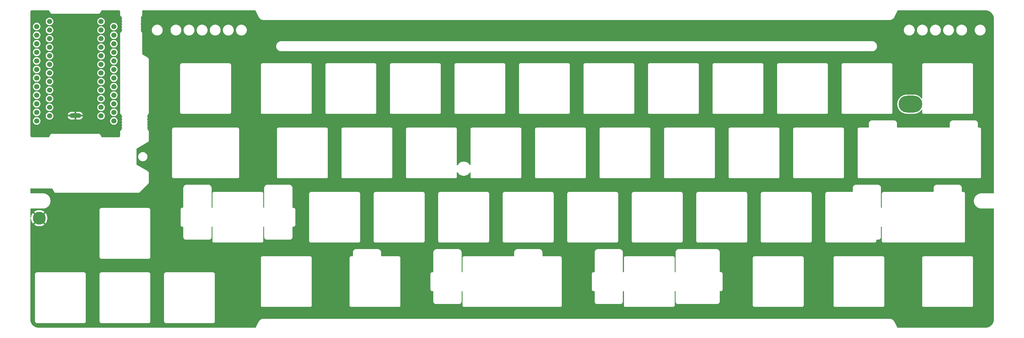
<source format=gtl>
G04 #@! TF.GenerationSoftware,KiCad,Pcbnew,8.0.3*
G04 #@! TF.CreationDate,2024-07-31T18:48:27+09:00*
G04 #@! TF.ProjectId,R46_TopPlate,5234365f-546f-4705-906c-6174652e6b69,ver1.0*
G04 #@! TF.SameCoordinates,Original*
G04 #@! TF.FileFunction,Copper,L1,Top*
G04 #@! TF.FilePolarity,Positive*
%FSLAX46Y46*%
G04 Gerber Fmt 4.6, Leading zero omitted, Abs format (unit mm)*
G04 Created by KiCad (PCBNEW 8.0.3) date 2024-07-31 18:48:27*
%MOMM*%
%LPD*%
G01*
G04 APERTURE LIST*
G04 #@! TA.AperFunction,WasherPad*
%ADD10O,7.000000X5.000000*%
G04 #@! TD*
G04 #@! TA.AperFunction,ComponentPad*
%ADD11C,1.524000*%
G04 #@! TD*
G04 #@! TA.AperFunction,ComponentPad*
%ADD12C,3.800000*%
G04 #@! TD*
G04 #@! TA.AperFunction,ComponentPad*
%ADD13O,3.500000X1.320000*%
G04 #@! TD*
G04 APERTURE END LIST*
D10*
X274635000Y-42600000D03*
D11*
X39470000Y-19620000D03*
X39472123Y-22161138D03*
X39467058Y-24706377D03*
X39465366Y-27246256D03*
X39470361Y-29786131D03*
X39466772Y-32322003D03*
X39467877Y-34866209D03*
X39468583Y-37410466D03*
X39469374Y-39947294D03*
X39469425Y-42486690D03*
X39468370Y-45024098D03*
X39468297Y-47565451D03*
X16678735Y-47569888D03*
X16678479Y-45026111D03*
X16681165Y-42486170D03*
X16677401Y-39947348D03*
X16676715Y-37407930D03*
X16680259Y-34867364D03*
X16678754Y-32324288D03*
X16678698Y-29784780D03*
X16676625Y-27244724D03*
X16677247Y-24704380D03*
X16679611Y-22164121D03*
X16662464Y-19605342D03*
D12*
X17435000Y-76350000D03*
D11*
X35690000Y-18125000D03*
X35690000Y-20665000D03*
X35690000Y-23205000D03*
X35690000Y-25745000D03*
X35690000Y-28285000D03*
X35690000Y-30825000D03*
X35690000Y-33365000D03*
X35690000Y-35905000D03*
X35690000Y-38445000D03*
X35690000Y-40985000D03*
X35690000Y-43525000D03*
X35690000Y-46065000D03*
X20470000Y-46065000D03*
X20470000Y-43525000D03*
X20470000Y-40985000D03*
X20470000Y-38445000D03*
X20470000Y-35905000D03*
X20470000Y-33365000D03*
X20470000Y-30825000D03*
X20470000Y-28285000D03*
X20470000Y-25745000D03*
X20470000Y-23205000D03*
X20470000Y-20665000D03*
X20470000Y-18125000D03*
D13*
X28078600Y-46000000D03*
G04 #@! TA.AperFunction,Conductor*
G36*
X81232171Y-14815185D02*
G01*
X81276041Y-14864046D01*
X82232648Y-16777262D01*
X82237724Y-16791148D01*
X82238135Y-16790990D01*
X82241053Y-16798561D01*
X82241057Y-16798568D01*
X82267346Y-16846826D01*
X82269341Y-16850647D01*
X82284493Y-16880950D01*
X82291106Y-16896849D01*
X82292542Y-16901115D01*
X82313857Y-16933195D01*
X82319461Y-16942488D01*
X82337887Y-16976310D01*
X82337889Y-16976312D01*
X82337891Y-16976315D01*
X82345724Y-16984546D01*
X82359147Y-17001357D01*
X82359715Y-17002211D01*
X82369221Y-17019284D01*
X82376157Y-17034442D01*
X82397339Y-17060058D01*
X82405056Y-17070451D01*
X82423456Y-17098142D01*
X82423458Y-17098144D01*
X82435954Y-17109160D01*
X82449520Y-17123163D01*
X82452719Y-17127032D01*
X82463970Y-17143066D01*
X82467689Y-17149374D01*
X82472299Y-17157192D01*
X82496222Y-17180682D01*
X82504890Y-17190124D01*
X82526254Y-17215960D01*
X82539616Y-17225461D01*
X82554613Y-17238017D01*
X82557366Y-17240720D01*
X82570281Y-17255589D01*
X82577696Y-17265639D01*
X82579890Y-17268613D01*
X82606255Y-17289645D01*
X82615805Y-17298103D01*
X82639869Y-17321732D01*
X82639871Y-17321733D01*
X82639873Y-17321735D01*
X82653953Y-17329693D01*
X82670263Y-17340706D01*
X82672703Y-17342652D01*
X82687087Y-17356135D01*
X82697891Y-17368011D01*
X82726370Y-17386298D01*
X82736693Y-17393700D01*
X82754005Y-17407511D01*
X82763164Y-17414818D01*
X82777874Y-17421238D01*
X82795295Y-17430558D01*
X82797658Y-17432076D01*
X82813342Y-17444013D01*
X82825298Y-17454716D01*
X82855525Y-17470007D01*
X82866529Y-17476302D01*
X82895035Y-17494607D01*
X82910311Y-17499484D01*
X82928577Y-17506964D01*
X82931257Y-17508320D01*
X82948049Y-17518566D01*
X82961122Y-17528045D01*
X82992668Y-17540119D01*
X83004289Y-17545266D01*
X83034434Y-17560517D01*
X83050231Y-17563826D01*
X83069145Y-17569391D01*
X83072506Y-17570678D01*
X83090200Y-17579112D01*
X83104343Y-17587284D01*
X83136784Y-17595988D01*
X83148953Y-17599938D01*
X83180317Y-17611943D01*
X83196562Y-17613634D01*
X83215828Y-17617197D01*
X83220350Y-17618410D01*
X83238750Y-17624937D01*
X83253908Y-17631701D01*
X83286804Y-17636938D01*
X83299439Y-17639632D01*
X83312260Y-17643072D01*
X83331610Y-17648264D01*
X83348209Y-17648269D01*
X83367657Y-17649811D01*
X83373725Y-17650777D01*
X83392581Y-17655317D01*
X83408632Y-17660539D01*
X83441620Y-17662279D01*
X83454574Y-17663649D01*
X83487192Y-17668843D01*
X83498895Y-17667622D01*
X83532309Y-17670265D01*
X83532447Y-17669220D01*
X83540501Y-17670280D01*
X83540503Y-17670281D01*
X83589925Y-17670281D01*
X83596460Y-17670453D01*
X83598178Y-17670543D01*
X83645814Y-17673058D01*
X83646177Y-17672981D01*
X83671913Y-17670281D01*
X268476989Y-17670281D01*
X268491685Y-17671952D01*
X268491727Y-17671516D01*
X268499815Y-17672291D01*
X268499815Y-17672290D01*
X268499820Y-17672292D01*
X268553507Y-17670398D01*
X268554669Y-17670358D01*
X268559038Y-17670281D01*
X268593001Y-17670281D01*
X268610152Y-17671473D01*
X268610763Y-17671558D01*
X268614614Y-17672096D01*
X268652798Y-17667374D01*
X268663641Y-17666515D01*
X268702085Y-17665160D01*
X268712996Y-17661819D01*
X268734042Y-17657330D01*
X268735111Y-17657197D01*
X268754601Y-17656329D01*
X268771289Y-17656901D01*
X268771289Y-17656900D01*
X268771290Y-17656901D01*
X268791130Y-17652306D01*
X268803652Y-17649405D01*
X268816410Y-17647146D01*
X268849371Y-17643072D01*
X268864845Y-17636804D01*
X268883399Y-17630938D01*
X268888365Y-17629788D01*
X268907713Y-17626895D01*
X268924089Y-17625757D01*
X268955770Y-17614862D01*
X268968119Y-17611318D01*
X269000756Y-17603762D01*
X269015226Y-17596054D01*
X269033200Y-17588236D01*
X269036866Y-17586975D01*
X269055919Y-17582075D01*
X269071854Y-17579303D01*
X269075477Y-17577623D01*
X269102464Y-17565112D01*
X269114283Y-17560354D01*
X269146187Y-17549384D01*
X269159597Y-17540346D01*
X269176741Y-17530675D01*
X269179563Y-17529367D01*
X269198066Y-17522520D01*
X269213501Y-17518170D01*
X269242604Y-17500858D01*
X269253841Y-17494932D01*
X269284566Y-17480689D01*
X269284566Y-17480688D01*
X269284570Y-17480687D01*
X269296876Y-17470406D01*
X269312974Y-17459003D01*
X269315387Y-17457568D01*
X269333095Y-17448863D01*
X269347995Y-17442961D01*
X269375212Y-17422738D01*
X269385737Y-17415725D01*
X269414882Y-17398391D01*
X269426059Y-17386918D01*
X269440939Y-17373904D01*
X269443312Y-17372141D01*
X269459992Y-17361700D01*
X269474287Y-17354260D01*
X269499202Y-17331431D01*
X269509003Y-17323335D01*
X269536139Y-17303175D01*
X269546147Y-17290541D01*
X269559556Y-17276131D01*
X269562193Y-17273715D01*
X269577670Y-17261642D01*
X269591284Y-17252660D01*
X269613597Y-17227512D01*
X269622554Y-17218411D01*
X269647342Y-17195701D01*
X269656111Y-17181936D01*
X269667930Y-17166277D01*
X269670996Y-17162822D01*
X269685046Y-17149302D01*
X269697874Y-17138771D01*
X269717283Y-17111671D01*
X269725346Y-17101571D01*
X269747449Y-17076662D01*
X269747448Y-17076662D01*
X269747452Y-17076659D01*
X269754873Y-17061826D01*
X269764944Y-17045129D01*
X269768503Y-17040159D01*
X269780994Y-17025328D01*
X269792844Y-17013307D01*
X269799629Y-17001357D01*
X269809153Y-16984584D01*
X269816176Y-16973602D01*
X269835406Y-16946755D01*
X269839536Y-16935773D01*
X269856834Y-16907093D01*
X269855954Y-16906498D01*
X269860504Y-16899766D01*
X269860510Y-16899760D01*
X269882632Y-16855514D01*
X269885661Y-16849834D01*
X269910087Y-16806818D01*
X269910179Y-16806461D01*
X269919271Y-16782234D01*
X270878368Y-14864043D01*
X270925954Y-14812887D01*
X270989276Y-14795500D01*
X296789533Y-14795500D01*
X296792666Y-14795540D01*
X296797097Y-14795652D01*
X296923353Y-14798843D01*
X296929583Y-14799158D01*
X297050445Y-14808349D01*
X297056668Y-14808981D01*
X297067240Y-14810324D01*
X297175584Y-14824092D01*
X297181688Y-14825024D01*
X297298583Y-14845899D01*
X297304657Y-14847142D01*
X297419395Y-14873623D01*
X297425330Y-14875150D01*
X297537864Y-14907106D01*
X297543672Y-14908912D01*
X297642329Y-14942294D01*
X297653846Y-14946191D01*
X297659581Y-14948291D01*
X297724875Y-14974033D01*
X297767250Y-14990740D01*
X297772793Y-14993083D01*
X297877935Y-15040616D01*
X297883347Y-15043225D01*
X297985695Y-15095641D01*
X297990947Y-15098493D01*
X298090392Y-15155670D01*
X298095502Y-15158774D01*
X298186539Y-15217135D01*
X298191901Y-15220572D01*
X298196838Y-15223906D01*
X298290053Y-15290188D01*
X298294809Y-15293745D01*
X298312296Y-15307486D01*
X298350307Y-15337355D01*
X298384635Y-15364329D01*
X298389197Y-15368093D01*
X298475529Y-15442870D01*
X298479897Y-15446840D01*
X298562529Y-15525618D01*
X298566709Y-15529797D01*
X298645497Y-15612428D01*
X298649476Y-15616806D01*
X298724243Y-15703112D01*
X298728014Y-15707681D01*
X298798565Y-15797450D01*
X298798620Y-15797519D01*
X298802166Y-15802261D01*
X298868439Y-15895448D01*
X298871776Y-15900387D01*
X298933599Y-15996815D01*
X298936705Y-16001927D01*
X298993876Y-16101347D01*
X298996746Y-16106630D01*
X299049160Y-16208956D01*
X299051784Y-16214401D01*
X299099291Y-16319473D01*
X299101659Y-16325072D01*
X299144114Y-16432738D01*
X299146215Y-16438478D01*
X299183488Y-16548623D01*
X299185314Y-16554494D01*
X299217261Y-16666984D01*
X299218801Y-16672970D01*
X299245283Y-16787695D01*
X299246528Y-16793783D01*
X299267397Y-16910627D01*
X299268340Y-16916798D01*
X299283454Y-17035739D01*
X299284086Y-17041966D01*
X299293278Y-17162826D01*
X299293595Y-17169094D01*
X299296901Y-17299778D01*
X299296941Y-17302914D01*
X299296941Y-68879533D01*
X299277256Y-68946572D01*
X299224452Y-68992327D01*
X299172941Y-69003533D01*
X295722412Y-69003533D01*
X295709346Y-69002843D01*
X295701624Y-69002024D01*
X295643654Y-69003493D01*
X295640515Y-69003533D01*
X295594625Y-69003533D01*
X295574791Y-69001936D01*
X295573439Y-69001717D01*
X295573435Y-69001717D01*
X295531461Y-69005977D01*
X295522082Y-69006571D01*
X295493052Y-69007306D01*
X295479883Y-69007640D01*
X295479882Y-69007640D01*
X295479877Y-69007641D01*
X295472531Y-69009810D01*
X295449944Y-69014250D01*
X295381654Y-69021181D01*
X295361717Y-69021593D01*
X295346247Y-69020666D01*
X295346235Y-69020666D01*
X295312524Y-69027566D01*
X295300189Y-69029450D01*
X295265954Y-69032925D01*
X295265951Y-69032926D01*
X295251464Y-69038428D01*
X295232309Y-69043986D01*
X295160574Y-69058669D01*
X295140655Y-69061089D01*
X295125476Y-69061694D01*
X295092316Y-69072012D01*
X295080348Y-69075090D01*
X295046351Y-69082049D01*
X295046343Y-69082052D01*
X295032767Y-69088841D01*
X295014155Y-69096333D01*
X294946987Y-69117233D01*
X294927270Y-69121644D01*
X294912587Y-69123691D01*
X294880285Y-69137358D01*
X294868817Y-69141557D01*
X294835319Y-69151981D01*
X294825233Y-69158354D01*
X294822785Y-69159901D01*
X294822783Y-69159902D01*
X294804874Y-69169267D01*
X294742284Y-69195750D01*
X294722963Y-69202114D01*
X294708892Y-69205498D01*
X294708886Y-69205500D01*
X294677756Y-69222416D01*
X294666876Y-69227659D01*
X294634245Y-69241466D01*
X294634242Y-69241468D01*
X294622831Y-69250362D01*
X294605813Y-69261510D01*
X294547698Y-69293090D01*
X294528966Y-69301346D01*
X294515584Y-69305966D01*
X294485973Y-69325975D01*
X294475760Y-69332182D01*
X294444349Y-69349252D01*
X294434077Y-69359006D01*
X294418122Y-69371826D01*
X294364415Y-69408118D01*
X294346484Y-69418178D01*
X294333806Y-69423965D01*
X294306062Y-69446864D01*
X294296562Y-69453969D01*
X294268640Y-69472837D01*
X294266762Y-69474107D01*
X294266759Y-69474109D01*
X294266756Y-69474113D01*
X294257634Y-69484624D01*
X294242916Y-69498982D01*
X294193517Y-69539753D01*
X294176593Y-69551502D01*
X294164636Y-69558406D01*
X294164632Y-69558408D01*
X294139114Y-69583926D01*
X294130371Y-69591873D01*
X294102533Y-69614850D01*
X294102531Y-69614853D01*
X294094525Y-69626091D01*
X294081212Y-69641826D01*
X294036103Y-69686933D01*
X294020374Y-69700241D01*
X294009131Y-69708250D01*
X294009127Y-69708254D01*
X293986152Y-69736089D01*
X293978205Y-69744833D01*
X293952685Y-69770353D01*
X293952681Y-69770358D01*
X293945778Y-69782314D01*
X293934029Y-69799239D01*
X293924036Y-69811347D01*
X293893264Y-69848629D01*
X293878908Y-69863344D01*
X293868384Y-69872477D01*
X293868378Y-69872483D01*
X293848234Y-69902291D01*
X293841131Y-69911789D01*
X293818239Y-69939525D01*
X293812453Y-69952199D01*
X293802394Y-69970127D01*
X293766096Y-70023842D01*
X293753272Y-70039801D01*
X293743527Y-70050062D01*
X293743525Y-70050064D01*
X293726458Y-70081470D01*
X293720250Y-70091686D01*
X293700237Y-70121301D01*
X293695614Y-70134690D01*
X293687358Y-70153419D01*
X293655780Y-70211527D01*
X293644634Y-70228543D01*
X293635738Y-70239956D01*
X293621931Y-70272585D01*
X293616689Y-70283462D01*
X293599770Y-70314597D01*
X293599769Y-70314601D01*
X293596386Y-70328669D01*
X293590020Y-70347998D01*
X293563531Y-70410596D01*
X293554168Y-70428498D01*
X293546251Y-70441030D01*
X293546246Y-70441039D01*
X293535825Y-70474525D01*
X293531626Y-70485993D01*
X293517959Y-70518292D01*
X293517958Y-70518298D01*
X293515909Y-70532994D01*
X293511497Y-70552711D01*
X293490602Y-70619861D01*
X293483110Y-70638475D01*
X293476317Y-70652059D01*
X293476316Y-70652063D01*
X293469354Y-70686071D01*
X293466275Y-70698041D01*
X293455961Y-70731191D01*
X293455959Y-70731197D01*
X293455354Y-70746369D01*
X293452934Y-70766289D01*
X293438249Y-70838029D01*
X293432693Y-70857177D01*
X293427190Y-70871668D01*
X293423714Y-70905905D01*
X293421830Y-70918240D01*
X293414930Y-70951950D01*
X293414930Y-70951958D01*
X293415857Y-70967429D01*
X293415445Y-70987367D01*
X293408513Y-71055660D01*
X293404073Y-71078246D01*
X293401904Y-71085591D01*
X293401903Y-71085600D01*
X293400834Y-71127786D01*
X293400240Y-71137165D01*
X293395979Y-71179147D01*
X293396221Y-71187269D01*
X293395318Y-71187295D01*
X293395470Y-71192832D01*
X293396082Y-71192817D01*
X293397555Y-71251003D01*
X293397555Y-71257279D01*
X293396082Y-71315466D01*
X293395470Y-71315450D01*
X293395318Y-71320984D01*
X293396220Y-71321011D01*
X293395978Y-71329131D01*
X293400240Y-71371116D01*
X293400834Y-71380497D01*
X293401903Y-71422685D01*
X293401903Y-71422688D01*
X293404072Y-71430033D01*
X293408513Y-71452621D01*
X293415446Y-71520915D01*
X293415858Y-71540855D01*
X293414931Y-71556325D01*
X293414931Y-71556337D01*
X293421828Y-71590029D01*
X293423713Y-71602366D01*
X293427190Y-71636610D01*
X293432692Y-71651098D01*
X293438250Y-71670250D01*
X293452936Y-71741990D01*
X293455356Y-71761907D01*
X293455962Y-71777088D01*
X293466276Y-71810229D01*
X293469358Y-71822207D01*
X293476318Y-71856210D01*
X293476319Y-71856212D01*
X293483115Y-71869802D01*
X293490607Y-71888415D01*
X293511502Y-71955558D01*
X293515914Y-71975275D01*
X293517963Y-71989971D01*
X293517964Y-71989974D01*
X293517965Y-71989976D01*
X293531634Y-72022276D01*
X293535835Y-72033747D01*
X293546254Y-72067227D01*
X293554171Y-72079758D01*
X293554180Y-72079771D01*
X293563542Y-72097671D01*
X293590028Y-72160253D01*
X293596393Y-72179575D01*
X293599782Y-72193662D01*
X293616701Y-72224791D01*
X293621947Y-72235676D01*
X293635749Y-72268290D01*
X293635753Y-72268296D01*
X293644648Y-72279707D01*
X293655798Y-72296725D01*
X293687375Y-72354821D01*
X293695632Y-72373551D01*
X293700255Y-72386935D01*
X293700258Y-72386940D01*
X293700259Y-72386943D01*
X293714615Y-72408183D01*
X293720274Y-72416556D01*
X293726485Y-72426777D01*
X293743543Y-72458161D01*
X293743546Y-72458166D01*
X293753299Y-72468434D01*
X293766125Y-72484392D01*
X293802419Y-72538089D01*
X293812483Y-72556024D01*
X293818269Y-72568696D01*
X293841162Y-72596425D01*
X293848266Y-72605921D01*
X293868414Y-72635730D01*
X293878932Y-72644856D01*
X293878935Y-72644858D01*
X293893297Y-72659576D01*
X293934060Y-72708951D01*
X293945814Y-72725878D01*
X293952723Y-72737841D01*
X293952725Y-72737843D01*
X293952727Y-72737846D01*
X293978233Y-72763344D01*
X293978248Y-72763359D01*
X293986202Y-72772109D01*
X294009167Y-72799926D01*
X294009171Y-72799930D01*
X294020421Y-72807942D01*
X294036151Y-72821246D01*
X294081251Y-72866332D01*
X294081253Y-72866334D01*
X294094569Y-72882069D01*
X294102581Y-72893314D01*
X294130412Y-72916278D01*
X294139159Y-72924226D01*
X294164684Y-72949743D01*
X294164686Y-72949744D01*
X294164688Y-72949746D01*
X294176649Y-72956649D01*
X294193583Y-72968401D01*
X294242967Y-73009150D01*
X294257686Y-73023505D01*
X294266816Y-73034022D01*
X294287558Y-73048033D01*
X294296616Y-73054153D01*
X294306121Y-73061259D01*
X294333871Y-73084156D01*
X294346528Y-73089931D01*
X294346539Y-73089936D01*
X294364473Y-73099992D01*
X294418187Y-73136277D01*
X294434135Y-73149089D01*
X294444408Y-73158842D01*
X294475819Y-73175905D01*
X294486035Y-73182111D01*
X294515652Y-73202118D01*
X294529035Y-73206736D01*
X294547768Y-73214990D01*
X294605864Y-73246549D01*
X294622890Y-73257699D01*
X294634301Y-73266591D01*
X294634303Y-73266592D01*
X294655098Y-73275387D01*
X294666933Y-73280393D01*
X294666936Y-73280394D01*
X294677817Y-73285635D01*
X294708956Y-73302551D01*
X294723027Y-73305931D01*
X294742349Y-73312292D01*
X294804928Y-73338761D01*
X294822836Y-73348125D01*
X294835370Y-73356042D01*
X294868883Y-73366465D01*
X294880340Y-73370659D01*
X294912652Y-73384327D01*
X294927333Y-73386371D01*
X294947050Y-73390779D01*
X294947059Y-73390782D01*
X295014186Y-73411662D01*
X295032808Y-73419156D01*
X295046380Y-73425942D01*
X295046383Y-73425942D01*
X295046384Y-73425943D01*
X295080421Y-73432907D01*
X295092365Y-73435979D01*
X295125531Y-73446295D01*
X295140697Y-73446897D01*
X295160613Y-73449314D01*
X295232345Y-73463991D01*
X295251501Y-73469550D01*
X295251504Y-73469551D01*
X295265978Y-73475047D01*
X295300235Y-73478522D01*
X295312550Y-73480402D01*
X295346281Y-73487304D01*
X295361738Y-73486375D01*
X295381679Y-73486784D01*
X295449953Y-73493711D01*
X295472550Y-73498154D01*
X295479883Y-73500320D01*
X295522088Y-73501388D01*
X295531455Y-73501981D01*
X295573455Y-73506243D01*
X295573455Y-73506242D01*
X295573458Y-73506243D01*
X295574453Y-73506081D01*
X295574811Y-73506024D01*
X295594648Y-73504427D01*
X295640515Y-73504427D01*
X295643654Y-73504467D01*
X295701624Y-73505935D01*
X295701624Y-73505934D01*
X295701628Y-73505935D01*
X295701631Y-73505934D01*
X295709346Y-73505117D01*
X295722412Y-73504427D01*
X299172941Y-73504427D01*
X299239980Y-73524112D01*
X299285735Y-73576916D01*
X299296941Y-73628427D01*
X299296941Y-106286968D01*
X299296901Y-106290104D01*
X299293595Y-106420788D01*
X299293278Y-106427056D01*
X299284086Y-106547916D01*
X299283454Y-106554143D01*
X299268340Y-106673084D01*
X299267397Y-106679255D01*
X299246528Y-106796099D01*
X299245283Y-106802187D01*
X299218801Y-106916912D01*
X299217261Y-106922898D01*
X299185314Y-107035390D01*
X299183488Y-107041262D01*
X299146217Y-107151400D01*
X299144116Y-107157139D01*
X299101655Y-107264820D01*
X299099286Y-107270420D01*
X299051786Y-107375475D01*
X299049163Y-107380919D01*
X298996744Y-107483256D01*
X298993874Y-107488539D01*
X298936701Y-107587962D01*
X298933595Y-107593075D01*
X298871783Y-107689485D01*
X298868446Y-107694424D01*
X298802168Y-107787618D01*
X298798610Y-107792375D01*
X298728006Y-107882210D01*
X298724236Y-107886778D01*
X298649482Y-107973070D01*
X298645503Y-107977448D01*
X298566709Y-108060086D01*
X298562528Y-108064266D01*
X298479897Y-108143043D01*
X298475517Y-108147024D01*
X298389222Y-108221768D01*
X298384654Y-108225537D01*
X298294793Y-108296150D01*
X298290058Y-108299691D01*
X298196836Y-108365978D01*
X298191911Y-108369305D01*
X298095505Y-108431105D01*
X298090393Y-108434211D01*
X297990970Y-108491376D01*
X297985686Y-108494246D01*
X297883336Y-108546664D01*
X297877893Y-108549286D01*
X297772836Y-108596781D01*
X297767235Y-108599149D01*
X297659581Y-108641592D01*
X297653846Y-108643692D01*
X297546483Y-108680020D01*
X297543740Y-108680949D01*
X297543710Y-108680959D01*
X297537838Y-108682785D01*
X297425361Y-108714725D01*
X297419373Y-108716265D01*
X297304655Y-108742741D01*
X297298570Y-108743986D01*
X297181726Y-108764853D01*
X297175557Y-108765795D01*
X297056667Y-108780902D01*
X297050439Y-108781534D01*
X296929594Y-108790724D01*
X296923327Y-108791041D01*
X296796281Y-108794254D01*
X296792682Y-108794346D01*
X296789548Y-108794386D01*
X270870744Y-108794386D01*
X270803705Y-108774701D01*
X270759835Y-108725840D01*
X269921753Y-107049676D01*
X269916676Y-107035785D01*
X269916266Y-107035944D01*
X269913344Y-107028366D01*
X269913343Y-107028365D01*
X269913343Y-107028363D01*
X269887064Y-106980131D01*
X269885075Y-106976323D01*
X269869871Y-106945915D01*
X269863267Y-106930037D01*
X269861832Y-106925775D01*
X269857957Y-106919945D01*
X269840522Y-106893712D01*
X269834914Y-106884413D01*
X269832658Y-106880273D01*
X269816504Y-106850623D01*
X269808640Y-106842360D01*
X269795188Y-106825503D01*
X269794588Y-106824600D01*
X269785121Y-106807591D01*
X269778180Y-106792429D01*
X269778179Y-106792428D01*
X269778179Y-106792427D01*
X269757001Y-106766826D01*
X269749275Y-106756424D01*
X269730886Y-106728755D01*
X269730882Y-106728751D01*
X269718364Y-106717718D01*
X269704809Y-106703732D01*
X269701586Y-106699836D01*
X269690324Y-106683791D01*
X269682001Y-106669680D01*
X269658082Y-106646202D01*
X269649398Y-106636747D01*
X269628036Y-106610923D01*
X269628035Y-106610922D01*
X269628034Y-106610921D01*
X269614663Y-106601417D01*
X269599649Y-106588848D01*
X269597395Y-106586636D01*
X269596887Y-106586137D01*
X269583978Y-106571276D01*
X269574383Y-106558275D01*
X269574380Y-106558272D01*
X269548006Y-106537239D01*
X269538460Y-106528788D01*
X269514379Y-106505152D01*
X269514378Y-106505151D01*
X269500298Y-106497195D01*
X269483989Y-106486188D01*
X269481556Y-106484247D01*
X269467159Y-106470756D01*
X269462188Y-106465293D01*
X269456368Y-106458896D01*
X269456366Y-106458895D01*
X269456364Y-106458893D01*
X269427858Y-106440592D01*
X269417540Y-106433196D01*
X269391066Y-106412083D01*
X269391064Y-106412082D01*
X269391062Y-106412080D01*
X269376366Y-106405668D01*
X269358971Y-106396366D01*
X269356611Y-106394851D01*
X269340897Y-106382895D01*
X269328966Y-106372215D01*
X269328963Y-106372213D01*
X269306293Y-106360745D01*
X269298730Y-106356919D01*
X269287714Y-106350619D01*
X269259191Y-106332308D01*
X269243932Y-106327438D01*
X269225643Y-106319948D01*
X269223009Y-106318615D01*
X269206209Y-106308363D01*
X269193161Y-106298902D01*
X269193158Y-106298900D01*
X269161593Y-106286816D01*
X269149956Y-106281661D01*
X269119816Y-106266415D01*
X269119815Y-106266414D01*
X269119812Y-106266413D01*
X269119810Y-106266412D01*
X269119809Y-106266412D01*
X269110720Y-106264508D01*
X269104032Y-106263106D01*
X269085125Y-106257544D01*
X269081790Y-106256267D01*
X269064084Y-106247826D01*
X269049963Y-106239665D01*
X269049956Y-106239662D01*
X269017515Y-106230954D01*
X269005333Y-106226999D01*
X268973973Y-106214994D01*
X268973965Y-106214992D01*
X268957738Y-106213302D01*
X268938426Y-106209726D01*
X268933954Y-106208525D01*
X268915582Y-106202005D01*
X268913718Y-106201173D01*
X268900431Y-106195243D01*
X268900428Y-106195242D01*
X268900425Y-106195241D01*
X268900428Y-106195241D01*
X268867535Y-106190001D01*
X268854904Y-106187308D01*
X268822723Y-106178671D01*
X268806123Y-106178663D01*
X268786685Y-106177120D01*
X268780662Y-106176161D01*
X268761799Y-106171620D01*
X268751495Y-106168268D01*
X268745727Y-106166391D01*
X268745722Y-106166390D01*
X268712768Y-106164650D01*
X268699805Y-106163279D01*
X268667199Y-106158085D01*
X268655500Y-106159304D01*
X268622123Y-106156663D01*
X268621986Y-106157709D01*
X268613928Y-106156648D01*
X268613927Y-106156648D01*
X268613925Y-106156648D01*
X268564512Y-106156648D01*
X268557972Y-106156475D01*
X268553207Y-106156223D01*
X268508639Y-106153869D01*
X268508636Y-106153869D01*
X268508633Y-106153869D01*
X268508629Y-106153869D01*
X268508625Y-106153870D01*
X268508254Y-106153949D01*
X268482525Y-106156648D01*
X83677454Y-106156648D01*
X83662765Y-106154976D01*
X83662723Y-106155416D01*
X83654634Y-106154639D01*
X83654632Y-106154639D01*
X83654629Y-106154639D01*
X83599770Y-106156571D01*
X83595406Y-106156648D01*
X83561399Y-106156648D01*
X83544242Y-106155455D01*
X83539783Y-106154832D01*
X83539776Y-106154832D01*
X83501593Y-106159550D01*
X83490754Y-106160409D01*
X83452307Y-106161763D01*
X83441395Y-106165103D01*
X83420240Y-106169604D01*
X83419101Y-106169744D01*
X83399725Y-106170597D01*
X83383053Y-106170025D01*
X83383041Y-106170026D01*
X83350685Y-106177517D01*
X83337931Y-106179775D01*
X83304962Y-106183850D01*
X83304960Y-106183850D01*
X83289486Y-106190116D01*
X83270909Y-106195987D01*
X83265927Y-106197140D01*
X83246572Y-106200034D01*
X83230196Y-106201172D01*
X83230194Y-106201173D01*
X83230191Y-106201173D01*
X83230190Y-106201174D01*
X83221518Y-106204155D01*
X83198508Y-106212066D01*
X83186170Y-106215604D01*
X83153546Y-106223158D01*
X83153540Y-106223160D01*
X83139048Y-106230877D01*
X83121092Y-106238686D01*
X83117381Y-106239962D01*
X83098333Y-106244862D01*
X83082375Y-106247640D01*
X83051795Y-106261819D01*
X83039962Y-106266582D01*
X83008082Y-106277545D01*
X83008076Y-106277548D01*
X82994643Y-106286600D01*
X82977513Y-106296262D01*
X82974664Y-106297583D01*
X82956168Y-106304431D01*
X82940706Y-106308792D01*
X82940704Y-106308793D01*
X82911616Y-106326098D01*
X82900387Y-106332022D01*
X82869680Y-106346262D01*
X82869670Y-106346268D01*
X82857348Y-106356562D01*
X82841238Y-106367972D01*
X82838805Y-106369419D01*
X82821121Y-106378114D01*
X82806212Y-106384024D01*
X82806207Y-106384027D01*
X82779029Y-106404228D01*
X82768464Y-106411270D01*
X82739359Y-106428586D01*
X82739349Y-106428594D01*
X82728160Y-106440080D01*
X82713312Y-106453072D01*
X82710936Y-106454838D01*
X82694248Y-106465293D01*
X82679948Y-106472741D01*
X82679940Y-106472746D01*
X82655042Y-106495568D01*
X82645231Y-106503675D01*
X82618111Y-106523833D01*
X82618104Y-106523840D01*
X82608094Y-106536479D01*
X82594671Y-106550905D01*
X82592049Y-106553308D01*
X82576590Y-106565373D01*
X82562975Y-106574361D01*
X82540682Y-106599497D01*
X82531701Y-106608626D01*
X82506937Y-106631324D01*
X82506935Y-106631327D01*
X82498169Y-106645091D01*
X82486351Y-106660755D01*
X82483307Y-106664187D01*
X82469247Y-106677725D01*
X82456443Y-106688242D01*
X82437031Y-106715353D01*
X82428985Y-106725437D01*
X82406861Y-106750383D01*
X82406860Y-106750384D01*
X82399447Y-106765207D01*
X82389362Y-106781932D01*
X82385856Y-106786828D01*
X82373361Y-106801670D01*
X82361531Y-106813674D01*
X82361529Y-106813676D01*
X82345207Y-106842427D01*
X82338197Y-106853391D01*
X82318951Y-106880272D01*
X82318950Y-106880273D01*
X82314837Y-106891213D01*
X82297569Y-106919863D01*
X82298450Y-106920459D01*
X82293897Y-106927192D01*
X82271782Y-106971420D01*
X82268711Y-106977177D01*
X82244306Y-107020167D01*
X82244305Y-107020170D01*
X82244212Y-107020529D01*
X82235120Y-107044744D01*
X81394573Y-108725840D01*
X81346986Y-108776999D01*
X81283664Y-108794386D01*
X17305092Y-108794386D01*
X17301956Y-108794346D01*
X17171270Y-108791040D01*
X17165006Y-108790723D01*
X17044127Y-108781533D01*
X17037899Y-108780901D01*
X16918976Y-108765792D01*
X16912807Y-108764850D01*
X16795949Y-108743984D01*
X16789863Y-108742739D01*
X16675158Y-108716268D01*
X16669176Y-108714730D01*
X16604491Y-108696364D01*
X16556629Y-108682774D01*
X16550769Y-108680952D01*
X16440619Y-108643684D01*
X16434940Y-108641606D01*
X16327195Y-108599127D01*
X16321635Y-108596776D01*
X16265846Y-108571556D01*
X16216551Y-108549271D01*
X16211137Y-108546663D01*
X16108765Y-108494235D01*
X16103500Y-108491375D01*
X16066640Y-108470182D01*
X16004077Y-108434211D01*
X15998973Y-108431110D01*
X15902548Y-108369296D01*
X15897609Y-108365960D01*
X15804441Y-108299709D01*
X15799685Y-108296153D01*
X15709843Y-108225554D01*
X15705289Y-108221796D01*
X15618938Y-108146997D01*
X15614610Y-108143064D01*
X15561766Y-108092681D01*
X15531967Y-108064270D01*
X15527787Y-108060090D01*
X15449037Y-107977492D01*
X15445058Y-107973113D01*
X15370275Y-107886780D01*
X15366524Y-107882236D01*
X15295904Y-107792368D01*
X15292384Y-107787661D01*
X15226100Y-107694446D01*
X15222765Y-107689509D01*
X15222750Y-107689485D01*
X15160950Y-107593083D01*
X15157876Y-107588022D01*
X15100678Y-107488539D01*
X15097818Y-107483272D01*
X15080122Y-107448719D01*
X15045415Y-107380947D01*
X15042794Y-107375507D01*
X14995300Y-107270444D01*
X14992933Y-107264847D01*
X14950469Y-107157139D01*
X14948388Y-107151456D01*
X14911115Y-107041286D01*
X14909293Y-107035425D01*
X14907288Y-107028363D01*
X14877343Y-106922902D01*
X14875808Y-106916931D01*
X14875804Y-106916912D01*
X14849320Y-106802145D01*
X14848091Y-106796135D01*
X14827219Y-106679249D01*
X14826280Y-106673095D01*
X14826079Y-106671512D01*
X14811168Y-106554143D01*
X14810542Y-106547975D01*
X14808706Y-106523833D01*
X16197403Y-106523833D01*
X16197403Y-106828815D01*
X16197403Y-106828816D01*
X16197403Y-106960600D01*
X16221991Y-107052365D01*
X16231512Y-107087896D01*
X16231512Y-107087897D01*
X16297403Y-107202023D01*
X16390584Y-107295206D01*
X16390586Y-107295207D01*
X16390588Y-107295209D01*
X16504716Y-107361101D01*
X16632010Y-107395209D01*
X30607331Y-107395229D01*
X30607335Y-107395231D01*
X30631996Y-107395231D01*
X30763778Y-107395231D01*
X30763780Y-107395231D01*
X30891074Y-107361123D01*
X31005202Y-107295231D01*
X31098389Y-107202046D01*
X31164281Y-107087918D01*
X31198389Y-106960624D01*
X31198389Y-106828840D01*
X31198389Y-106495568D01*
X35246650Y-106495568D01*
X35246650Y-106828815D01*
X35246650Y-106828816D01*
X35246650Y-106960600D01*
X35271238Y-107052365D01*
X35280759Y-107087896D01*
X35280759Y-107087897D01*
X35346650Y-107202023D01*
X35439831Y-107295206D01*
X35439833Y-107295207D01*
X35439835Y-107295209D01*
X35553963Y-107361101D01*
X35681257Y-107395209D01*
X49656577Y-107395229D01*
X49656581Y-107395231D01*
X49681242Y-107395231D01*
X49813024Y-107395231D01*
X49813026Y-107395231D01*
X49940320Y-107361123D01*
X50054448Y-107295231D01*
X50147635Y-107202046D01*
X50213527Y-107087918D01*
X50247635Y-106960624D01*
X50247635Y-106828840D01*
X50247635Y-106523833D01*
X54296391Y-106523833D01*
X54296391Y-106828815D01*
X54296391Y-106828816D01*
X54296391Y-106960600D01*
X54320979Y-107052365D01*
X54330500Y-107087896D01*
X54330500Y-107087897D01*
X54396391Y-107202023D01*
X54489572Y-107295206D01*
X54489574Y-107295207D01*
X54489576Y-107295209D01*
X54603704Y-107361101D01*
X54730998Y-107395209D01*
X68706319Y-107395229D01*
X68706323Y-107395231D01*
X68730984Y-107395231D01*
X68862766Y-107395231D01*
X68862768Y-107395231D01*
X68990062Y-107361123D01*
X69104190Y-107295231D01*
X69197377Y-107202046D01*
X69263269Y-107087918D01*
X69297377Y-106960624D01*
X69297377Y-106828840D01*
X69297398Y-92828833D01*
X69297398Y-92828831D01*
X69263290Y-92701538D01*
X69197398Y-92587410D01*
X69131166Y-92521178D01*
X69104213Y-92494224D01*
X69020010Y-92445609D01*
X68990086Y-92428332D01*
X68926438Y-92411278D01*
X68862791Y-92394224D01*
X68862790Y-92394224D01*
X54731021Y-92394224D01*
X54603725Y-92428332D01*
X54489599Y-92494224D01*
X54462644Y-92521179D01*
X54396414Y-92587407D01*
X54330521Y-92701535D01*
X54296413Y-92828831D01*
X54296412Y-92828833D01*
X54296391Y-106523833D01*
X50247635Y-106523833D01*
X50247657Y-92828833D01*
X50247657Y-92828831D01*
X50213549Y-92701538D01*
X50147657Y-92587410D01*
X50081425Y-92521178D01*
X50054472Y-92494224D01*
X49970269Y-92445609D01*
X49940345Y-92428332D01*
X49876697Y-92411278D01*
X49813050Y-92394224D01*
X49813049Y-92394224D01*
X35681279Y-92394224D01*
X35553983Y-92428332D01*
X35439857Y-92494224D01*
X35412902Y-92521179D01*
X35346672Y-92587407D01*
X35280779Y-92701535D01*
X35246671Y-92828831D01*
X35246670Y-92828833D01*
X35246650Y-106495568D01*
X31198389Y-106495568D01*
X31198410Y-92828833D01*
X31198410Y-92828831D01*
X31164302Y-92701538D01*
X31098410Y-92587410D01*
X31032178Y-92521178D01*
X31005225Y-92494224D01*
X30921022Y-92445609D01*
X30891098Y-92428332D01*
X30827450Y-92411278D01*
X30763803Y-92394224D01*
X30763802Y-92394224D01*
X16632033Y-92394224D01*
X16504737Y-92428332D01*
X16390611Y-92494224D01*
X16363656Y-92521179D01*
X16297426Y-92587407D01*
X16231533Y-92701535D01*
X16197425Y-92828831D01*
X16197424Y-92828833D01*
X16197403Y-106523833D01*
X14808706Y-106523833D01*
X14801346Y-106427022D01*
X14801032Y-106420788D01*
X14797729Y-106290104D01*
X14797689Y-106286978D01*
X14797689Y-87778858D01*
X35246650Y-87778858D01*
X35246650Y-87778859D01*
X35246650Y-87910643D01*
X35273862Y-88012202D01*
X35280759Y-88037939D01*
X35280759Y-88037940D01*
X35346650Y-88152066D01*
X35439831Y-88245249D01*
X35439833Y-88245250D01*
X35439835Y-88245252D01*
X35553963Y-88311144D01*
X35681257Y-88345252D01*
X49656577Y-88345272D01*
X49656581Y-88345274D01*
X49681242Y-88345274D01*
X49813024Y-88345274D01*
X49813026Y-88345274D01*
X49940320Y-88311166D01*
X50054448Y-88245274D01*
X50147635Y-88152089D01*
X50196848Y-88066849D01*
X82872403Y-88066849D01*
X82872403Y-102198618D01*
X82874807Y-102207589D01*
X82906511Y-102325913D01*
X82911731Y-102334954D01*
X82972403Y-102440040D01*
X83018995Y-102486632D01*
X83065588Y-102533226D01*
X83168520Y-102592654D01*
X83179712Y-102599116D01*
X83179716Y-102599118D01*
X83307010Y-102633226D01*
X97282331Y-102633245D01*
X97282335Y-102633247D01*
X97306996Y-102633247D01*
X97438778Y-102633247D01*
X97438780Y-102633247D01*
X97566074Y-102599139D01*
X97680202Y-102533247D01*
X97773389Y-102440062D01*
X97839281Y-102325934D01*
X97873389Y-102198640D01*
X97873389Y-102066856D01*
X97873410Y-88066850D01*
X97873410Y-88066848D01*
X109065400Y-88066848D01*
X109065420Y-102198616D01*
X109065420Y-102198617D01*
X109065421Y-102198619D01*
X109082475Y-102262266D01*
X109099529Y-102325914D01*
X109144535Y-102403866D01*
X109165420Y-102440040D01*
X109165423Y-102440044D01*
X109258606Y-102533225D01*
X109372732Y-102599116D01*
X109372733Y-102599116D01*
X109372736Y-102599118D01*
X109500030Y-102633226D01*
X109500032Y-102633226D01*
X109683170Y-102633226D01*
X109683173Y-102633224D01*
X123631800Y-102633204D01*
X123759094Y-102599096D01*
X123873222Y-102533204D01*
X123919814Y-102486610D01*
X123966407Y-102440018D01*
X124032299Y-102325890D01*
X124066407Y-102198596D01*
X124066407Y-92780213D01*
X132960604Y-92780213D01*
X132960604Y-92911999D01*
X132960624Y-97502995D01*
X132960625Y-97503000D01*
X132978902Y-97571213D01*
X132978903Y-97571213D01*
X132978903Y-97571214D01*
X132994732Y-97630288D01*
X132994734Y-97630292D01*
X133039356Y-97707579D01*
X133054943Y-97734578D01*
X133060626Y-97744420D01*
X133107219Y-97791012D01*
X133153811Y-97837604D01*
X133264495Y-97901507D01*
X133267046Y-97903092D01*
X133267938Y-97903495D01*
X133267941Y-97903497D01*
X133327016Y-97919325D01*
X133327018Y-97919326D01*
X133341433Y-97923188D01*
X133395233Y-97937604D01*
X133395235Y-97937604D01*
X133527019Y-97937604D01*
X133671975Y-97937604D01*
X133739014Y-97957289D01*
X133784769Y-98010093D01*
X133795975Y-98061604D01*
X133795975Y-101005439D01*
X133795732Y-101013196D01*
X133792832Y-101059448D01*
X133792833Y-101059451D01*
X133792833Y-101059454D01*
X133793517Y-101062844D01*
X133793523Y-101062871D01*
X133795975Y-101087409D01*
X133795975Y-101090894D01*
X133807966Y-101135646D01*
X133809739Y-101143198D01*
X133817496Y-101181620D01*
X133819648Y-101197535D01*
X133821411Y-101222837D01*
X133829402Y-101246060D01*
X133833695Y-101261861D01*
X133838557Y-101285940D01*
X133849843Y-101308664D01*
X133856038Y-101323474D01*
X133864287Y-101347448D01*
X133864292Y-101347457D01*
X133878012Y-101367808D01*
X133886248Y-101381958D01*
X133897180Y-101403966D01*
X133897182Y-101403969D01*
X133913963Y-101422994D01*
X133923786Y-101435704D01*
X133930353Y-101445445D01*
X133938976Y-101460380D01*
X133948781Y-101480474D01*
X133948786Y-101480482D01*
X133966874Y-101501282D01*
X133976119Y-101513331D01*
X133991529Y-101536188D01*
X133991531Y-101536190D01*
X134008396Y-101550858D01*
X134020590Y-101563052D01*
X134035228Y-101579884D01*
X134035259Y-101579920D01*
X134058114Y-101595331D01*
X134070161Y-101604575D01*
X134090971Y-101622673D01*
X134110587Y-101632246D01*
X134111057Y-101632475D01*
X134125990Y-101641096D01*
X134135765Y-101647687D01*
X134148455Y-101657496D01*
X134153449Y-101661900D01*
X134167494Y-101674289D01*
X134189482Y-101685211D01*
X134203640Y-101693452D01*
X134223993Y-101707175D01*
X134247994Y-101715434D01*
X134262789Y-101721623D01*
X134285520Y-101732915D01*
X134285523Y-101732915D01*
X134285524Y-101732916D01*
X134309579Y-101737773D01*
X134325389Y-101742069D01*
X134337621Y-101746278D01*
X134348604Y-101750058D01*
X134348603Y-101750058D01*
X134373918Y-101751824D01*
X134389832Y-101753976D01*
X134428279Y-101761739D01*
X134435792Y-101763501D01*
X134480591Y-101775505D01*
X134480592Y-101775504D01*
X134480593Y-101775505D01*
X134484055Y-101775505D01*
X134508607Y-101777957D01*
X134512015Y-101778646D01*
X134558306Y-101775744D01*
X134565996Y-101775503D01*
X141351887Y-101775483D01*
X141359637Y-101775724D01*
X141405909Y-101778623D01*
X141409307Y-101777936D01*
X141433851Y-101775483D01*
X141437323Y-101775483D01*
X141437324Y-101775483D01*
X141482105Y-101763482D01*
X141489639Y-101761715D01*
X141528084Y-101753951D01*
X141543986Y-101751799D01*
X141569311Y-101750033D01*
X141592534Y-101742039D01*
X141608320Y-101737748D01*
X141632391Y-101732889D01*
X141655117Y-101721598D01*
X141669928Y-101715402D01*
X141693921Y-101707145D01*
X141714275Y-101693418D01*
X141728420Y-101685185D01*
X141750415Y-101674260D01*
X141769445Y-101657471D01*
X141782143Y-101647655D01*
X141791913Y-101641067D01*
X141806842Y-101632447D01*
X141826929Y-101622645D01*
X141847738Y-101604545D01*
X141859772Y-101595309D01*
X141882646Y-101579887D01*
X141897306Y-101563025D01*
X141909502Y-101550827D01*
X141926366Y-101536162D01*
X141941781Y-101513293D01*
X141951020Y-101501252D01*
X141969118Y-101480440D01*
X141978920Y-101460348D01*
X141987533Y-101445427D01*
X141994116Y-101435662D01*
X142003926Y-101422971D01*
X142020705Y-101403950D01*
X142030093Y-101385047D01*
X142031634Y-101381946D01*
X142039875Y-101367786D01*
X142048207Y-101355427D01*
X142053605Y-101347421D01*
X142061852Y-101323448D01*
X142068045Y-101308641D01*
X142079330Y-101285924D01*
X142084192Y-101261837D01*
X142088482Y-101246044D01*
X142096479Y-101222806D01*
X142098241Y-101197506D01*
X142100391Y-101181602D01*
X142108151Y-101143164D01*
X142109911Y-101135665D01*
X142121915Y-101090869D01*
X142121915Y-101087388D01*
X142124367Y-101062849D01*
X142125056Y-101059439D01*
X142124281Y-101047078D01*
X142122158Y-101013192D01*
X142121915Y-101005436D01*
X142121915Y-98064123D01*
X142141600Y-97997084D01*
X142194404Y-97951329D01*
X142245915Y-97940123D01*
X142285316Y-97940123D01*
X142352355Y-97959808D01*
X142398110Y-98012612D01*
X142409316Y-98064123D01*
X142409316Y-102067667D01*
X142409292Y-102068035D01*
X142409316Y-102141779D01*
X142409316Y-102207550D01*
X142409327Y-102207633D01*
X142426332Y-102271017D01*
X142426342Y-102271054D01*
X142443426Y-102334814D01*
X142443479Y-102334941D01*
X142443485Y-102334952D01*
X142443486Y-102334954D01*
X142476380Y-102391888D01*
X142476390Y-102391924D01*
X142476398Y-102391920D01*
X142509317Y-102448936D01*
X142509409Y-102449056D01*
X142509413Y-102449060D01*
X142509414Y-102449061D01*
X142556022Y-102495639D01*
X142556050Y-102495667D01*
X142602501Y-102542118D01*
X142602619Y-102542208D01*
X142602627Y-102542214D01*
X142602630Y-102542217D01*
X142602632Y-102542218D01*
X142659792Y-102575196D01*
X142659788Y-102575201D01*
X142659822Y-102575213D01*
X142716630Y-102608011D01*
X142716631Y-102608011D01*
X142716638Y-102608015D01*
X142716771Y-102608070D01*
X142716776Y-102608071D01*
X142716779Y-102608073D01*
X142780689Y-102625174D01*
X142780724Y-102625196D01*
X142780727Y-102625185D01*
X142843924Y-102642119D01*
X142843931Y-102642119D01*
X142844080Y-102642139D01*
X142844084Y-102642140D01*
X142844086Y-102642139D01*
X142844087Y-102642140D01*
X142909931Y-102642119D01*
X142984025Y-102642119D01*
X142984378Y-102642094D01*
X171198905Y-102633097D01*
X171264594Y-102633097D01*
X171264596Y-102633097D01*
X171264745Y-102633077D01*
X171264749Y-102633076D01*
X171264752Y-102633076D01*
X171326507Y-102616507D01*
X171326546Y-102616508D01*
X171326544Y-102616497D01*
X171326545Y-102616497D01*
X171391888Y-102598989D01*
X171391891Y-102598986D01*
X171391928Y-102598977D01*
X171391991Y-102598951D01*
X171392030Y-102598928D01*
X171392035Y-102598927D01*
X171446263Y-102567595D01*
X171446265Y-102567594D01*
X171446265Y-102567595D01*
X171446281Y-102567584D01*
X171506016Y-102533097D01*
X171506020Y-102533092D01*
X171506135Y-102533005D01*
X171506139Y-102533000D01*
X171506142Y-102532999D01*
X171543479Y-102495638D01*
X171551908Y-102487204D01*
X171551913Y-102487209D01*
X171551934Y-102487176D01*
X171599201Y-102439910D01*
X171599202Y-102439907D01*
X171599210Y-102439900D01*
X171599291Y-102439795D01*
X171599296Y-102439785D01*
X171599299Y-102439783D01*
X171617822Y-102407675D01*
X171632381Y-102382441D01*
X171632382Y-102382441D01*
X171632393Y-102382417D01*
X171665093Y-102325782D01*
X171665095Y-102325770D01*
X171665105Y-102325750D01*
X171665149Y-102325641D01*
X171665154Y-102325634D01*
X171682085Y-102262366D01*
X171699201Y-102198488D01*
X171699200Y-102198485D01*
X171699209Y-102198456D01*
X171699221Y-102198362D01*
X171699220Y-102198332D01*
X171699222Y-102198329D01*
X171699200Y-102132127D01*
X171699187Y-92780213D01*
X180591353Y-92780213D01*
X180591353Y-92911999D01*
X180591373Y-97502995D01*
X180591374Y-97503000D01*
X180609651Y-97571213D01*
X180609652Y-97571213D01*
X180609652Y-97571214D01*
X180625481Y-97630288D01*
X180625483Y-97630292D01*
X180670105Y-97707579D01*
X180685692Y-97734578D01*
X180691375Y-97744420D01*
X180737968Y-97791012D01*
X180784560Y-97837604D01*
X180895244Y-97901507D01*
X180897795Y-97903092D01*
X180898687Y-97903495D01*
X180898690Y-97903497D01*
X180957765Y-97919325D01*
X180957767Y-97919326D01*
X180972182Y-97923188D01*
X181025982Y-97937604D01*
X181025984Y-97937604D01*
X181157768Y-97937604D01*
X181302724Y-97937604D01*
X181369763Y-97957289D01*
X181415518Y-98010093D01*
X181426724Y-98061604D01*
X181426724Y-101005439D01*
X181426481Y-101013196D01*
X181423581Y-101059448D01*
X181423582Y-101059451D01*
X181423582Y-101059454D01*
X181424266Y-101062844D01*
X181424272Y-101062871D01*
X181426724Y-101087409D01*
X181426724Y-101090894D01*
X181438715Y-101135646D01*
X181440488Y-101143198D01*
X181448245Y-101181620D01*
X181450397Y-101197535D01*
X181452160Y-101222837D01*
X181460151Y-101246060D01*
X181464444Y-101261861D01*
X181469306Y-101285940D01*
X181480592Y-101308664D01*
X181486787Y-101323474D01*
X181495036Y-101347448D01*
X181495041Y-101347457D01*
X181508761Y-101367808D01*
X181516997Y-101381958D01*
X181527929Y-101403966D01*
X181527931Y-101403969D01*
X181544712Y-101422994D01*
X181554535Y-101435704D01*
X181561102Y-101445445D01*
X181569725Y-101460380D01*
X181579530Y-101480474D01*
X181579535Y-101480482D01*
X181597623Y-101501282D01*
X181606868Y-101513331D01*
X181622278Y-101536188D01*
X181622280Y-101536190D01*
X181639145Y-101550858D01*
X181651339Y-101563052D01*
X181665977Y-101579884D01*
X181666008Y-101579920D01*
X181688863Y-101595331D01*
X181700910Y-101604575D01*
X181721720Y-101622673D01*
X181741336Y-101632246D01*
X181741806Y-101632475D01*
X181756739Y-101641096D01*
X181766514Y-101647687D01*
X181779204Y-101657496D01*
X181784198Y-101661900D01*
X181798243Y-101674289D01*
X181820231Y-101685211D01*
X181834389Y-101693452D01*
X181854742Y-101707175D01*
X181878743Y-101715434D01*
X181893538Y-101721623D01*
X181916269Y-101732915D01*
X181916272Y-101732915D01*
X181916273Y-101732916D01*
X181940328Y-101737773D01*
X181956138Y-101742069D01*
X181968370Y-101746278D01*
X181979353Y-101750058D01*
X181979352Y-101750058D01*
X182004667Y-101751824D01*
X182020581Y-101753976D01*
X182059028Y-101761739D01*
X182066541Y-101763501D01*
X182111340Y-101775505D01*
X182111341Y-101775504D01*
X182111342Y-101775505D01*
X182114804Y-101775505D01*
X182139356Y-101777957D01*
X182142764Y-101778646D01*
X182189055Y-101775744D01*
X182196745Y-101775503D01*
X188982636Y-101775483D01*
X188990386Y-101775724D01*
X189036658Y-101778623D01*
X189040056Y-101777936D01*
X189064600Y-101775483D01*
X189068072Y-101775483D01*
X189068073Y-101775483D01*
X189112854Y-101763482D01*
X189120388Y-101761715D01*
X189158833Y-101753951D01*
X189174735Y-101751799D01*
X189200060Y-101750033D01*
X189223283Y-101742039D01*
X189239069Y-101737748D01*
X189263140Y-101732889D01*
X189285866Y-101721598D01*
X189300677Y-101715402D01*
X189324670Y-101707145D01*
X189345024Y-101693418D01*
X189359169Y-101685185D01*
X189381164Y-101674260D01*
X189400194Y-101657471D01*
X189412892Y-101647655D01*
X189422662Y-101641067D01*
X189437591Y-101632447D01*
X189457678Y-101622645D01*
X189478487Y-101604545D01*
X189490521Y-101595309D01*
X189513395Y-101579887D01*
X189528055Y-101563025D01*
X189540251Y-101550827D01*
X189557115Y-101536162D01*
X189572530Y-101513293D01*
X189581769Y-101501252D01*
X189599867Y-101480440D01*
X189609669Y-101460348D01*
X189618282Y-101445427D01*
X189624865Y-101435662D01*
X189634675Y-101422971D01*
X189651454Y-101403950D01*
X189660842Y-101385047D01*
X189662383Y-101381946D01*
X189670624Y-101367786D01*
X189678956Y-101355427D01*
X189684354Y-101347421D01*
X189692601Y-101323448D01*
X189698794Y-101308641D01*
X189710079Y-101285924D01*
X189714941Y-101261837D01*
X189719231Y-101246044D01*
X189727228Y-101222806D01*
X189728990Y-101197506D01*
X189731140Y-101181602D01*
X189738900Y-101143164D01*
X189740660Y-101135665D01*
X189752664Y-101090869D01*
X189752664Y-101087388D01*
X189755116Y-101062849D01*
X189755805Y-101059439D01*
X189755030Y-101047078D01*
X189752907Y-101013192D01*
X189752664Y-101005436D01*
X189752664Y-98064123D01*
X189772349Y-97997084D01*
X189825153Y-97951329D01*
X189876664Y-97940123D01*
X189916065Y-97940123D01*
X189983104Y-97959808D01*
X190028859Y-98012612D01*
X190040065Y-98064123D01*
X190040065Y-102075727D01*
X190040065Y-102207511D01*
X190040086Y-102207589D01*
X190074173Y-102334806D01*
X190101655Y-102382405D01*
X190140065Y-102448933D01*
X190233251Y-102542119D01*
X190347379Y-102608011D01*
X190474673Y-102642119D01*
X190474675Y-102642119D01*
X204606441Y-102642119D01*
X204606443Y-102642119D01*
X204733737Y-102608011D01*
X204847865Y-102542119D01*
X204941051Y-102448933D01*
X205006943Y-102334805D01*
X205041051Y-102207511D01*
X205041051Y-98061603D01*
X205060736Y-97994565D01*
X205113540Y-97948810D01*
X205165051Y-97937604D01*
X205181546Y-97937604D01*
X205248585Y-97957289D01*
X205294340Y-98010093D01*
X205305546Y-98061603D01*
X205305561Y-101005449D01*
X205305318Y-101013202D01*
X205303196Y-101047078D01*
X205302421Y-101059454D01*
X205303113Y-101062885D01*
X205305563Y-101087398D01*
X205305563Y-101090896D01*
X205317556Y-101135656D01*
X205319329Y-101143210D01*
X205327084Y-101181624D01*
X205329235Y-101197532D01*
X205331000Y-101222833D01*
X205331001Y-101222841D01*
X205337400Y-101241439D01*
X205338993Y-101246068D01*
X205343283Y-101261859D01*
X205346386Y-101277230D01*
X205348145Y-101285942D01*
X205359431Y-101308663D01*
X205365627Y-101323474D01*
X205369615Y-101335063D01*
X205373879Y-101347455D01*
X205387605Y-101367814D01*
X205395837Y-101381958D01*
X205406529Y-101403484D01*
X205406768Y-101403965D01*
X205406770Y-101403968D01*
X205423548Y-101422990D01*
X205433368Y-101435696D01*
X205439945Y-101445451D01*
X205448570Y-101460389D01*
X205458372Y-101480477D01*
X205476463Y-101501282D01*
X205485706Y-101513327D01*
X205501122Y-101536193D01*
X205501124Y-101536195D01*
X205517989Y-101550862D01*
X205530185Y-101563059D01*
X205544845Y-101579918D01*
X205544848Y-101579920D01*
X205567708Y-101595333D01*
X205579754Y-101604577D01*
X205597586Y-101620085D01*
X205600564Y-101622675D01*
X205620176Y-101632246D01*
X205620646Y-101632475D01*
X205635579Y-101641096D01*
X205645354Y-101647687D01*
X205658044Y-101657496D01*
X205663038Y-101661900D01*
X205677083Y-101674289D01*
X205699071Y-101685211D01*
X205713229Y-101693452D01*
X205733582Y-101707175D01*
X205757583Y-101715434D01*
X205772378Y-101721623D01*
X205795109Y-101732915D01*
X205795112Y-101732915D01*
X205795113Y-101732916D01*
X205819168Y-101737773D01*
X205834978Y-101742069D01*
X205858117Y-101750032D01*
X205858193Y-101750058D01*
X205883515Y-101751823D01*
X205899420Y-101753975D01*
X205938197Y-101761805D01*
X205945582Y-101763533D01*
X205990715Y-101775575D01*
X205993845Y-101775571D01*
X206018525Y-101778024D01*
X206021604Y-101778646D01*
X206068229Y-101775723D01*
X206075789Y-101775482D01*
X217585264Y-101763144D01*
X217593136Y-101763386D01*
X217615444Y-101764784D01*
X217639066Y-101766264D01*
X217639066Y-101766263D01*
X217639070Y-101766264D01*
X217642796Y-101765511D01*
X217667210Y-101763057D01*
X217671019Y-101763053D01*
X217715476Y-101751088D01*
X217723138Y-101749287D01*
X217725992Y-101748710D01*
X217761251Y-101741590D01*
X217777141Y-101739441D01*
X217802470Y-101737674D01*
X217825691Y-101729680D01*
X217841488Y-101725388D01*
X217865551Y-101720530D01*
X217888278Y-101709239D01*
X217903080Y-101703045D01*
X217927080Y-101694786D01*
X217947429Y-101681063D01*
X217961585Y-101672823D01*
X217983575Y-101661900D01*
X218002601Y-101645115D01*
X218015308Y-101635293D01*
X218025068Y-101628712D01*
X218040001Y-101620088D01*
X218060088Y-101610286D01*
X218080897Y-101592186D01*
X218092931Y-101582950D01*
X218115805Y-101567528D01*
X218130465Y-101550666D01*
X218142661Y-101538468D01*
X218159525Y-101523803D01*
X218174940Y-101500934D01*
X218184179Y-101488893D01*
X218202277Y-101468081D01*
X218212079Y-101447989D01*
X218220692Y-101433068D01*
X218227275Y-101423303D01*
X218237085Y-101410612D01*
X218253864Y-101391591D01*
X218264793Y-101369587D01*
X218273034Y-101355427D01*
X218278409Y-101347455D01*
X218286764Y-101335062D01*
X218295011Y-101311089D01*
X218301204Y-101296282D01*
X218312489Y-101273565D01*
X218317351Y-101249478D01*
X218321641Y-101233685D01*
X218329638Y-101210447D01*
X218331399Y-101185157D01*
X218333551Y-101169238D01*
X218338810Y-101143188D01*
X218341312Y-101130795D01*
X218343070Y-101123302D01*
X218355074Y-101078507D01*
X218355074Y-101075038D01*
X218357528Y-101050480D01*
X218358215Y-101047080D01*
X218355313Y-101000790D01*
X218355072Y-100993100D01*
X218355057Y-98051765D01*
X218374741Y-97984725D01*
X218427545Y-97938970D01*
X218479057Y-97927764D01*
X218755814Y-97927764D01*
X218755816Y-97927764D01*
X218883110Y-97893656D01*
X218997238Y-97827764D01*
X219090424Y-97734578D01*
X219156316Y-97620450D01*
X219190424Y-97493156D01*
X219190424Y-92750241D01*
X219156316Y-92622947D01*
X219090424Y-92508819D01*
X218997238Y-92415633D01*
X218927705Y-92375488D01*
X218883111Y-92349741D01*
X218794208Y-92325920D01*
X218755816Y-92315633D01*
X218755815Y-92315633D01*
X218479051Y-92315633D01*
X218412012Y-92295948D01*
X218366257Y-92243144D01*
X218355051Y-92191633D01*
X218355036Y-88066849D01*
X228127405Y-88066849D01*
X228127405Y-102198618D01*
X228129809Y-102207589D01*
X228161513Y-102325913D01*
X228166733Y-102334954D01*
X228227405Y-102440040D01*
X228273997Y-102486632D01*
X228320590Y-102533226D01*
X228423522Y-102592654D01*
X228434714Y-102599116D01*
X228434718Y-102599118D01*
X228562012Y-102633226D01*
X242537332Y-102633245D01*
X242537336Y-102633247D01*
X242561997Y-102633247D01*
X242693779Y-102633247D01*
X242693781Y-102633247D01*
X242821075Y-102599139D01*
X242935203Y-102533247D01*
X243028390Y-102440062D01*
X243094282Y-102325934D01*
X243128390Y-102198640D01*
X243128390Y-102066856D01*
X243128411Y-88066850D01*
X243128411Y-88066848D01*
X243128410Y-88066844D01*
X251940141Y-88066844D01*
X251940141Y-88066848D01*
X251940141Y-88066849D01*
X251940141Y-102198618D01*
X251942545Y-102207589D01*
X251974249Y-102325913D01*
X251979469Y-102334954D01*
X252040141Y-102440040D01*
X252086733Y-102486632D01*
X252133326Y-102533226D01*
X252236258Y-102592654D01*
X252247450Y-102599116D01*
X252247454Y-102599118D01*
X252374748Y-102633226D01*
X266350069Y-102633245D01*
X266350073Y-102633247D01*
X266374734Y-102633247D01*
X266506516Y-102633247D01*
X266506518Y-102633247D01*
X266633812Y-102599139D01*
X266747940Y-102533247D01*
X266841127Y-102440062D01*
X266907019Y-102325934D01*
X266941127Y-102198640D01*
X266941127Y-102066856D01*
X266941127Y-101749287D01*
X278133891Y-101749287D01*
X278133891Y-102066832D01*
X278133891Y-102066833D01*
X278133891Y-102198617D01*
X278167993Y-102325890D01*
X278168000Y-102325913D01*
X278168000Y-102325914D01*
X278233891Y-102440040D01*
X278327072Y-102533223D01*
X278327074Y-102533224D01*
X278327076Y-102533226D01*
X278399770Y-102575196D01*
X278441200Y-102599116D01*
X278441204Y-102599118D01*
X278568498Y-102633226D01*
X292543819Y-102633245D01*
X292543823Y-102633247D01*
X292568484Y-102633247D01*
X292700266Y-102633247D01*
X292700268Y-102633247D01*
X292827562Y-102599139D01*
X292941690Y-102533247D01*
X293034877Y-102440062D01*
X293100769Y-102325934D01*
X293134877Y-102198640D01*
X293134877Y-102066856D01*
X293134898Y-88066871D01*
X293100790Y-87939577D01*
X293100777Y-87939555D01*
X293034897Y-87825447D01*
X292941716Y-87732264D01*
X292941681Y-87732244D01*
X292900845Y-87708667D01*
X292827586Y-87666370D01*
X292763938Y-87649316D01*
X292700291Y-87632262D01*
X292700289Y-87632261D01*
X292700288Y-87632261D01*
X278700306Y-87632241D01*
X278568522Y-87632241D01*
X278441228Y-87666349D01*
X278441227Y-87666349D01*
X278441225Y-87666350D01*
X278441224Y-87666350D01*
X278327098Y-87732241D01*
X278233915Y-87825422D01*
X278168021Y-87939552D01*
X278133913Y-88066848D01*
X278133912Y-88066850D01*
X278133891Y-101749287D01*
X266941127Y-101749287D01*
X266941148Y-88066871D01*
X266907040Y-87939577D01*
X266907027Y-87939555D01*
X266841147Y-87825447D01*
X266747966Y-87732264D01*
X266747931Y-87732244D01*
X266707095Y-87708667D01*
X266633836Y-87666370D01*
X266570188Y-87649316D01*
X266506541Y-87632262D01*
X266506539Y-87632261D01*
X266506538Y-87632261D01*
X252506533Y-87632241D01*
X252374749Y-87632241D01*
X252247455Y-87666349D01*
X252247454Y-87666349D01*
X252247452Y-87666350D01*
X252247451Y-87666350D01*
X252133325Y-87732241D01*
X252040144Y-87825422D01*
X252040139Y-87825429D01*
X251974248Y-87939555D01*
X251940198Y-88066635D01*
X251940141Y-88066844D01*
X243128410Y-88066844D01*
X243094303Y-87939555D01*
X243094227Y-87939424D01*
X243077623Y-87910665D01*
X243028411Y-87825427D01*
X242981818Y-87778834D01*
X242935226Y-87732241D01*
X242836659Y-87675333D01*
X242821099Y-87666349D01*
X242757451Y-87649295D01*
X242693804Y-87632241D01*
X242693803Y-87632241D01*
X228693797Y-87632241D01*
X228562013Y-87632241D01*
X228434717Y-87666349D01*
X228320591Y-87732241D01*
X228320588Y-87732243D01*
X228227407Y-87825424D01*
X228227405Y-87825427D01*
X228161513Y-87939553D01*
X228142066Y-88012133D01*
X228127405Y-88066849D01*
X218355036Y-88066849D01*
X218355031Y-86548266D01*
X218356642Y-86528344D01*
X218357104Y-86525505D01*
X218359116Y-86513146D01*
X218355656Y-86478821D01*
X218355031Y-86466385D01*
X218355031Y-86431892D01*
X218355030Y-86431887D01*
X218354360Y-86429388D01*
X218351043Y-86417009D01*
X218347444Y-86397364D01*
X218344265Y-86365831D01*
X218343739Y-86358302D01*
X218341909Y-86311574D01*
X218340997Y-86308635D01*
X218336049Y-86284312D01*
X218335741Y-86281259D01*
X218335740Y-86281254D01*
X218319173Y-86237543D01*
X218316704Y-86230375D01*
X218299295Y-86174289D01*
X218297154Y-86166495D01*
X218286559Y-86122327D01*
X218286558Y-86122326D01*
X218286558Y-86122324D01*
X218284455Y-86118450D01*
X218275016Y-86096068D01*
X218273709Y-86091857D01*
X218249461Y-86053418D01*
X218245358Y-86046415D01*
X218219351Y-85998497D01*
X218215520Y-85990815D01*
X218206793Y-85971688D01*
X218197143Y-85950534D01*
X218197142Y-85950532D01*
X218193588Y-85946224D01*
X218180255Y-85926463D01*
X218177596Y-85921564D01*
X218155914Y-85898708D01*
X218147132Y-85889451D01*
X218141447Y-85883026D01*
X218108211Y-85842741D01*
X218102875Y-85835787D01*
X218086255Y-85812464D01*
X218077453Y-85800111D01*
X218077452Y-85800110D01*
X218072795Y-85796267D01*
X218056067Y-85779538D01*
X218052224Y-85774880D01*
X218052223Y-85774879D01*
X218026418Y-85756489D01*
X218016544Y-85749452D01*
X218009594Y-85744119D01*
X217969307Y-85710877D01*
X217962892Y-85705200D01*
X217930770Y-85674724D01*
X217925866Y-85672062D01*
X217906106Y-85658728D01*
X217901808Y-85655182D01*
X217901806Y-85655181D01*
X217901805Y-85655180D01*
X217901804Y-85655179D01*
X217861536Y-85636805D01*
X217853858Y-85632976D01*
X217805889Y-85606938D01*
X217798922Y-85602855D01*
X217760476Y-85578602D01*
X217760475Y-85578601D01*
X217760474Y-85578601D01*
X217756277Y-85577298D01*
X217733886Y-85567854D01*
X217730022Y-85565757D01*
X217730021Y-85565756D01*
X217730018Y-85565755D01*
X217685820Y-85555149D01*
X217678007Y-85553001D01*
X217637351Y-85540380D01*
X217621973Y-85535606D01*
X217614796Y-85533135D01*
X217587469Y-85522779D01*
X217571067Y-85516563D01*
X217571066Y-85516562D01*
X217571064Y-85516562D01*
X217571057Y-85516561D01*
X217568003Y-85516253D01*
X217543692Y-85511306D01*
X217540763Y-85510397D01*
X217540766Y-85510397D01*
X217494034Y-85508563D01*
X217486463Y-85508033D01*
X217454624Y-85504824D01*
X217435104Y-85501261D01*
X217419871Y-85497198D01*
X217419867Y-85497197D01*
X217385718Y-85497235D01*
X217373150Y-85496610D01*
X217339184Y-85493187D01*
X217339182Y-85493187D01*
X217339179Y-85493187D01*
X217323618Y-85495718D01*
X217303854Y-85497327D01*
X206356281Y-85509595D01*
X206336230Y-85507986D01*
X206321365Y-85505567D01*
X206286697Y-85509062D01*
X206274404Y-85509687D01*
X206239561Y-85509726D01*
X206239551Y-85509728D01*
X206225015Y-85513640D01*
X206205227Y-85517275D01*
X206174083Y-85520414D01*
X206166513Y-85520944D01*
X206119790Y-85522778D01*
X206119782Y-85522779D01*
X206116853Y-85523689D01*
X206092540Y-85528636D01*
X206089489Y-85528943D01*
X206089488Y-85528943D01*
X206071908Y-85535606D01*
X206045757Y-85545516D01*
X206038585Y-85547986D01*
X205982598Y-85565367D01*
X205982546Y-85565383D01*
X205974717Y-85567535D01*
X205930537Y-85578136D01*
X205926662Y-85580240D01*
X205904292Y-85589675D01*
X205900088Y-85590980D01*
X205900077Y-85590985D01*
X205861662Y-85615220D01*
X205854656Y-85619325D01*
X205806698Y-85645357D01*
X205799022Y-85649186D01*
X205758757Y-85667560D01*
X205758754Y-85667561D01*
X205755094Y-85670580D01*
X205754489Y-85671081D01*
X205754445Y-85671117D01*
X205734703Y-85684438D01*
X205729785Y-85687107D01*
X205697666Y-85717580D01*
X205691239Y-85723267D01*
X205650975Y-85756489D01*
X205644025Y-85761823D01*
X205608345Y-85787251D01*
X205608342Y-85787254D01*
X205604487Y-85791926D01*
X205587782Y-85808631D01*
X205583115Y-85812482D01*
X205583104Y-85812494D01*
X205557684Y-85848164D01*
X205552352Y-85855113D01*
X205519111Y-85895403D01*
X205513431Y-85901821D01*
X205485168Y-85931613D01*
X205482966Y-85933935D01*
X205480300Y-85938846D01*
X205466982Y-85958584D01*
X205463422Y-85962898D01*
X205463422Y-85962899D01*
X205445042Y-86003181D01*
X205441213Y-86010856D01*
X205415193Y-86058796D01*
X205411088Y-86065802D01*
X205386846Y-86104231D01*
X205385535Y-86108455D01*
X205376103Y-86130816D01*
X205373999Y-86134691D01*
X205366369Y-86166495D01*
X205364489Y-86174332D01*
X205363400Y-86178870D01*
X205361247Y-86186701D01*
X205343856Y-86242724D01*
X205341383Y-86249906D01*
X205324810Y-86293636D01*
X205324809Y-86293639D01*
X205324501Y-86296697D01*
X205319555Y-86321008D01*
X205318645Y-86323937D01*
X205318644Y-86323944D01*
X205316812Y-86370660D01*
X205316282Y-86378237D01*
X205313106Y-86409739D01*
X205309508Y-86429388D01*
X205305520Y-86444272D01*
X205305520Y-86478764D01*
X205304895Y-86491200D01*
X205301435Y-86525525D01*
X205303910Y-86540735D01*
X205305520Y-86560651D01*
X205305539Y-92191633D01*
X205305540Y-92221605D01*
X205285856Y-92288644D01*
X205233052Y-92334399D01*
X205181540Y-92345605D01*
X205165051Y-92345605D01*
X205098012Y-92325920D01*
X205052257Y-92273116D01*
X205041051Y-92221605D01*
X205041051Y-88075722D01*
X205041051Y-88075720D01*
X205006943Y-87948426D01*
X205001807Y-87939531D01*
X204985142Y-87910666D01*
X204941051Y-87834298D01*
X204847865Y-87741112D01*
X204790801Y-87708166D01*
X204733738Y-87675220D01*
X204670090Y-87658166D01*
X204606443Y-87641112D01*
X190606457Y-87641112D01*
X190474673Y-87641112D01*
X190347377Y-87675220D01*
X190233251Y-87741112D01*
X190233248Y-87741114D01*
X190140067Y-87834295D01*
X190140065Y-87834298D01*
X190074173Y-87948424D01*
X190040065Y-88075720D01*
X190040065Y-92203992D01*
X190020380Y-92271031D01*
X189967576Y-92316786D01*
X189916065Y-92327992D01*
X189876641Y-92327992D01*
X189809602Y-92308307D01*
X189763847Y-92255503D01*
X189752641Y-92203992D01*
X189752621Y-86560626D01*
X189754232Y-86540704D01*
X189756706Y-86525506D01*
X189753246Y-86491181D01*
X189752621Y-86478745D01*
X189752621Y-86444252D01*
X189752620Y-86444247D01*
X189750890Y-86437792D01*
X189748633Y-86429369D01*
X189745034Y-86409724D01*
X189741855Y-86378191D01*
X189741330Y-86370658D01*
X189739584Y-86326110D01*
X189739499Y-86323933D01*
X189738587Y-86320995D01*
X189733639Y-86296672D01*
X189733331Y-86293619D01*
X189733329Y-86293611D01*
X189716767Y-86249912D01*
X189714291Y-86242724D01*
X189696895Y-86186678D01*
X189694744Y-86178848D01*
X189694140Y-86176330D01*
X189684148Y-86134682D01*
X189682045Y-86130807D01*
X189672605Y-86108424D01*
X189671299Y-86104217D01*
X189671297Y-86104214D01*
X189671297Y-86104213D01*
X189647062Y-86065794D01*
X189642957Y-86058788D01*
X189616934Y-86010842D01*
X189613102Y-86003160D01*
X189594731Y-85962892D01*
X189594726Y-85962886D01*
X189594725Y-85962884D01*
X189591183Y-85958591D01*
X189577845Y-85938823D01*
X189575186Y-85933924D01*
X189544713Y-85901802D01*
X189539044Y-85895396D01*
X189505785Y-85855084D01*
X189500468Y-85848153D01*
X189494200Y-85839358D01*
X189475035Y-85812464D01*
X189475032Y-85812462D01*
X189475032Y-85812461D01*
X189470376Y-85808619D01*
X189453649Y-85791891D01*
X189449814Y-85787243D01*
X189449814Y-85787242D01*
X189414126Y-85761808D01*
X189407177Y-85756475D01*
X189366880Y-85723226D01*
X189360456Y-85717541D01*
X189328344Y-85687078D01*
X189323453Y-85684424D01*
X189303680Y-85671081D01*
X189299392Y-85667542D01*
X189299388Y-85667540D01*
X189259091Y-85649153D01*
X189251416Y-85645325D01*
X189232439Y-85635025D01*
X189203473Y-85619304D01*
X189196479Y-85615205D01*
X189192703Y-85612823D01*
X189158044Y-85590961D01*
X189158043Y-85590960D01*
X189158042Y-85590960D01*
X189153841Y-85589656D01*
X189131454Y-85580215D01*
X189127591Y-85578118D01*
X189127587Y-85578117D01*
X189083413Y-85567518D01*
X189075587Y-85565367D01*
X189019516Y-85547964D01*
X189012337Y-85545492D01*
X188968627Y-85528930D01*
X188968616Y-85528927D01*
X188965582Y-85528622D01*
X188941258Y-85523675D01*
X188938328Y-85522765D01*
X188891595Y-85520934D01*
X188884026Y-85520405D01*
X188852550Y-85517235D01*
X188832885Y-85513635D01*
X188818024Y-85509653D01*
X188818022Y-85509653D01*
X188783509Y-85509653D01*
X188771082Y-85509029D01*
X188751568Y-85507063D01*
X188736734Y-85505569D01*
X188736733Y-85505569D01*
X188727104Y-85507137D01*
X188721890Y-85507986D01*
X188721552Y-85508041D01*
X188701625Y-85509653D01*
X182477656Y-85509653D01*
X182457740Y-85508043D01*
X182442531Y-85505568D01*
X182412822Y-85508563D01*
X182408209Y-85509028D01*
X182395772Y-85509653D01*
X182361274Y-85509653D01*
X182346397Y-85513640D01*
X182326739Y-85517240D01*
X182295245Y-85520414D01*
X182287675Y-85520944D01*
X182240948Y-85522778D01*
X182240940Y-85522779D01*
X182238011Y-85523689D01*
X182213699Y-85528636D01*
X182210649Y-85528943D01*
X182210648Y-85528943D01*
X182166932Y-85545511D01*
X182159755Y-85547983D01*
X182103710Y-85565382D01*
X182095881Y-85567534D01*
X182051701Y-85578136D01*
X182047821Y-85580242D01*
X182025450Y-85589677D01*
X182021246Y-85590982D01*
X182021237Y-85590986D01*
X181982822Y-85615221D01*
X181975814Y-85619327D01*
X181927868Y-85645351D01*
X181920195Y-85649179D01*
X181879914Y-85667560D01*
X181879911Y-85667562D01*
X181875603Y-85671117D01*
X181855862Y-85684438D01*
X181850953Y-85687103D01*
X181850949Y-85687105D01*
X181818831Y-85717576D01*
X181812407Y-85723261D01*
X181772136Y-85756489D01*
X181765185Y-85761823D01*
X181729505Y-85787251D01*
X181729502Y-85787254D01*
X181725647Y-85791926D01*
X181708942Y-85808631D01*
X181704275Y-85812482D01*
X181704264Y-85812494D01*
X181678844Y-85848164D01*
X181673512Y-85855114D01*
X181640273Y-85895401D01*
X181634587Y-85901825D01*
X181604122Y-85933939D01*
X181601461Y-85938843D01*
X181588139Y-85958590D01*
X181584577Y-85962907D01*
X181566203Y-86003177D01*
X181562374Y-86010854D01*
X181536353Y-86058796D01*
X181532248Y-86065802D01*
X181508012Y-86104221D01*
X181508005Y-86104236D01*
X181506696Y-86108454D01*
X181497266Y-86130810D01*
X181495163Y-86134685D01*
X181495157Y-86134701D01*
X181484559Y-86178870D01*
X181482407Y-86186700D01*
X181465011Y-86242739D01*
X181462539Y-86249920D01*
X181445970Y-86293640D01*
X181445662Y-86296697D01*
X181440716Y-86321008D01*
X181439806Y-86323937D01*
X181439805Y-86323944D01*
X181437973Y-86370660D01*
X181437443Y-86378237D01*
X181434267Y-86409739D01*
X181430669Y-86429388D01*
X181426681Y-86444272D01*
X181426681Y-86478764D01*
X181426056Y-86491200D01*
X181422596Y-86525525D01*
X181425071Y-86540735D01*
X181426681Y-86560651D01*
X181426699Y-92191633D01*
X181426700Y-92221605D01*
X181407016Y-92288644D01*
X181354212Y-92334399D01*
X181302700Y-92345605D01*
X181025958Y-92345605D01*
X180964399Y-92362099D01*
X180964400Y-92362100D01*
X180914434Y-92375488D01*
X180897820Y-92377675D01*
X180884526Y-92387877D01*
X180784537Y-92445606D01*
X180784533Y-92445609D01*
X180691353Y-92538789D01*
X180625462Y-92652915D01*
X180625462Y-92652916D01*
X180591353Y-92780213D01*
X171699187Y-92780213D01*
X171699180Y-88066718D01*
X171665072Y-87939424D01*
X171599180Y-87825296D01*
X171505993Y-87732111D01*
X171505992Y-87732110D01*
X171391864Y-87666218D01*
X171391863Y-87666217D01*
X171391862Y-87666217D01*
X171391862Y-87666216D01*
X171298309Y-87641151D01*
X171298308Y-87641150D01*
X171264572Y-87632111D01*
X171264571Y-87632111D01*
X171132787Y-87632111D01*
X171132785Y-87632111D01*
X166124712Y-87632129D01*
X166057673Y-87612445D01*
X166011918Y-87559641D01*
X166000712Y-87508129D01*
X166000712Y-86560631D01*
X166002322Y-86540714D01*
X166003198Y-86535330D01*
X166004797Y-86525506D01*
X166001337Y-86491181D01*
X166000712Y-86478745D01*
X166000712Y-86444254D01*
X166000712Y-86444252D01*
X165996723Y-86429366D01*
X165993124Y-86409712D01*
X165992473Y-86403257D01*
X165991301Y-86391627D01*
X165989950Y-86378221D01*
X165989420Y-86370640D01*
X165987590Y-86323934D01*
X165986678Y-86320995D01*
X165981730Y-86296672D01*
X165981422Y-86293619D01*
X165981420Y-86293611D01*
X165964858Y-86249912D01*
X165962382Y-86242724D01*
X165944986Y-86186678D01*
X165942835Y-86178848D01*
X165942231Y-86176330D01*
X165932239Y-86134682D01*
X165930136Y-86130807D01*
X165920696Y-86108424D01*
X165919390Y-86104217D01*
X165919388Y-86104214D01*
X165919388Y-86104213D01*
X165895153Y-86065794D01*
X165891048Y-86058788D01*
X165865025Y-86010842D01*
X165861193Y-86003160D01*
X165842822Y-85962892D01*
X165842817Y-85962886D01*
X165842816Y-85962884D01*
X165839274Y-85958591D01*
X165825936Y-85938823D01*
X165823277Y-85933924D01*
X165792804Y-85901802D01*
X165787135Y-85895396D01*
X165753876Y-85855084D01*
X165748559Y-85848153D01*
X165742291Y-85839358D01*
X165723126Y-85812464D01*
X165723123Y-85812462D01*
X165723123Y-85812461D01*
X165718467Y-85808619D01*
X165701740Y-85791891D01*
X165697905Y-85787243D01*
X165697905Y-85787242D01*
X165662217Y-85761808D01*
X165655268Y-85756475D01*
X165614971Y-85723226D01*
X165608547Y-85717541D01*
X165576435Y-85687078D01*
X165571544Y-85684424D01*
X165551771Y-85671081D01*
X165547483Y-85667542D01*
X165547479Y-85667540D01*
X165507182Y-85649153D01*
X165499507Y-85645325D01*
X165480530Y-85635025D01*
X165451564Y-85619304D01*
X165444570Y-85615205D01*
X165440794Y-85612823D01*
X165406135Y-85590961D01*
X165406134Y-85590960D01*
X165406133Y-85590960D01*
X165401932Y-85589656D01*
X165379545Y-85580215D01*
X165375682Y-85578118D01*
X165375678Y-85578117D01*
X165331504Y-85567518D01*
X165323678Y-85565367D01*
X165267607Y-85547964D01*
X165260428Y-85545492D01*
X165216718Y-85528930D01*
X165216707Y-85528927D01*
X165213673Y-85528622D01*
X165189349Y-85523675D01*
X165186419Y-85522765D01*
X165139686Y-85520934D01*
X165132117Y-85520405D01*
X165100641Y-85517235D01*
X165080976Y-85513635D01*
X165066115Y-85509653D01*
X165066113Y-85509653D01*
X165031600Y-85509653D01*
X165019173Y-85509029D01*
X164999659Y-85507063D01*
X164984825Y-85505569D01*
X164984824Y-85505569D01*
X164975195Y-85507137D01*
X164969981Y-85507986D01*
X164969643Y-85508041D01*
X164949716Y-85509653D01*
X158725745Y-85509653D01*
X158705829Y-85508043D01*
X158690620Y-85505568D01*
X158660911Y-85508563D01*
X158656298Y-85509028D01*
X158643861Y-85509653D01*
X158609364Y-85509653D01*
X158594487Y-85513640D01*
X158574829Y-85517240D01*
X158543335Y-85520414D01*
X158535765Y-85520944D01*
X158489041Y-85522778D01*
X158489033Y-85522779D01*
X158486104Y-85523689D01*
X158461791Y-85528636D01*
X158458740Y-85528943D01*
X158458739Y-85528943D01*
X158441159Y-85535606D01*
X158415008Y-85545516D01*
X158407836Y-85547986D01*
X158351849Y-85565367D01*
X158351797Y-85565383D01*
X158343968Y-85567535D01*
X158299788Y-85578136D01*
X158295913Y-85580240D01*
X158273543Y-85589675D01*
X158269339Y-85590980D01*
X158269328Y-85590985D01*
X158230913Y-85615220D01*
X158223907Y-85619325D01*
X158175949Y-85645357D01*
X158168273Y-85649186D01*
X158128008Y-85667560D01*
X158128005Y-85667561D01*
X158124345Y-85670580D01*
X158123740Y-85671081D01*
X158123696Y-85671117D01*
X158103954Y-85684438D01*
X158099036Y-85687107D01*
X158066917Y-85717580D01*
X158060490Y-85723267D01*
X158020226Y-85756489D01*
X158013276Y-85761823D01*
X157977596Y-85787251D01*
X157977593Y-85787254D01*
X157973738Y-85791926D01*
X157957033Y-85808631D01*
X157952366Y-85812482D01*
X157952355Y-85812494D01*
X157926935Y-85848164D01*
X157921603Y-85855113D01*
X157888362Y-85895403D01*
X157882682Y-85901821D01*
X157854419Y-85931613D01*
X157852217Y-85933935D01*
X157849551Y-85938846D01*
X157836233Y-85958584D01*
X157832673Y-85962898D01*
X157832673Y-85962899D01*
X157814293Y-86003181D01*
X157810464Y-86010856D01*
X157784444Y-86058796D01*
X157780339Y-86065802D01*
X157756097Y-86104231D01*
X157754786Y-86108455D01*
X157745354Y-86130816D01*
X157743250Y-86134691D01*
X157735620Y-86166495D01*
X157733740Y-86174332D01*
X157732651Y-86178870D01*
X157730498Y-86186701D01*
X157713107Y-86242724D01*
X157710634Y-86249906D01*
X157694061Y-86293636D01*
X157694060Y-86293639D01*
X157693752Y-86296697D01*
X157688806Y-86321008D01*
X157687896Y-86323937D01*
X157687895Y-86323944D01*
X157686063Y-86370658D01*
X157685533Y-86378235D01*
X157682357Y-86409738D01*
X157678758Y-86429389D01*
X157674771Y-86444267D01*
X157674771Y-86478765D01*
X157674146Y-86491201D01*
X157670686Y-86525525D01*
X157673161Y-86540734D01*
X157674771Y-86560651D01*
X157674771Y-87508519D01*
X157655086Y-87575558D01*
X157602282Y-87621313D01*
X157550844Y-87632519D01*
X142910086Y-87641112D01*
X142843906Y-87641112D01*
X142843649Y-87641145D01*
X142779837Y-87658283D01*
X142758672Y-87663954D01*
X142716609Y-87675225D01*
X142716370Y-87675324D01*
X142658754Y-87708633D01*
X142658696Y-87708667D01*
X142602484Y-87741122D01*
X142602277Y-87741281D01*
X142555751Y-87787862D01*
X142509310Y-87834303D01*
X142509141Y-87834523D01*
X142476580Y-87890998D01*
X142476544Y-87891060D01*
X142443411Y-87948448D01*
X142443317Y-87948674D01*
X142426353Y-88012133D01*
X142426335Y-88012202D01*
X142409314Y-88075725D01*
X142409276Y-88076010D01*
X142409316Y-88141905D01*
X142409316Y-92203992D01*
X142389631Y-92271031D01*
X142336827Y-92316786D01*
X142285316Y-92327992D01*
X142245892Y-92327992D01*
X142178853Y-92308307D01*
X142133098Y-92255503D01*
X142121892Y-92203992D01*
X142121872Y-86560626D01*
X142123483Y-86540704D01*
X142125957Y-86525506D01*
X142122497Y-86491181D01*
X142121872Y-86478745D01*
X142121872Y-86444252D01*
X142121871Y-86444247D01*
X142120141Y-86437792D01*
X142117884Y-86429369D01*
X142114285Y-86409724D01*
X142111106Y-86378191D01*
X142110581Y-86370658D01*
X142108835Y-86326110D01*
X142108750Y-86323933D01*
X142107838Y-86320995D01*
X142102890Y-86296672D01*
X142102582Y-86293619D01*
X142102580Y-86293611D01*
X142086018Y-86249912D01*
X142083542Y-86242724D01*
X142066146Y-86186678D01*
X142063995Y-86178848D01*
X142063391Y-86176330D01*
X142053399Y-86134682D01*
X142051296Y-86130807D01*
X142041856Y-86108424D01*
X142040550Y-86104217D01*
X142040548Y-86104214D01*
X142040548Y-86104213D01*
X142016313Y-86065794D01*
X142012208Y-86058788D01*
X141986185Y-86010842D01*
X141982353Y-86003160D01*
X141963982Y-85962892D01*
X141963977Y-85962886D01*
X141963976Y-85962884D01*
X141960434Y-85958591D01*
X141947096Y-85938823D01*
X141944437Y-85933924D01*
X141913964Y-85901802D01*
X141908295Y-85895396D01*
X141875036Y-85855084D01*
X141869719Y-85848153D01*
X141863451Y-85839358D01*
X141844286Y-85812464D01*
X141844283Y-85812462D01*
X141844283Y-85812461D01*
X141839627Y-85808619D01*
X141822900Y-85791891D01*
X141819065Y-85787243D01*
X141819065Y-85787242D01*
X141783377Y-85761808D01*
X141776428Y-85756475D01*
X141736131Y-85723226D01*
X141729707Y-85717541D01*
X141697595Y-85687078D01*
X141692704Y-85684424D01*
X141672931Y-85671081D01*
X141668643Y-85667542D01*
X141668639Y-85667540D01*
X141628342Y-85649153D01*
X141620667Y-85645325D01*
X141601690Y-85635025D01*
X141572724Y-85619304D01*
X141565730Y-85615205D01*
X141561954Y-85612823D01*
X141527295Y-85590961D01*
X141527294Y-85590960D01*
X141527293Y-85590960D01*
X141523092Y-85589656D01*
X141500705Y-85580215D01*
X141496842Y-85578118D01*
X141496838Y-85578117D01*
X141452664Y-85567518D01*
X141444838Y-85565367D01*
X141388767Y-85547964D01*
X141381588Y-85545492D01*
X141337878Y-85528930D01*
X141337867Y-85528927D01*
X141334833Y-85528622D01*
X141310509Y-85523675D01*
X141307579Y-85522765D01*
X141260846Y-85520934D01*
X141253277Y-85520405D01*
X141221801Y-85517235D01*
X141202136Y-85513635D01*
X141187275Y-85509653D01*
X141187273Y-85509653D01*
X141152760Y-85509653D01*
X141140333Y-85509029D01*
X141120819Y-85507063D01*
X141105985Y-85505569D01*
X141105984Y-85505569D01*
X141096355Y-85507137D01*
X141091141Y-85507986D01*
X141090803Y-85508041D01*
X141070876Y-85509653D01*
X134846907Y-85509653D01*
X134826991Y-85508043D01*
X134811782Y-85505568D01*
X134782073Y-85508563D01*
X134777460Y-85509028D01*
X134765023Y-85509653D01*
X134730525Y-85509653D01*
X134715648Y-85513640D01*
X134695990Y-85517240D01*
X134664496Y-85520414D01*
X134656926Y-85520944D01*
X134610199Y-85522778D01*
X134610191Y-85522779D01*
X134607262Y-85523689D01*
X134582950Y-85528636D01*
X134579900Y-85528943D01*
X134579899Y-85528943D01*
X134536183Y-85545511D01*
X134529006Y-85547983D01*
X134472961Y-85565382D01*
X134465132Y-85567534D01*
X134420952Y-85578136D01*
X134417072Y-85580242D01*
X134394701Y-85589677D01*
X134390497Y-85590982D01*
X134390488Y-85590986D01*
X134352073Y-85615221D01*
X134345065Y-85619327D01*
X134297119Y-85645351D01*
X134289446Y-85649179D01*
X134249165Y-85667560D01*
X134249162Y-85667562D01*
X134244854Y-85671117D01*
X134225113Y-85684438D01*
X134220204Y-85687103D01*
X134220200Y-85687105D01*
X134188082Y-85717576D01*
X134181658Y-85723261D01*
X134141387Y-85756489D01*
X134134436Y-85761823D01*
X134098756Y-85787251D01*
X134098753Y-85787254D01*
X134094898Y-85791926D01*
X134078193Y-85808631D01*
X134073526Y-85812482D01*
X134073515Y-85812494D01*
X134048095Y-85848164D01*
X134042763Y-85855114D01*
X134009524Y-85895401D01*
X134003838Y-85901825D01*
X133973373Y-85933939D01*
X133970712Y-85938843D01*
X133957390Y-85958590D01*
X133953828Y-85962907D01*
X133935454Y-86003177D01*
X133931625Y-86010854D01*
X133905604Y-86058796D01*
X133901499Y-86065802D01*
X133877263Y-86104221D01*
X133877256Y-86104236D01*
X133875947Y-86108454D01*
X133866517Y-86130810D01*
X133864414Y-86134685D01*
X133864408Y-86134701D01*
X133853810Y-86178870D01*
X133851658Y-86186700D01*
X133834262Y-86242739D01*
X133831790Y-86249920D01*
X133815221Y-86293640D01*
X133814913Y-86296697D01*
X133809967Y-86321008D01*
X133809057Y-86323937D01*
X133809056Y-86323944D01*
X133807224Y-86370660D01*
X133806694Y-86378237D01*
X133803518Y-86409739D01*
X133799920Y-86429388D01*
X133795932Y-86444272D01*
X133795932Y-86478764D01*
X133795307Y-86491200D01*
X133791847Y-86525525D01*
X133794322Y-86540735D01*
X133795932Y-86560651D01*
X133795950Y-92191633D01*
X133795951Y-92221605D01*
X133776267Y-92288644D01*
X133723463Y-92334399D01*
X133671951Y-92345605D01*
X133395209Y-92345605D01*
X133333650Y-92362099D01*
X133333651Y-92362100D01*
X133283685Y-92375488D01*
X133267071Y-92377675D01*
X133253777Y-92387877D01*
X133153788Y-92445606D01*
X133153784Y-92445609D01*
X133060604Y-92538789D01*
X132994713Y-92652915D01*
X132994713Y-92652916D01*
X132960604Y-92780213D01*
X124066407Y-92780213D01*
X124066407Y-88066827D01*
X124032299Y-87939533D01*
X123966407Y-87825405D01*
X123873221Y-87732219D01*
X123816157Y-87699273D01*
X123759094Y-87666327D01*
X123665130Y-87641150D01*
X123631799Y-87632219D01*
X123631798Y-87632219D01*
X118488257Y-87632219D01*
X118421218Y-87612534D01*
X118375463Y-87559730D01*
X118364257Y-87508219D01*
X118364257Y-86554150D01*
X118365867Y-86534233D01*
X118366743Y-86528849D01*
X118368342Y-86519025D01*
X118364882Y-86484700D01*
X118364257Y-86472264D01*
X118364257Y-86437773D01*
X118364257Y-86437771D01*
X118360268Y-86422885D01*
X118356669Y-86403231D01*
X118353495Y-86371740D01*
X118352965Y-86364159D01*
X118351135Y-86317452D01*
X118350223Y-86314513D01*
X118345275Y-86290191D01*
X118344969Y-86287157D01*
X118344967Y-86287135D01*
X118344966Y-86287132D01*
X118344966Y-86287131D01*
X118330858Y-86249906D01*
X118328395Y-86243407D01*
X118325923Y-86236228D01*
X118308534Y-86180205D01*
X118306389Y-86172407D01*
X118295784Y-86128200D01*
X118293681Y-86124325D01*
X118284241Y-86101942D01*
X118282935Y-86097735D01*
X118258684Y-86059291D01*
X118254585Y-86052294D01*
X118251394Y-86046415D01*
X118228571Y-86004364D01*
X118224741Y-85996686D01*
X118209331Y-85962907D01*
X118206370Y-85956416D01*
X118202817Y-85952109D01*
X118189482Y-85932343D01*
X118186823Y-85927443D01*
X118181246Y-85921564D01*
X118156350Y-85895321D01*
X118150671Y-85888903D01*
X118122794Y-85855114D01*
X118117438Y-85848622D01*
X118112109Y-85841676D01*
X118099643Y-85824184D01*
X118086677Y-85805988D01*
X118086678Y-85805988D01*
X118086676Y-85805986D01*
X118082014Y-85802139D01*
X118065290Y-85785413D01*
X118061452Y-85780761D01*
X118059736Y-85779538D01*
X118025773Y-85755332D01*
X118018823Y-85749999D01*
X117983113Y-85720534D01*
X117978529Y-85716751D01*
X117972109Y-85711069D01*
X117939996Y-85680602D01*
X117935086Y-85677937D01*
X117915340Y-85664613D01*
X117911031Y-85661058D01*
X117911029Y-85661057D01*
X117870754Y-85642679D01*
X117863077Y-85638850D01*
X117815127Y-85612823D01*
X117808120Y-85608717D01*
X117769703Y-85584481D01*
X117765495Y-85583175D01*
X117743115Y-85573735D01*
X117739244Y-85571634D01*
X117739245Y-85571634D01*
X117695063Y-85561031D01*
X117687237Y-85558880D01*
X117631181Y-85541478D01*
X117624001Y-85539005D01*
X117580297Y-85522442D01*
X117580282Y-85522438D01*
X117577234Y-85522131D01*
X117552940Y-85517189D01*
X117549999Y-85516276D01*
X117549996Y-85516275D01*
X117549994Y-85516275D01*
X117543907Y-85516036D01*
X117503260Y-85514441D01*
X117495691Y-85513911D01*
X117464196Y-85510737D01*
X117444538Y-85507137D01*
X117429660Y-85503150D01*
X117429656Y-85503150D01*
X117395166Y-85503150D01*
X117382730Y-85502525D01*
X117348404Y-85499064D01*
X117333194Y-85501540D01*
X117313279Y-85503150D01*
X111089283Y-85503170D01*
X111069373Y-85501561D01*
X111054163Y-85499086D01*
X111019842Y-85502546D01*
X111007411Y-85503171D01*
X110972913Y-85503171D01*
X110958025Y-85507160D01*
X110938377Y-85510758D01*
X110906881Y-85513933D01*
X110899309Y-85514463D01*
X110852586Y-85516297D01*
X110852578Y-85516298D01*
X110849649Y-85517208D01*
X110825336Y-85522155D01*
X110822285Y-85522462D01*
X110822284Y-85522462D01*
X110794123Y-85533135D01*
X110778553Y-85539035D01*
X110771381Y-85541505D01*
X110715413Y-85558880D01*
X110715342Y-85558902D01*
X110707513Y-85561054D01*
X110663333Y-85571655D01*
X110659458Y-85573759D01*
X110637088Y-85583194D01*
X110632884Y-85584499D01*
X110632873Y-85584504D01*
X110594458Y-85608739D01*
X110587452Y-85612844D01*
X110539494Y-85638876D01*
X110531818Y-85642705D01*
X110491553Y-85661079D01*
X110491550Y-85661080D01*
X110487241Y-85664636D01*
X110467499Y-85677957D01*
X110462581Y-85680626D01*
X110430462Y-85711099D01*
X110424035Y-85716786D01*
X110383771Y-85750008D01*
X110376821Y-85755342D01*
X110341141Y-85780770D01*
X110341138Y-85780773D01*
X110337283Y-85785445D01*
X110320578Y-85802150D01*
X110315911Y-85806001D01*
X110315900Y-85806013D01*
X110290480Y-85841683D01*
X110285148Y-85848632D01*
X110251907Y-85888922D01*
X110246235Y-85895332D01*
X110243033Y-85898708D01*
X110215762Y-85927454D01*
X110213096Y-85932365D01*
X110199778Y-85952103D01*
X110196218Y-85956417D01*
X110196218Y-85956418D01*
X110177838Y-85996700D01*
X110174009Y-86004375D01*
X110147989Y-86052315D01*
X110143884Y-86059321D01*
X110119642Y-86097750D01*
X110118331Y-86101974D01*
X110108899Y-86124335D01*
X110106795Y-86128210D01*
X110096196Y-86172389D01*
X110094043Y-86180220D01*
X110076652Y-86236243D01*
X110074179Y-86243425D01*
X110057606Y-86287155D01*
X110057605Y-86287158D01*
X110057297Y-86290216D01*
X110052351Y-86314527D01*
X110051441Y-86317456D01*
X110051440Y-86317463D01*
X110049608Y-86364177D01*
X110049078Y-86371754D01*
X110045902Y-86403257D01*
X110042303Y-86422908D01*
X110038316Y-86437786D01*
X110038316Y-86472284D01*
X110037691Y-86484720D01*
X110034231Y-86519044D01*
X110036706Y-86534253D01*
X110038316Y-86554170D01*
X110038316Y-87508241D01*
X110018631Y-87575280D01*
X109965827Y-87621035D01*
X109914316Y-87632241D01*
X109500007Y-87632241D01*
X109372711Y-87666349D01*
X109258585Y-87732241D01*
X109258581Y-87732244D01*
X109165400Y-87825425D01*
X109099507Y-87939555D01*
X109068651Y-88054717D01*
X109067625Y-88057418D01*
X109065400Y-88066848D01*
X97873410Y-88066848D01*
X97839302Y-87939555D01*
X97839226Y-87939424D01*
X97822622Y-87910665D01*
X97773410Y-87825427D01*
X97726817Y-87778834D01*
X97680225Y-87732241D01*
X97581658Y-87675333D01*
X97566098Y-87666349D01*
X97502450Y-87649295D01*
X97438803Y-87632241D01*
X97438802Y-87632241D01*
X83438795Y-87632241D01*
X83307011Y-87632241D01*
X83179715Y-87666349D01*
X83065589Y-87732241D01*
X83065586Y-87732243D01*
X82972405Y-87825424D01*
X82972403Y-87825427D01*
X82906511Y-87939553D01*
X82887064Y-88012133D01*
X82872403Y-88066849D01*
X50196848Y-88066849D01*
X50213527Y-88037961D01*
X50247635Y-87910667D01*
X50247635Y-87778883D01*
X50247657Y-73778876D01*
X50247657Y-73778874D01*
X50224481Y-73692381D01*
X59148141Y-73692381D01*
X59148141Y-78303513D01*
X59148141Y-78435297D01*
X59148142Y-78435299D01*
X59182249Y-78562592D01*
X59215195Y-78619655D01*
X59248141Y-78676719D01*
X59341327Y-78769905D01*
X59440162Y-78826968D01*
X59451088Y-78833276D01*
X59455455Y-78835797D01*
X59582749Y-78869905D01*
X59859508Y-78869905D01*
X59926547Y-78889590D01*
X59972302Y-78942394D01*
X59983508Y-78993906D01*
X59983491Y-81935195D01*
X59983248Y-81942950D01*
X59980348Y-81989208D01*
X59980349Y-81989216D01*
X59981039Y-81992633D01*
X59983491Y-82017171D01*
X59983491Y-82020646D01*
X59983492Y-82020655D01*
X59995481Y-82065402D01*
X59997253Y-82072951D01*
X60005010Y-82111369D01*
X60007163Y-82127290D01*
X60008926Y-82152588D01*
X60014388Y-82168463D01*
X60016916Y-82175812D01*
X60021208Y-82191607D01*
X60026073Y-82215701D01*
X60037354Y-82238414D01*
X60043550Y-82253228D01*
X60051798Y-82277200D01*
X60051798Y-82277201D01*
X60065526Y-82297564D01*
X60073762Y-82311715D01*
X60084695Y-82333726D01*
X60101474Y-82352749D01*
X60111296Y-82365458D01*
X60114522Y-82370243D01*
X60117862Y-82375198D01*
X60126483Y-82390131D01*
X60129138Y-82395573D01*
X60136286Y-82410222D01*
X60136316Y-82410257D01*
X60154378Y-82431028D01*
X60163621Y-82443073D01*
X60179039Y-82465944D01*
X60195902Y-82480610D01*
X60208087Y-82492796D01*
X60222759Y-82509669D01*
X60222762Y-82509671D01*
X60245619Y-82525084D01*
X60257668Y-82534329D01*
X60278476Y-82552427D01*
X60287571Y-82556866D01*
X60298557Y-82562228D01*
X60313492Y-82570851D01*
X60323251Y-82577431D01*
X60335960Y-82587255D01*
X60354990Y-82604042D01*
X60376977Y-82614964D01*
X60391124Y-82623198D01*
X60411484Y-82636927D01*
X60435482Y-82645186D01*
X60450285Y-82651380D01*
X60471750Y-82662043D01*
X60473014Y-82662671D01*
X60497082Y-82667530D01*
X60512882Y-82671825D01*
X60516626Y-82673114D01*
X60536090Y-82679814D01*
X60536091Y-82679814D01*
X60536094Y-82679815D01*
X60561419Y-82681581D01*
X60577305Y-82683729D01*
X60615778Y-82691498D01*
X60623296Y-82693263D01*
X60668081Y-82705265D01*
X60671552Y-82705265D01*
X60696092Y-82707718D01*
X60697388Y-82707979D01*
X60699494Y-82708404D01*
X60699495Y-82708405D01*
X60699495Y-82708404D01*
X60699496Y-82708405D01*
X60745768Y-82705506D01*
X60753516Y-82705265D01*
X67539404Y-82705284D01*
X67547094Y-82705525D01*
X67588784Y-82708138D01*
X67593390Y-82708427D01*
X67593390Y-82708426D01*
X67593392Y-82708427D01*
X67596794Y-82707739D01*
X67621352Y-82705286D01*
X67624814Y-82705286D01*
X67624814Y-82705285D01*
X67624815Y-82705286D01*
X67669615Y-82693281D01*
X67677089Y-82691527D01*
X67715589Y-82683753D01*
X67731478Y-82681605D01*
X67756800Y-82679839D01*
X67780008Y-82671851D01*
X67795816Y-82667555D01*
X67819886Y-82662696D01*
X67838077Y-82653658D01*
X67842603Y-82651411D01*
X67857425Y-82645210D01*
X67863572Y-82643094D01*
X67881412Y-82636956D01*
X67901770Y-82623227D01*
X67915921Y-82614991D01*
X67937912Y-82604069D01*
X67956949Y-82587275D01*
X67969635Y-82577470D01*
X67979412Y-82570877D01*
X67994346Y-82562256D01*
X68014431Y-82552455D01*
X68035231Y-82534365D01*
X68035240Y-82534356D01*
X68047282Y-82525116D01*
X68070146Y-82509701D01*
X68084811Y-82492835D01*
X68097003Y-82480642D01*
X68113871Y-82465974D01*
X68129283Y-82443111D01*
X68138520Y-82431071D01*
X68156622Y-82410258D01*
X68166424Y-82390167D01*
X68175039Y-82375244D01*
X68181628Y-82365470D01*
X68191429Y-82352789D01*
X68208221Y-82333753D01*
X68219151Y-82311746D01*
X68227388Y-82297595D01*
X68227409Y-82297564D01*
X68241115Y-82277236D01*
X68249367Y-82253249D01*
X68255560Y-82238445D01*
X68266846Y-82215727D01*
X68271708Y-82191642D01*
X68276003Y-82175840D01*
X68283991Y-82152624D01*
X68283992Y-82152622D01*
X68285754Y-82127320D01*
X68287905Y-82111414D01*
X68295669Y-82072964D01*
X68297430Y-82065459D01*
X68309431Y-82020675D01*
X68309431Y-82017191D01*
X68311883Y-81992652D01*
X68312572Y-81989242D01*
X68312570Y-81989216D01*
X68309674Y-81943002D01*
X68309431Y-81935244D01*
X68309449Y-78991384D01*
X68329134Y-78924345D01*
X68381938Y-78878590D01*
X68433449Y-78867385D01*
X68449944Y-78867385D01*
X68516983Y-78887070D01*
X68562738Y-78939874D01*
X68573944Y-78991384D01*
X68573944Y-83005508D01*
X68573944Y-83137292D01*
X68588502Y-83191622D01*
X68608052Y-83264587D01*
X68614604Y-83275935D01*
X68673944Y-83378714D01*
X68767130Y-83471900D01*
X68881258Y-83537792D01*
X69008552Y-83571900D01*
X69008554Y-83571900D01*
X83140319Y-83571900D01*
X83140321Y-83571900D01*
X83267615Y-83537792D01*
X83381743Y-83471900D01*
X83474929Y-83378714D01*
X83540821Y-83264586D01*
X83574929Y-83137292D01*
X83574929Y-78993905D01*
X83594614Y-78926866D01*
X83647418Y-78881111D01*
X83698929Y-78869905D01*
X83738330Y-78869905D01*
X83805369Y-78889590D01*
X83851124Y-78942394D01*
X83862330Y-78993905D01*
X83862330Y-81935200D01*
X83862087Y-81942957D01*
X83859187Y-81989209D01*
X83859188Y-81989215D01*
X83859878Y-81992632D01*
X83862330Y-82017170D01*
X83862330Y-82020655D01*
X83874322Y-82065410D01*
X83876095Y-82072964D01*
X83883850Y-82111379D01*
X83886002Y-82127292D01*
X83887765Y-82152589D01*
X83895757Y-82175817D01*
X83900049Y-82191617D01*
X83904910Y-82215697D01*
X83904912Y-82215702D01*
X83916194Y-82238415D01*
X83922392Y-82253233D01*
X83930641Y-82277207D01*
X83930644Y-82277211D01*
X83944370Y-82297573D01*
X83952606Y-82311723D01*
X83963534Y-82333725D01*
X83963537Y-82333729D01*
X83980312Y-82352747D01*
X83990136Y-82365458D01*
X83996703Y-82375199D01*
X84005324Y-82390131D01*
X84015125Y-82410219D01*
X84033226Y-82431037D01*
X84042455Y-82443065D01*
X84057881Y-82465947D01*
X84057883Y-82465948D01*
X84057883Y-82465949D01*
X84074740Y-82480610D01*
X84086936Y-82492807D01*
X84101593Y-82509663D01*
X84101595Y-82509664D01*
X84101597Y-82509667D01*
X84101599Y-82509668D01*
X84101601Y-82509670D01*
X84124463Y-82525086D01*
X84136506Y-82534328D01*
X84145864Y-82542466D01*
X84157316Y-82552427D01*
X84157317Y-82552427D01*
X84157319Y-82552429D01*
X84177407Y-82562233D01*
X84192332Y-82570851D01*
X84200366Y-82576268D01*
X84202102Y-82577439D01*
X84214796Y-82587251D01*
X84233830Y-82604042D01*
X84233831Y-82604042D01*
X84233832Y-82604043D01*
X84255810Y-82614960D01*
X84269975Y-82623206D01*
X84290315Y-82636922D01*
X84290317Y-82636923D01*
X84290320Y-82636925D01*
X84290323Y-82636926D01*
X84314313Y-82645183D01*
X84329126Y-82651381D01*
X84351851Y-82662670D01*
X84351852Y-82662670D01*
X84351854Y-82662671D01*
X84375907Y-82667527D01*
X84391719Y-82671824D01*
X84414930Y-82679814D01*
X84440254Y-82681581D01*
X84456142Y-82683730D01*
X84494622Y-82691500D01*
X84502123Y-82693260D01*
X84546921Y-82705265D01*
X84550393Y-82705265D01*
X84574933Y-82707718D01*
X84576229Y-82707979D01*
X84578335Y-82708404D01*
X84578336Y-82708405D01*
X84578336Y-82708404D01*
X84578337Y-82708405D01*
X84624609Y-82705506D01*
X84632357Y-82705265D01*
X91418243Y-82705284D01*
X91425933Y-82705525D01*
X91467623Y-82708138D01*
X91472229Y-82708427D01*
X91472229Y-82708426D01*
X91472231Y-82708427D01*
X91475633Y-82707739D01*
X91500191Y-82705286D01*
X91503652Y-82705286D01*
X91503652Y-82705285D01*
X91503654Y-82705286D01*
X91503732Y-82705265D01*
X97158891Y-82705265D01*
X97158891Y-83016832D01*
X97158891Y-83016833D01*
X97158891Y-83148617D01*
X97192935Y-83275674D01*
X97193000Y-83275913D01*
X97193000Y-83275914D01*
X97258891Y-83390040D01*
X97352072Y-83483223D01*
X97352074Y-83483224D01*
X97352076Y-83483226D01*
X97443854Y-83536214D01*
X97466044Y-83549026D01*
X97466204Y-83549118D01*
X97593498Y-83583226D01*
X111568819Y-83583245D01*
X111568823Y-83583247D01*
X111593484Y-83583247D01*
X111725266Y-83583247D01*
X111725268Y-83583247D01*
X111852562Y-83549139D01*
X111966690Y-83483247D01*
X112059877Y-83390062D01*
X112125769Y-83275934D01*
X112159877Y-83148640D01*
X112159877Y-83016856D01*
X112159877Y-82705265D01*
X116208891Y-82705265D01*
X116208891Y-83016832D01*
X116208891Y-83016833D01*
X116208891Y-83148617D01*
X116242935Y-83275674D01*
X116243000Y-83275913D01*
X116243000Y-83275914D01*
X116308891Y-83390040D01*
X116402072Y-83483223D01*
X116402074Y-83483224D01*
X116402076Y-83483226D01*
X116493854Y-83536214D01*
X116516044Y-83549026D01*
X116516204Y-83549118D01*
X116643498Y-83583226D01*
X130618819Y-83583245D01*
X130618823Y-83583247D01*
X130643484Y-83583247D01*
X130775266Y-83583247D01*
X130775268Y-83583247D01*
X130902562Y-83549139D01*
X131016690Y-83483247D01*
X131109877Y-83390062D01*
X131175769Y-83275934D01*
X131209877Y-83148640D01*
X131209877Y-83016856D01*
X131209877Y-82705265D01*
X135258891Y-82705265D01*
X135258891Y-83016832D01*
X135258891Y-83016833D01*
X135258891Y-83148617D01*
X135292935Y-83275674D01*
X135293000Y-83275913D01*
X135293000Y-83275914D01*
X135358891Y-83390040D01*
X135452072Y-83483223D01*
X135452074Y-83483224D01*
X135452076Y-83483226D01*
X135543854Y-83536214D01*
X135566044Y-83549026D01*
X135566204Y-83549118D01*
X135693498Y-83583226D01*
X149668819Y-83583245D01*
X149668823Y-83583247D01*
X149693484Y-83583247D01*
X149825266Y-83583247D01*
X149825268Y-83583247D01*
X149952562Y-83549139D01*
X150066690Y-83483247D01*
X150159877Y-83390062D01*
X150225769Y-83275934D01*
X150259877Y-83148640D01*
X150259877Y-83016856D01*
X150259877Y-82705265D01*
X154308891Y-82705265D01*
X154308891Y-83016832D01*
X154308891Y-83016833D01*
X154308891Y-83148617D01*
X154342935Y-83275674D01*
X154343000Y-83275913D01*
X154343000Y-83275914D01*
X154408891Y-83390040D01*
X154502072Y-83483223D01*
X154502074Y-83483224D01*
X154502076Y-83483226D01*
X154593854Y-83536214D01*
X154616044Y-83549026D01*
X154616204Y-83549118D01*
X154743498Y-83583226D01*
X168718819Y-83583245D01*
X168718823Y-83583247D01*
X168743484Y-83583247D01*
X168875266Y-83583247D01*
X168875268Y-83583247D01*
X169002562Y-83549139D01*
X169116690Y-83483247D01*
X169209877Y-83390062D01*
X169275769Y-83275934D01*
X169309877Y-83148640D01*
X169309877Y-83016856D01*
X169309877Y-82705265D01*
X173358891Y-82705265D01*
X173358891Y-83016832D01*
X173358891Y-83016833D01*
X173358891Y-83148617D01*
X173392935Y-83275674D01*
X173393000Y-83275913D01*
X173393000Y-83275914D01*
X173458891Y-83390040D01*
X173552072Y-83483223D01*
X173552074Y-83483224D01*
X173552076Y-83483226D01*
X173643854Y-83536214D01*
X173666044Y-83549026D01*
X173666204Y-83549118D01*
X173793498Y-83583226D01*
X187768819Y-83583245D01*
X187768823Y-83583247D01*
X187793484Y-83583247D01*
X187925266Y-83583247D01*
X187925268Y-83583247D01*
X188052562Y-83549139D01*
X188166690Y-83483247D01*
X188259877Y-83390062D01*
X188325769Y-83275934D01*
X188359877Y-83148640D01*
X188359877Y-83016856D01*
X188359877Y-82705265D01*
X192408891Y-82705265D01*
X192408891Y-83016832D01*
X192408891Y-83016833D01*
X192408891Y-83148617D01*
X192442935Y-83275674D01*
X192443000Y-83275913D01*
X192443000Y-83275914D01*
X192508891Y-83390040D01*
X192602072Y-83483223D01*
X192602074Y-83483224D01*
X192602076Y-83483226D01*
X192693854Y-83536214D01*
X192716044Y-83549026D01*
X192716204Y-83549118D01*
X192843498Y-83583226D01*
X206818819Y-83583245D01*
X206818823Y-83583247D01*
X206843484Y-83583247D01*
X206975266Y-83583247D01*
X206975268Y-83583247D01*
X207102562Y-83549139D01*
X207216690Y-83483247D01*
X207309877Y-83390062D01*
X207375769Y-83275934D01*
X207409877Y-83148640D01*
X207409877Y-83016856D01*
X207409877Y-82705265D01*
X211458891Y-82705265D01*
X211458891Y-83016832D01*
X211458891Y-83016833D01*
X211458891Y-83148617D01*
X211492935Y-83275674D01*
X211493000Y-83275913D01*
X211493000Y-83275914D01*
X211558891Y-83390040D01*
X211652072Y-83483223D01*
X211652074Y-83483224D01*
X211652076Y-83483226D01*
X211743854Y-83536214D01*
X211766044Y-83549026D01*
X211766204Y-83549118D01*
X211893498Y-83583226D01*
X225868819Y-83583245D01*
X225868823Y-83583247D01*
X225893484Y-83583247D01*
X226025266Y-83583247D01*
X226025268Y-83583247D01*
X226152562Y-83549139D01*
X226266690Y-83483247D01*
X226359877Y-83390062D01*
X226425769Y-83275934D01*
X226459877Y-83148640D01*
X226459877Y-83016856D01*
X226459877Y-82705265D01*
X230508891Y-82705265D01*
X230508891Y-83016832D01*
X230508891Y-83016833D01*
X230508891Y-83148617D01*
X230542935Y-83275674D01*
X230543000Y-83275913D01*
X230543000Y-83275914D01*
X230608891Y-83390040D01*
X230702072Y-83483223D01*
X230702074Y-83483224D01*
X230702076Y-83483226D01*
X230793854Y-83536214D01*
X230816044Y-83549026D01*
X230816204Y-83549118D01*
X230943498Y-83583226D01*
X244918819Y-83583245D01*
X244918823Y-83583247D01*
X244943484Y-83583247D01*
X245075266Y-83583247D01*
X245075268Y-83583247D01*
X245202562Y-83549139D01*
X245316690Y-83483247D01*
X245409877Y-83390062D01*
X245475769Y-83275934D01*
X245509877Y-83148640D01*
X245509877Y-83016856D01*
X245509877Y-82705265D01*
X249558891Y-82705265D01*
X249558891Y-83016832D01*
X249558891Y-83016833D01*
X249558891Y-83148617D01*
X249592935Y-83275674D01*
X249593000Y-83275913D01*
X249593000Y-83275914D01*
X249658891Y-83390040D01*
X249752072Y-83483223D01*
X249752074Y-83483224D01*
X249752076Y-83483226D01*
X249843854Y-83536214D01*
X249866044Y-83549026D01*
X249866204Y-83549118D01*
X249993498Y-83583226D01*
X263968820Y-83583245D01*
X263968824Y-83583247D01*
X263993485Y-83583247D01*
X264125267Y-83583247D01*
X264125268Y-83583247D01*
X264125269Y-83583247D01*
X264252563Y-83549139D01*
X264366691Y-83483247D01*
X264413283Y-83436654D01*
X264459877Y-83390062D01*
X264525769Y-83275934D01*
X264559877Y-83148640D01*
X264559877Y-83016856D01*
X264559877Y-82829286D01*
X264579562Y-82762247D01*
X264632366Y-82716492D01*
X264683877Y-82705286D01*
X265182356Y-82705286D01*
X265190108Y-82705528D01*
X265198262Y-82706039D01*
X265236361Y-82708427D01*
X265236363Y-82708426D01*
X265236367Y-82708427D01*
X265239775Y-82707739D01*
X265264317Y-82705286D01*
X265267790Y-82705286D01*
X265267792Y-82705286D01*
X265312577Y-82693285D01*
X265320065Y-82691527D01*
X265358565Y-82683753D01*
X265374455Y-82681604D01*
X265399775Y-82679839D01*
X265422983Y-82671851D01*
X265438791Y-82667555D01*
X265462861Y-82662696D01*
X265481052Y-82653658D01*
X265485578Y-82651411D01*
X265500400Y-82645210D01*
X265506547Y-82643094D01*
X265524387Y-82636956D01*
X265544745Y-82623227D01*
X265558896Y-82614991D01*
X265580887Y-82604069D01*
X265599924Y-82587275D01*
X265612610Y-82577470D01*
X265622387Y-82570877D01*
X265637321Y-82562256D01*
X265657406Y-82552455D01*
X265678206Y-82534365D01*
X265678215Y-82534356D01*
X265690257Y-82525116D01*
X265713121Y-82509701D01*
X265727786Y-82492835D01*
X265739978Y-82480642D01*
X265756846Y-82465974D01*
X265772258Y-82443111D01*
X265781495Y-82431071D01*
X265799597Y-82410258D01*
X265809399Y-82390167D01*
X265818014Y-82375244D01*
X265824603Y-82365470D01*
X265834404Y-82352789D01*
X265851196Y-82333753D01*
X265862126Y-82311746D01*
X265870363Y-82297595D01*
X265870384Y-82297564D01*
X265884090Y-82277236D01*
X265892342Y-82253249D01*
X265898535Y-82238445D01*
X265909821Y-82215727D01*
X265914683Y-82191642D01*
X265918978Y-82175840D01*
X265926966Y-82152624D01*
X265926967Y-82152622D01*
X265928729Y-82127320D01*
X265930880Y-82111414D01*
X265938644Y-82072964D01*
X265940405Y-82065459D01*
X265952406Y-82020675D01*
X265952406Y-82017191D01*
X265954858Y-81992652D01*
X265955547Y-81989242D01*
X265955545Y-81989216D01*
X265952649Y-81943002D01*
X265952406Y-81935244D01*
X265952423Y-78991384D01*
X265972108Y-78924345D01*
X266024912Y-78878590D01*
X266076423Y-78867385D01*
X266110402Y-78867385D01*
X266177441Y-78887070D01*
X266223196Y-78939874D01*
X266234402Y-78991385D01*
X266234402Y-83082486D01*
X266234401Y-83148567D01*
X266234458Y-83148954D01*
X266235364Y-83151972D01*
X266245988Y-83191622D01*
X266268509Y-83275674D01*
X266268660Y-83275934D01*
X266305550Y-83339831D01*
X266334399Y-83389799D01*
X266334400Y-83389800D01*
X266334402Y-83389803D01*
X266334404Y-83389806D01*
X266380990Y-83436391D01*
X266380991Y-83436392D01*
X266416495Y-83471897D01*
X266427719Y-83483121D01*
X266428032Y-83483354D01*
X266430796Y-83484841D01*
X266477549Y-83511835D01*
X266538266Y-83546890D01*
X266541287Y-83548766D01*
X266541715Y-83548880D01*
X266541716Y-83548881D01*
X266625759Y-83571400D01*
X266669009Y-83582989D01*
X266759967Y-83582989D01*
X290172796Y-83583245D01*
X290172802Y-83583247D01*
X290187234Y-83583247D01*
X290228052Y-83583247D01*
X290319014Y-83583248D01*
X290319985Y-83582988D01*
X290328152Y-83580799D01*
X290446308Y-83549141D01*
X290446309Y-83549140D01*
X290446735Y-83549026D01*
X290449747Y-83547155D01*
X290468695Y-83536216D01*
X290560437Y-83483250D01*
X290644955Y-83398733D01*
X290647286Y-83396822D01*
X290652243Y-83391536D01*
X290654787Y-83388908D01*
X290657677Y-83383047D01*
X290719519Y-83275934D01*
X290753627Y-83148640D01*
X290753627Y-83075600D01*
X290753628Y-83016860D01*
X290753627Y-83016856D01*
X290753648Y-69016850D01*
X290753648Y-69016848D01*
X290719540Y-68889555D01*
X290719390Y-68889296D01*
X290686047Y-68831544D01*
X290653648Y-68775427D01*
X290607055Y-68728834D01*
X290560463Y-68682241D01*
X290484452Y-68638356D01*
X290446336Y-68616349D01*
X290382688Y-68599295D01*
X290319041Y-68582241D01*
X290319040Y-68582241D01*
X289955288Y-68582241D01*
X289888249Y-68562556D01*
X289842494Y-68509752D01*
X289831288Y-68458241D01*
X289831288Y-67490429D01*
X289832898Y-67470513D01*
X289833781Y-67465087D01*
X289835373Y-67455304D01*
X289831912Y-67420981D01*
X289831288Y-67408545D01*
X289831288Y-67374055D01*
X289831282Y-67374031D01*
X289827299Y-67359171D01*
X289823700Y-67339525D01*
X289820521Y-67307986D01*
X289819995Y-67300461D01*
X289818163Y-67253727D01*
X289818162Y-67253724D01*
X289818162Y-67253722D01*
X289817254Y-67250797D01*
X289812304Y-67226470D01*
X289811996Y-67223417D01*
X289811996Y-67223415D01*
X289795423Y-67179690D01*
X289792954Y-67172517D01*
X289775558Y-67116477D01*
X289773405Y-67108644D01*
X289762808Y-67064475D01*
X289760708Y-67060606D01*
X289751263Y-67038212D01*
X289751259Y-67038200D01*
X289749959Y-67034010D01*
X289725707Y-66995567D01*
X289721628Y-66988606D01*
X289695582Y-66940619D01*
X289691772Y-66932980D01*
X289673390Y-66892689D01*
X289669837Y-66888382D01*
X289656507Y-66868625D01*
X289653844Y-66863720D01*
X289653843Y-66863718D01*
X289649041Y-66858657D01*
X289623370Y-66831596D01*
X289617683Y-66825169D01*
X289584456Y-66784898D01*
X289579119Y-66777943D01*
X289579105Y-66777923D01*
X289553697Y-66742268D01*
X289549029Y-66738416D01*
X289532308Y-66721693D01*
X289532306Y-66721691D01*
X289528466Y-66717036D01*
X289492787Y-66691610D01*
X289485831Y-66686272D01*
X289445560Y-66653043D01*
X289439134Y-66647356D01*
X289407019Y-66616888D01*
X289407018Y-66616887D01*
X289402113Y-66614224D01*
X289382350Y-66600889D01*
X289378050Y-66597341D01*
X289378046Y-66597338D01*
X289337774Y-66578962D01*
X289330097Y-66575133D01*
X289282165Y-66549116D01*
X289275158Y-66545010D01*
X289236733Y-66520769D01*
X289236643Y-66520741D01*
X289232523Y-66519462D01*
X289210133Y-66510017D01*
X289206267Y-66507918D01*
X289206263Y-66507917D01*
X289162087Y-66497316D01*
X289154258Y-66495164D01*
X289120470Y-66484674D01*
X289098217Y-66477766D01*
X289091049Y-66475297D01*
X289047319Y-66458724D01*
X289047322Y-66458724D01*
X289044269Y-66458417D01*
X289019948Y-66453468D01*
X289017023Y-66452560D01*
X289017017Y-66452559D01*
X288970290Y-66450724D01*
X288962722Y-66450195D01*
X288931228Y-66447021D01*
X288911571Y-66443421D01*
X288896693Y-66439434D01*
X288896689Y-66439434D01*
X288862198Y-66439434D01*
X288849761Y-66438809D01*
X288839970Y-66437822D01*
X288815439Y-66435349D01*
X288815438Y-66435349D01*
X288800230Y-66437824D01*
X288780314Y-66439434D01*
X282556344Y-66439434D01*
X282536417Y-66437822D01*
X282521235Y-66435350D01*
X282486887Y-66438810D01*
X282474460Y-66439434D01*
X282439947Y-66439434D01*
X282439945Y-66439434D01*
X282439937Y-66439435D01*
X282425078Y-66443416D01*
X282405422Y-66447015D01*
X282373944Y-66450186D01*
X282366373Y-66450715D01*
X282319642Y-66452546D01*
X282319639Y-66452547D01*
X282316704Y-66453458D01*
X282292387Y-66458403D01*
X282289352Y-66458708D01*
X282289339Y-66458711D01*
X282245615Y-66475278D01*
X282238440Y-66477749D01*
X282205846Y-66487865D01*
X282182383Y-66495147D01*
X282174569Y-66497295D01*
X282130381Y-66507898D01*
X282130373Y-66507900D01*
X282130369Y-66507901D01*
X282126497Y-66510003D01*
X282104130Y-66519436D01*
X282099925Y-66520741D01*
X282061494Y-66544982D01*
X282054492Y-66549084D01*
X282006537Y-66575112D01*
X281998862Y-66578941D01*
X281958585Y-66597319D01*
X281958579Y-66597322D01*
X281954275Y-66600874D01*
X281934533Y-66614195D01*
X281929620Y-66616862D01*
X281929619Y-66616862D01*
X281914083Y-66631601D01*
X281897501Y-66647332D01*
X281891083Y-66653012D01*
X281850790Y-66686256D01*
X281843843Y-66691586D01*
X281808158Y-66717018D01*
X281808155Y-66717021D01*
X281804314Y-66721677D01*
X281787593Y-66738399D01*
X281782935Y-66742241D01*
X281757507Y-66777923D01*
X281752177Y-66784869D01*
X281718933Y-66825164D01*
X281713244Y-66831593D01*
X281682780Y-66863705D01*
X281680114Y-66868618D01*
X281666793Y-66888361D01*
X281663238Y-66892669D01*
X281644867Y-66932937D01*
X281641036Y-66940617D01*
X281615010Y-66988568D01*
X281610907Y-66995571D01*
X281586669Y-67033996D01*
X281586667Y-67033999D01*
X281585360Y-67038212D01*
X281575926Y-67060580D01*
X281573822Y-67064456D01*
X281573819Y-67064463D01*
X281563215Y-67108657D01*
X281561065Y-67116479D01*
X281543682Y-67172486D01*
X281541208Y-67179671D01*
X281524635Y-67223403D01*
X281524634Y-67223408D01*
X281524325Y-67226472D01*
X281519384Y-67250762D01*
X281518468Y-67253712D01*
X281516637Y-67300428D01*
X281516107Y-67308007D01*
X281512932Y-67339502D01*
X281509335Y-67359148D01*
X281505348Y-67374033D01*
X281505348Y-67408527D01*
X281504723Y-67420962D01*
X281501263Y-67455291D01*
X281502857Y-67465087D01*
X281503738Y-67470498D01*
X281505348Y-67490416D01*
X281505348Y-68458229D01*
X281485663Y-68525268D01*
X281432859Y-68571023D01*
X281381346Y-68582229D01*
X266808535Y-68581983D01*
X266808517Y-68581982D01*
X266800924Y-68581982D01*
X266728162Y-68581982D01*
X266669148Y-68581981D01*
X266669147Y-68581981D01*
X266669144Y-68581981D01*
X266669140Y-68581982D01*
X266653768Y-68586100D01*
X266596362Y-68601482D01*
X266541857Y-68616085D01*
X266541846Y-68616089D01*
X266541830Y-68616097D01*
X266470170Y-68657470D01*
X266470170Y-68657471D01*
X266427725Y-68681977D01*
X266427720Y-68681979D01*
X266427717Y-68681982D01*
X266427713Y-68681985D01*
X266381134Y-68728566D01*
X266381131Y-68728569D01*
X266357834Y-68751865D01*
X266334537Y-68775160D01*
X266334530Y-68775170D01*
X266321604Y-68797559D01*
X266310030Y-68817605D01*
X266289336Y-68853446D01*
X266268643Y-68889287D01*
X266268642Y-68889288D01*
X266268638Y-68889299D01*
X266257453Y-68931044D01*
X266254036Y-68943797D01*
X266237216Y-69006571D01*
X266234532Y-69016586D01*
X266234532Y-69056442D01*
X266234531Y-69158354D01*
X266234532Y-69158367D01*
X266234532Y-73151387D01*
X266214847Y-73218426D01*
X266162043Y-73264181D01*
X266110532Y-73275387D01*
X266094042Y-73275387D01*
X266027003Y-73255702D01*
X265981248Y-73202898D01*
X265970042Y-73151387D01*
X265970042Y-73133773D01*
X265970061Y-67490416D01*
X265971671Y-67470513D01*
X265974147Y-67455304D01*
X265970686Y-67420982D01*
X265970061Y-67408547D01*
X265970061Y-67408527D01*
X265970062Y-67374057D01*
X265966071Y-67359165D01*
X265962474Y-67339527D01*
X265959294Y-67307982D01*
X265958769Y-67300466D01*
X265956937Y-67253727D01*
X265956936Y-67253724D01*
X265956936Y-67253722D01*
X265956028Y-67250797D01*
X265951078Y-67226470D01*
X265950770Y-67223417D01*
X265950769Y-67223412D01*
X265934198Y-67179691D01*
X265931724Y-67172506D01*
X265914336Y-67116493D01*
X265912188Y-67108681D01*
X265901581Y-67064471D01*
X265899483Y-67060606D01*
X265890033Y-67038200D01*
X265888732Y-67034007D01*
X265874476Y-67011411D01*
X265864484Y-66995571D01*
X265860389Y-66988583D01*
X265848251Y-66966220D01*
X265834360Y-66940628D01*
X265830535Y-66932959D01*
X265812165Y-66892693D01*
X265808609Y-66888384D01*
X265795276Y-66868623D01*
X265792613Y-66863715D01*
X265792611Y-66863713D01*
X265792609Y-66863709D01*
X265762147Y-66831600D01*
X265756458Y-66825172D01*
X265723235Y-66784905D01*
X265717899Y-66777951D01*
X265692471Y-66742268D01*
X265692469Y-66742266D01*
X265687815Y-66738426D01*
X265671085Y-66721696D01*
X265667243Y-66717039D01*
X265667239Y-66717036D01*
X265667238Y-66717035D01*
X265631564Y-66691612D01*
X265624611Y-66686277D01*
X265584327Y-66653039D01*
X265577899Y-66647350D01*
X265561311Y-66631612D01*
X265545793Y-66616889D01*
X265545790Y-66616887D01*
X265540882Y-66614223D01*
X265521127Y-66600893D01*
X265516820Y-66597339D01*
X265516781Y-66597321D01*
X265476554Y-66578966D01*
X265468873Y-66575135D01*
X265420936Y-66549114D01*
X265413931Y-66545009D01*
X265392692Y-66531610D01*
X265375506Y-66520768D01*
X265375505Y-66520767D01*
X265375504Y-66520767D01*
X265375503Y-66520766D01*
X265371286Y-66519457D01*
X265348914Y-66510019D01*
X265345049Y-66507921D01*
X265345041Y-66507918D01*
X265300867Y-66497317D01*
X265293041Y-66495166D01*
X265236990Y-66477766D01*
X265229807Y-66475292D01*
X265186097Y-66458725D01*
X265186092Y-66458724D01*
X265183042Y-66458417D01*
X265158724Y-66453469D01*
X265155798Y-66452560D01*
X265155786Y-66452558D01*
X265109064Y-66450724D01*
X265101496Y-66450195D01*
X265070002Y-66447021D01*
X265050345Y-66443421D01*
X265035467Y-66439434D01*
X265035463Y-66439434D01*
X265000973Y-66439434D01*
X264988536Y-66438809D01*
X264974847Y-66437429D01*
X264954214Y-66435349D01*
X264954213Y-66435349D01*
X264939005Y-66437824D01*
X264919089Y-66439434D01*
X258695117Y-66439434D01*
X258675190Y-66437822D01*
X258660008Y-66435350D01*
X258625660Y-66438810D01*
X258613233Y-66439434D01*
X258578720Y-66439434D01*
X258578718Y-66439434D01*
X258578710Y-66439435D01*
X258563851Y-66443416D01*
X258544195Y-66447015D01*
X258512716Y-66450186D01*
X258505145Y-66450715D01*
X258458417Y-66452546D01*
X258458414Y-66452547D01*
X258455479Y-66453458D01*
X258431161Y-66458403D01*
X258428123Y-66458708D01*
X258428116Y-66458710D01*
X258384396Y-66475276D01*
X258377218Y-66477747D01*
X258321165Y-66495144D01*
X258313343Y-66497294D01*
X258269151Y-66507898D01*
X258269139Y-66507902D01*
X258265277Y-66509999D01*
X258242903Y-66519436D01*
X258238699Y-66520741D01*
X258200254Y-66544989D01*
X258193258Y-66549088D01*
X258145313Y-66575112D01*
X258137633Y-66578942D01*
X258097355Y-66597319D01*
X258097352Y-66597322D01*
X258093044Y-66600876D01*
X258073298Y-66614199D01*
X258068393Y-66616861D01*
X258036273Y-66647332D01*
X258029850Y-66653016D01*
X257989570Y-66686251D01*
X257982621Y-66691583D01*
X257946936Y-66717015D01*
X257946933Y-66717018D01*
X257943086Y-66721681D01*
X257926372Y-66738395D01*
X257921713Y-66742239D01*
X257921708Y-66742245D01*
X257896286Y-66777917D01*
X257890953Y-66784866D01*
X257857706Y-66825162D01*
X257852022Y-66831585D01*
X257821556Y-66863701D01*
X257818889Y-66868615D01*
X257805569Y-66888356D01*
X257803018Y-66891448D01*
X257802010Y-66892671D01*
X257783636Y-66932941D01*
X257779809Y-66940613D01*
X257753782Y-66988570D01*
X257749676Y-66995579D01*
X257725441Y-67033998D01*
X257725440Y-67033999D01*
X257724133Y-67038212D01*
X257714699Y-67060580D01*
X257712595Y-67064456D01*
X257712592Y-67064463D01*
X257701988Y-67108657D01*
X257699838Y-67116479D01*
X257682455Y-67172486D01*
X257679981Y-67179671D01*
X257663408Y-67223403D01*
X257663407Y-67223408D01*
X257663098Y-67226472D01*
X257658157Y-67250762D01*
X257657241Y-67253712D01*
X257655410Y-67300428D01*
X257654880Y-67308007D01*
X257651705Y-67339502D01*
X257648108Y-67359148D01*
X257644121Y-67374033D01*
X257644121Y-67408527D01*
X257643496Y-67420962D01*
X257640036Y-67455291D01*
X257641630Y-67465087D01*
X257642511Y-67470498D01*
X257644121Y-67490416D01*
X257644121Y-68458241D01*
X257624436Y-68525280D01*
X257571632Y-68571035D01*
X257520121Y-68582241D01*
X249993521Y-68582241D01*
X249866227Y-68616349D01*
X249866226Y-68616349D01*
X249866224Y-68616350D01*
X249866223Y-68616350D01*
X249752097Y-68682241D01*
X249658916Y-68775422D01*
X249658913Y-68775426D01*
X249593021Y-68889552D01*
X249558913Y-69016848D01*
X249558912Y-69016850D01*
X249558891Y-82705265D01*
X245509877Y-82705265D01*
X245509898Y-69016850D01*
X245509898Y-69016848D01*
X245475790Y-68889555D01*
X245475640Y-68889296D01*
X245442297Y-68831544D01*
X245409898Y-68775427D01*
X245363305Y-68728834D01*
X245316713Y-68682241D01*
X245240702Y-68638356D01*
X245202586Y-68616349D01*
X245138938Y-68599295D01*
X245075291Y-68582241D01*
X245075290Y-68582241D01*
X230943521Y-68582241D01*
X230816227Y-68616349D01*
X230816226Y-68616349D01*
X230816224Y-68616350D01*
X230816223Y-68616350D01*
X230702097Y-68682241D01*
X230608916Y-68775422D01*
X230608913Y-68775426D01*
X230543021Y-68889552D01*
X230508913Y-69016848D01*
X230508912Y-69016850D01*
X230508891Y-82705265D01*
X226459877Y-82705265D01*
X226459898Y-69016850D01*
X226459898Y-69016848D01*
X226425790Y-68889555D01*
X226425640Y-68889296D01*
X226392297Y-68831544D01*
X226359898Y-68775427D01*
X226313305Y-68728834D01*
X226266713Y-68682241D01*
X226190702Y-68638356D01*
X226152586Y-68616349D01*
X226088938Y-68599295D01*
X226025291Y-68582241D01*
X226025290Y-68582241D01*
X211893521Y-68582241D01*
X211766227Y-68616349D01*
X211766226Y-68616349D01*
X211766224Y-68616350D01*
X211766223Y-68616350D01*
X211652097Y-68682241D01*
X211558916Y-68775422D01*
X211558913Y-68775426D01*
X211493021Y-68889552D01*
X211458913Y-69016848D01*
X211458912Y-69016850D01*
X211458891Y-82705265D01*
X207409877Y-82705265D01*
X207409898Y-69016850D01*
X207409898Y-69016848D01*
X207375790Y-68889555D01*
X207375640Y-68889296D01*
X207342297Y-68831544D01*
X207309898Y-68775427D01*
X207263305Y-68728834D01*
X207216713Y-68682241D01*
X207140702Y-68638356D01*
X207102586Y-68616349D01*
X207038938Y-68599295D01*
X206975291Y-68582241D01*
X206975290Y-68582241D01*
X192843521Y-68582241D01*
X192716227Y-68616349D01*
X192716226Y-68616349D01*
X192716224Y-68616350D01*
X192716223Y-68616350D01*
X192602097Y-68682241D01*
X192508916Y-68775422D01*
X192508913Y-68775426D01*
X192443021Y-68889552D01*
X192408913Y-69016848D01*
X192408912Y-69016850D01*
X192408891Y-82705265D01*
X188359877Y-82705265D01*
X188359898Y-69016850D01*
X188359898Y-69016848D01*
X188325790Y-68889555D01*
X188325640Y-68889296D01*
X188292297Y-68831544D01*
X188259898Y-68775427D01*
X188213305Y-68728834D01*
X188166713Y-68682241D01*
X188090702Y-68638356D01*
X188052586Y-68616349D01*
X187988938Y-68599295D01*
X187925291Y-68582241D01*
X187925290Y-68582241D01*
X173793521Y-68582241D01*
X173666227Y-68616349D01*
X173666226Y-68616349D01*
X173666224Y-68616350D01*
X173666223Y-68616350D01*
X173552097Y-68682241D01*
X173458916Y-68775422D01*
X173458913Y-68775426D01*
X173393021Y-68889552D01*
X173358913Y-69016848D01*
X173358912Y-69016850D01*
X173358891Y-82705265D01*
X169309877Y-82705265D01*
X169309898Y-69016850D01*
X169309898Y-69016848D01*
X169275790Y-68889555D01*
X169275640Y-68889296D01*
X169242297Y-68831544D01*
X169209898Y-68775427D01*
X169163305Y-68728834D01*
X169116713Y-68682241D01*
X169040702Y-68638356D01*
X169002586Y-68616349D01*
X168938938Y-68599295D01*
X168875291Y-68582241D01*
X168875290Y-68582241D01*
X154743521Y-68582241D01*
X154616227Y-68616349D01*
X154616226Y-68616349D01*
X154616224Y-68616350D01*
X154616223Y-68616350D01*
X154502097Y-68682241D01*
X154408916Y-68775422D01*
X154408913Y-68775426D01*
X154343021Y-68889552D01*
X154308913Y-69016848D01*
X154308912Y-69016850D01*
X154308891Y-82705265D01*
X150259877Y-82705265D01*
X150259898Y-69016850D01*
X150259898Y-69016848D01*
X150225790Y-68889555D01*
X150225640Y-68889296D01*
X150192297Y-68831544D01*
X150159898Y-68775427D01*
X150113305Y-68728834D01*
X150066713Y-68682241D01*
X149990702Y-68638356D01*
X149952586Y-68616349D01*
X149888938Y-68599295D01*
X149825291Y-68582241D01*
X149825290Y-68582241D01*
X135693521Y-68582241D01*
X135566227Y-68616349D01*
X135566226Y-68616349D01*
X135566224Y-68616350D01*
X135566223Y-68616350D01*
X135452097Y-68682241D01*
X135358916Y-68775422D01*
X135358913Y-68775426D01*
X135293021Y-68889552D01*
X135258913Y-69016848D01*
X135258912Y-69016850D01*
X135258891Y-82705265D01*
X131209877Y-82705265D01*
X131209898Y-69016850D01*
X131209898Y-69016848D01*
X131175790Y-68889555D01*
X131175640Y-68889296D01*
X131142297Y-68831544D01*
X131109898Y-68775427D01*
X131063305Y-68728834D01*
X131016713Y-68682241D01*
X130940702Y-68638356D01*
X130902586Y-68616349D01*
X130838938Y-68599295D01*
X130775291Y-68582241D01*
X130775290Y-68582241D01*
X116643521Y-68582241D01*
X116516227Y-68616349D01*
X116516226Y-68616349D01*
X116516224Y-68616350D01*
X116516223Y-68616350D01*
X116402097Y-68682241D01*
X116308916Y-68775422D01*
X116308913Y-68775426D01*
X116243021Y-68889552D01*
X116208913Y-69016848D01*
X116208912Y-69016850D01*
X116208891Y-82705265D01*
X112159877Y-82705265D01*
X112159898Y-69016850D01*
X112159898Y-69016848D01*
X112125790Y-68889555D01*
X112125640Y-68889296D01*
X112092297Y-68831544D01*
X112059898Y-68775427D01*
X112013305Y-68728834D01*
X111966713Y-68682241D01*
X111890702Y-68638356D01*
X111852586Y-68616349D01*
X111788938Y-68599295D01*
X111725291Y-68582241D01*
X111725290Y-68582241D01*
X97593521Y-68582241D01*
X97466227Y-68616349D01*
X97466226Y-68616349D01*
X97466224Y-68616350D01*
X97466223Y-68616350D01*
X97352097Y-68682241D01*
X97258916Y-68775422D01*
X97258913Y-68775426D01*
X97193021Y-68889552D01*
X97158913Y-69016848D01*
X97158912Y-69016850D01*
X97158891Y-82705265D01*
X91503732Y-82705265D01*
X91548439Y-82693285D01*
X91555967Y-82691519D01*
X91594417Y-82683756D01*
X91610310Y-82681606D01*
X91635636Y-82679840D01*
X91658853Y-82671849D01*
X91674661Y-82667555D01*
X91692721Y-82663908D01*
X91698725Y-82662696D01*
X91721456Y-82651403D01*
X91736247Y-82645216D01*
X91760249Y-82636957D01*
X91780607Y-82623229D01*
X91794751Y-82614995D01*
X91816751Y-82604069D01*
X91827064Y-82594970D01*
X91835776Y-82587287D01*
X91848482Y-82577465D01*
X91858252Y-82570878D01*
X91873185Y-82562257D01*
X91873187Y-82562256D01*
X91893271Y-82552455D01*
X91914071Y-82534365D01*
X91926126Y-82525114D01*
X91948984Y-82509703D01*
X91963656Y-82492829D01*
X91975843Y-82480642D01*
X91992711Y-82465974D01*
X92008130Y-82443100D01*
X92017363Y-82431069D01*
X92035460Y-82410260D01*
X92045263Y-82390168D01*
X92053885Y-82375233D01*
X92060464Y-82365477D01*
X92070273Y-82352784D01*
X92087061Y-82333753D01*
X92097991Y-82311746D01*
X92106228Y-82297595D01*
X92106249Y-82297564D01*
X92119955Y-82277236D01*
X92128207Y-82253249D01*
X92134400Y-82238445D01*
X92145686Y-82215727D01*
X92150548Y-82191642D01*
X92154843Y-82175840D01*
X92162831Y-82152624D01*
X92162832Y-82152622D01*
X92164595Y-82127318D01*
X92166745Y-82111413D01*
X92174506Y-82072974D01*
X92176267Y-82065468D01*
X92188271Y-82020672D01*
X92188271Y-82017191D01*
X92190723Y-81992652D01*
X92191412Y-81989242D01*
X92191410Y-81989216D01*
X92188514Y-81942995D01*
X92188271Y-81935239D01*
X92188271Y-78991385D01*
X92207956Y-78924346D01*
X92260760Y-78878591D01*
X92312271Y-78867385D01*
X92589010Y-78867385D01*
X92589012Y-78867385D01*
X92657226Y-78849107D01*
X92716304Y-78833278D01*
X92716308Y-78833276D01*
X92830434Y-78767385D01*
X92877025Y-78720793D01*
X92923619Y-78674201D01*
X92989511Y-78560073D01*
X92989513Y-78560069D01*
X93022945Y-78435297D01*
X93022949Y-78435298D01*
X93022949Y-78435279D01*
X93023620Y-78432779D01*
X93023640Y-73856215D01*
X93023642Y-73856211D01*
X93023642Y-73709997D01*
X93023642Y-73709995D01*
X92989534Y-73582701D01*
X92923642Y-73468573D01*
X92857572Y-73402503D01*
X92830458Y-73375388D01*
X92830457Y-73375387D01*
X92730467Y-73317658D01*
X92723935Y-73312645D01*
X92708722Y-73306344D01*
X92700560Y-73305270D01*
X92650591Y-73291881D01*
X92616514Y-73282750D01*
X92589036Y-73275387D01*
X92589035Y-73275387D01*
X92312294Y-73275387D01*
X92245255Y-73255702D01*
X92199500Y-73202898D01*
X92188294Y-73151387D01*
X92188294Y-73133773D01*
X92188313Y-67490416D01*
X92189923Y-67470513D01*
X92192399Y-67455304D01*
X92188938Y-67420982D01*
X92188313Y-67408547D01*
X92188313Y-67408527D01*
X92188314Y-67374057D01*
X92184323Y-67359165D01*
X92180726Y-67339527D01*
X92177546Y-67307982D01*
X92177021Y-67300466D01*
X92175189Y-67253727D01*
X92175188Y-67253724D01*
X92175188Y-67253722D01*
X92174280Y-67250797D01*
X92169330Y-67226470D01*
X92169022Y-67223417D01*
X92169021Y-67223412D01*
X92152450Y-67179691D01*
X92149976Y-67172506D01*
X92132588Y-67116493D01*
X92130440Y-67108681D01*
X92119833Y-67064471D01*
X92117735Y-67060606D01*
X92108285Y-67038200D01*
X92106984Y-67034007D01*
X92092728Y-67011411D01*
X92082736Y-66995571D01*
X92078641Y-66988583D01*
X92066503Y-66966220D01*
X92052612Y-66940628D01*
X92048787Y-66932959D01*
X92030417Y-66892693D01*
X92026861Y-66888384D01*
X92013528Y-66868623D01*
X92010865Y-66863715D01*
X92010863Y-66863713D01*
X92010861Y-66863709D01*
X91980399Y-66831600D01*
X91974710Y-66825172D01*
X91941487Y-66784905D01*
X91936151Y-66777951D01*
X91910723Y-66742268D01*
X91910721Y-66742266D01*
X91906067Y-66738426D01*
X91889337Y-66721696D01*
X91885495Y-66717039D01*
X91885491Y-66717036D01*
X91885490Y-66717035D01*
X91849816Y-66691612D01*
X91842863Y-66686277D01*
X91802579Y-66653039D01*
X91796151Y-66647350D01*
X91779563Y-66631612D01*
X91764045Y-66616889D01*
X91764042Y-66616887D01*
X91759134Y-66614223D01*
X91739379Y-66600893D01*
X91735072Y-66597339D01*
X91735033Y-66597321D01*
X91694806Y-66578966D01*
X91687125Y-66575135D01*
X91639188Y-66549114D01*
X91632183Y-66545009D01*
X91610944Y-66531610D01*
X91593758Y-66520768D01*
X91593757Y-66520767D01*
X91593756Y-66520767D01*
X91593755Y-66520766D01*
X91589538Y-66519457D01*
X91567166Y-66510019D01*
X91563301Y-66507921D01*
X91563293Y-66507918D01*
X91519119Y-66497317D01*
X91511293Y-66495166D01*
X91455242Y-66477766D01*
X91448059Y-66475292D01*
X91404349Y-66458725D01*
X91404344Y-66458724D01*
X91401294Y-66458417D01*
X91376976Y-66453469D01*
X91374050Y-66452560D01*
X91374038Y-66452558D01*
X91327316Y-66450724D01*
X91319748Y-66450195D01*
X91288254Y-66447021D01*
X91268597Y-66443421D01*
X91253719Y-66439434D01*
X91253715Y-66439434D01*
X91219225Y-66439434D01*
X91206788Y-66438809D01*
X91193099Y-66437429D01*
X91172466Y-66435349D01*
X91172465Y-66435349D01*
X91157257Y-66437824D01*
X91137341Y-66439434D01*
X84913369Y-66439434D01*
X84893442Y-66437822D01*
X84878260Y-66435350D01*
X84843912Y-66438810D01*
X84831485Y-66439434D01*
X84796972Y-66439434D01*
X84796970Y-66439434D01*
X84796962Y-66439435D01*
X84782103Y-66443416D01*
X84762447Y-66447015D01*
X84730969Y-66450186D01*
X84723398Y-66450715D01*
X84676667Y-66452546D01*
X84676664Y-66452547D01*
X84673729Y-66453458D01*
X84649412Y-66458403D01*
X84646377Y-66458708D01*
X84646364Y-66458711D01*
X84602640Y-66475278D01*
X84595465Y-66477749D01*
X84562871Y-66487865D01*
X84539408Y-66495147D01*
X84531594Y-66497295D01*
X84487406Y-66507898D01*
X84487398Y-66507900D01*
X84487394Y-66507901D01*
X84483522Y-66510003D01*
X84461155Y-66519436D01*
X84456950Y-66520741D01*
X84418519Y-66544982D01*
X84411517Y-66549084D01*
X84363562Y-66575112D01*
X84355887Y-66578941D01*
X84315610Y-66597319D01*
X84315604Y-66597322D01*
X84311300Y-66600874D01*
X84291558Y-66614195D01*
X84286645Y-66616862D01*
X84286644Y-66616862D01*
X84271108Y-66631601D01*
X84254526Y-66647332D01*
X84248108Y-66653012D01*
X84207815Y-66686256D01*
X84200868Y-66691586D01*
X84165183Y-66717018D01*
X84165180Y-66717021D01*
X84161339Y-66721677D01*
X84144618Y-66738399D01*
X84139960Y-66742241D01*
X84114532Y-66777923D01*
X84109202Y-66784869D01*
X84075958Y-66825164D01*
X84070269Y-66831593D01*
X84039805Y-66863705D01*
X84037139Y-66868618D01*
X84023818Y-66888361D01*
X84020263Y-66892669D01*
X84001892Y-66932937D01*
X83998061Y-66940617D01*
X83972035Y-66988568D01*
X83967932Y-66995571D01*
X83943694Y-67033996D01*
X83943692Y-67033999D01*
X83942385Y-67038212D01*
X83932951Y-67060580D01*
X83930847Y-67064456D01*
X83930844Y-67064463D01*
X83920240Y-67108657D01*
X83918090Y-67116479D01*
X83900707Y-67172486D01*
X83898233Y-67179671D01*
X83881660Y-67223403D01*
X83881659Y-67223408D01*
X83881350Y-67226472D01*
X83876409Y-67250762D01*
X83875493Y-67253712D01*
X83873662Y-67300432D01*
X83873132Y-67308007D01*
X83869959Y-67339494D01*
X83866360Y-67359151D01*
X83862372Y-67374033D01*
X83862372Y-67408534D01*
X83861747Y-67420964D01*
X83858287Y-67455290D01*
X83860762Y-67470498D01*
X83862371Y-67490410D01*
X83862354Y-73133773D01*
X83842669Y-73200813D01*
X83789865Y-73246568D01*
X83738354Y-73257773D01*
X83698929Y-73257773D01*
X83631890Y-73238088D01*
X83586135Y-73185284D01*
X83574929Y-73133773D01*
X83574929Y-69005503D01*
X83574929Y-69005501D01*
X83540821Y-68878207D01*
X83474929Y-68764079D01*
X83381743Y-68670893D01*
X83324679Y-68637947D01*
X83267616Y-68605001D01*
X83203968Y-68587947D01*
X83140321Y-68570893D01*
X69140336Y-68570893D01*
X69008552Y-68570893D01*
X68881256Y-68605001D01*
X68767130Y-68670893D01*
X68767127Y-68670895D01*
X68673946Y-68764076D01*
X68673944Y-68764079D01*
X68608052Y-68878205D01*
X68573944Y-69005501D01*
X68573944Y-73151387D01*
X68554259Y-73218426D01*
X68501455Y-73264181D01*
X68449944Y-73275387D01*
X68433455Y-73275387D01*
X68366416Y-73255702D01*
X68320661Y-73202898D01*
X68309455Y-73151387D01*
X68309455Y-73133773D01*
X68309473Y-67490416D01*
X68311083Y-67470513D01*
X68313559Y-67455304D01*
X68310098Y-67420982D01*
X68309473Y-67408547D01*
X68309473Y-67408527D01*
X68309474Y-67374057D01*
X68305483Y-67359165D01*
X68301886Y-67339527D01*
X68298706Y-67307982D01*
X68298181Y-67300466D01*
X68296349Y-67253727D01*
X68296348Y-67253724D01*
X68296348Y-67253722D01*
X68295440Y-67250797D01*
X68290490Y-67226470D01*
X68290182Y-67223417D01*
X68290181Y-67223412D01*
X68273610Y-67179691D01*
X68271136Y-67172506D01*
X68253748Y-67116493D01*
X68251600Y-67108681D01*
X68240993Y-67064471D01*
X68238895Y-67060606D01*
X68229445Y-67038200D01*
X68228144Y-67034007D01*
X68213888Y-67011411D01*
X68203896Y-66995571D01*
X68199801Y-66988583D01*
X68187663Y-66966220D01*
X68173772Y-66940628D01*
X68169947Y-66932959D01*
X68151577Y-66892693D01*
X68148021Y-66888384D01*
X68134688Y-66868623D01*
X68132025Y-66863715D01*
X68132023Y-66863713D01*
X68132021Y-66863709D01*
X68101559Y-66831600D01*
X68095870Y-66825172D01*
X68062647Y-66784905D01*
X68057311Y-66777951D01*
X68031883Y-66742268D01*
X68031881Y-66742266D01*
X68027227Y-66738426D01*
X68010497Y-66721696D01*
X68006655Y-66717039D01*
X68006651Y-66717036D01*
X68006650Y-66717035D01*
X67970976Y-66691612D01*
X67964023Y-66686277D01*
X67923739Y-66653039D01*
X67917311Y-66647350D01*
X67900723Y-66631612D01*
X67885205Y-66616889D01*
X67885202Y-66616887D01*
X67880294Y-66614223D01*
X67860539Y-66600893D01*
X67856232Y-66597339D01*
X67856193Y-66597321D01*
X67815966Y-66578966D01*
X67808285Y-66575135D01*
X67760348Y-66549114D01*
X67753343Y-66545009D01*
X67732104Y-66531610D01*
X67714918Y-66520768D01*
X67714917Y-66520767D01*
X67714916Y-66520767D01*
X67714915Y-66520766D01*
X67710698Y-66519457D01*
X67688326Y-66510019D01*
X67684461Y-66507921D01*
X67684453Y-66507918D01*
X67640279Y-66497317D01*
X67632453Y-66495166D01*
X67576402Y-66477766D01*
X67569219Y-66475292D01*
X67525509Y-66458725D01*
X67525504Y-66458724D01*
X67522454Y-66458417D01*
X67498136Y-66453469D01*
X67495210Y-66452560D01*
X67495198Y-66452558D01*
X67448476Y-66450724D01*
X67440908Y-66450195D01*
X67409414Y-66447021D01*
X67389757Y-66443421D01*
X67374879Y-66439434D01*
X67374875Y-66439434D01*
X67340385Y-66439434D01*
X67327948Y-66438809D01*
X67314259Y-66437429D01*
X67293626Y-66435349D01*
X67293625Y-66435349D01*
X67278417Y-66437824D01*
X67258501Y-66439434D01*
X61034530Y-66439434D01*
X61014603Y-66437822D01*
X60999421Y-66435350D01*
X60965073Y-66438810D01*
X60952646Y-66439434D01*
X60918133Y-66439434D01*
X60918131Y-66439434D01*
X60918123Y-66439435D01*
X60903264Y-66443416D01*
X60883608Y-66447015D01*
X60852130Y-66450186D01*
X60844559Y-66450715D01*
X60797828Y-66452546D01*
X60797825Y-66452547D01*
X60794890Y-66453458D01*
X60770573Y-66458403D01*
X60767538Y-66458708D01*
X60767525Y-66458711D01*
X60723801Y-66475278D01*
X60716626Y-66477749D01*
X60684032Y-66487865D01*
X60660569Y-66495147D01*
X60652755Y-66497295D01*
X60608567Y-66507898D01*
X60608559Y-66507900D01*
X60608555Y-66507901D01*
X60604683Y-66510003D01*
X60582316Y-66519436D01*
X60578111Y-66520741D01*
X60539680Y-66544982D01*
X60532678Y-66549084D01*
X60484723Y-66575112D01*
X60477048Y-66578941D01*
X60436771Y-66597319D01*
X60436765Y-66597322D01*
X60432461Y-66600874D01*
X60412719Y-66614195D01*
X60407806Y-66616862D01*
X60407805Y-66616862D01*
X60392269Y-66631601D01*
X60375687Y-66647332D01*
X60369269Y-66653012D01*
X60328976Y-66686256D01*
X60322029Y-66691586D01*
X60286344Y-66717018D01*
X60286341Y-66717021D01*
X60282500Y-66721677D01*
X60265779Y-66738399D01*
X60261121Y-66742241D01*
X60235693Y-66777923D01*
X60230363Y-66784869D01*
X60197119Y-66825164D01*
X60191430Y-66831593D01*
X60160966Y-66863705D01*
X60158300Y-66868618D01*
X60144979Y-66888361D01*
X60141424Y-66892669D01*
X60123053Y-66932937D01*
X60119222Y-66940617D01*
X60093196Y-66988568D01*
X60089093Y-66995571D01*
X60064855Y-67033996D01*
X60064853Y-67033999D01*
X60063546Y-67038212D01*
X60054112Y-67060580D01*
X60052008Y-67064456D01*
X60052005Y-67064463D01*
X60041401Y-67108657D01*
X60039251Y-67116479D01*
X60021868Y-67172486D01*
X60019394Y-67179671D01*
X60002821Y-67223403D01*
X60002820Y-67223408D01*
X60002511Y-67226472D01*
X59997570Y-67250762D01*
X59996654Y-67253712D01*
X59994823Y-67300432D01*
X59994293Y-67308007D01*
X59991120Y-67339494D01*
X59987521Y-67359151D01*
X59983533Y-67374033D01*
X59983533Y-67408534D01*
X59982908Y-67420964D01*
X59979448Y-67455290D01*
X59981923Y-67470498D01*
X59983532Y-67490410D01*
X59983514Y-73133773D01*
X59963829Y-73200813D01*
X59911025Y-73246568D01*
X59859514Y-73257773D01*
X59582749Y-73257773D01*
X59455453Y-73291881D01*
X59341327Y-73357773D01*
X59341324Y-73357775D01*
X59248143Y-73450956D01*
X59248141Y-73450959D01*
X59182249Y-73565085D01*
X59177529Y-73582701D01*
X59148141Y-73692381D01*
X50224481Y-73692381D01*
X50213549Y-73651581D01*
X50147657Y-73537453D01*
X50078775Y-73468571D01*
X50054472Y-73444267D01*
X49982135Y-73402503D01*
X49940345Y-73378375D01*
X49863463Y-73357775D01*
X49813050Y-73344267D01*
X49813049Y-73344267D01*
X35681279Y-73344267D01*
X35553983Y-73378375D01*
X35439857Y-73444267D01*
X35415552Y-73468572D01*
X35346672Y-73537450D01*
X35280779Y-73651578D01*
X35246671Y-73778874D01*
X35246670Y-73778876D01*
X35246652Y-86113598D01*
X35246650Y-87778858D01*
X14797689Y-87778858D01*
X14797689Y-76599219D01*
X14817374Y-76532180D01*
X14870178Y-76486425D01*
X14939336Y-76476481D01*
X15002892Y-76505506D01*
X15040666Y-76564284D01*
X15045444Y-76591433D01*
X15049215Y-76651383D01*
X15049216Y-76651390D01*
X15105805Y-76948040D01*
X15199125Y-77235247D01*
X15199127Y-77235252D01*
X15327704Y-77508491D01*
X15327707Y-77508497D01*
X15489516Y-77763469D01*
X15570311Y-77861133D01*
X16498708Y-76932736D01*
X16595967Y-77066602D01*
X16718398Y-77189033D01*
X16852262Y-77286290D01*
X15921564Y-78216987D01*
X15921565Y-78216989D01*
X16146461Y-78380385D01*
X16146479Y-78380397D01*
X16411109Y-78525878D01*
X16411117Y-78525882D01*
X16691889Y-78637047D01*
X16691892Y-78637048D01*
X16984399Y-78712150D01*
X17283995Y-78749999D01*
X17284007Y-78750000D01*
X17585993Y-78750000D01*
X17586004Y-78749999D01*
X17885600Y-78712150D01*
X18178107Y-78637048D01*
X18178110Y-78637047D01*
X18458882Y-78525882D01*
X18458890Y-78525878D01*
X18723520Y-78380397D01*
X18723530Y-78380390D01*
X18948433Y-78216987D01*
X18948434Y-78216987D01*
X18017737Y-77286290D01*
X18151602Y-77189033D01*
X18274033Y-77066602D01*
X18371290Y-76932737D01*
X19299687Y-77861134D01*
X19380486Y-77763464D01*
X19542292Y-77508497D01*
X19542295Y-77508491D01*
X19670872Y-77235252D01*
X19670874Y-77235247D01*
X19764194Y-76948040D01*
X19820783Y-76651390D01*
X19820784Y-76651383D01*
X19839745Y-76350005D01*
X19839745Y-76349994D01*
X19820784Y-76048616D01*
X19820783Y-76048609D01*
X19764194Y-75751959D01*
X19670874Y-75464752D01*
X19670872Y-75464747D01*
X19542295Y-75191508D01*
X19542292Y-75191502D01*
X19380483Y-74936530D01*
X19299686Y-74838864D01*
X18371289Y-75767261D01*
X18274033Y-75633398D01*
X18151602Y-75510967D01*
X18017736Y-75413709D01*
X18948434Y-74483011D01*
X18948433Y-74483009D01*
X18723538Y-74319614D01*
X18723520Y-74319602D01*
X18458890Y-74174121D01*
X18458882Y-74174117D01*
X18178110Y-74062952D01*
X18178107Y-74062951D01*
X17885600Y-73987849D01*
X17586004Y-73950000D01*
X17283995Y-73950000D01*
X16984399Y-73987849D01*
X16691892Y-74062951D01*
X16691889Y-74062952D01*
X16411117Y-74174117D01*
X16411109Y-74174121D01*
X16146476Y-74319604D01*
X16146471Y-74319607D01*
X15921565Y-74483010D01*
X15921564Y-74483011D01*
X16852262Y-75413709D01*
X16718398Y-75510967D01*
X16595967Y-75633398D01*
X16498709Y-75767262D01*
X15570311Y-74838864D01*
X15489520Y-74936525D01*
X15489518Y-74936528D01*
X15327707Y-75191502D01*
X15327704Y-75191508D01*
X15199127Y-75464747D01*
X15199125Y-75464752D01*
X15105805Y-75751959D01*
X15049216Y-76048609D01*
X15049215Y-76048616D01*
X15045444Y-76108566D01*
X15021589Y-76174237D01*
X14966016Y-76216586D01*
X14896370Y-76222168D01*
X14834762Y-76189209D01*
X14800753Y-76128175D01*
X14797689Y-76100780D01*
X14797689Y-73628427D01*
X14817374Y-73561388D01*
X14870178Y-73515633D01*
X14921689Y-73504427D01*
X18434686Y-73504427D01*
X18447755Y-73505118D01*
X18455466Y-73505935D01*
X18513440Y-73504467D01*
X18516579Y-73504427D01*
X18562444Y-73504427D01*
X18582281Y-73506024D01*
X18582697Y-73506091D01*
X18583634Y-73506243D01*
X18583635Y-73506242D01*
X18583636Y-73506243D01*
X18614091Y-73503152D01*
X18625637Y-73501980D01*
X18635000Y-73501388D01*
X18677209Y-73500320D01*
X18684538Y-73498155D01*
X18707135Y-73493711D01*
X18775410Y-73486784D01*
X18795351Y-73486375D01*
X18810810Y-73487304D01*
X18844536Y-73480403D01*
X18856856Y-73478522D01*
X18891113Y-73475047D01*
X18905589Y-73469549D01*
X18924744Y-73463991D01*
X18996476Y-73449314D01*
X19016389Y-73446898D01*
X19031560Y-73446295D01*
X19064728Y-73435977D01*
X19076673Y-73432905D01*
X19110706Y-73425943D01*
X19124283Y-73419154D01*
X19142892Y-73411665D01*
X19210041Y-73390778D01*
X19229756Y-73386371D01*
X19244440Y-73384327D01*
X19276755Y-73370657D01*
X19288226Y-73366460D01*
X19321715Y-73356044D01*
X19321716Y-73356043D01*
X19321720Y-73356042D01*
X19334255Y-73348123D01*
X19352160Y-73338761D01*
X19414738Y-73312292D01*
X19434073Y-73305929D01*
X19448131Y-73302551D01*
X19448131Y-73302550D01*
X19448134Y-73302550D01*
X19479278Y-73285631D01*
X19490152Y-73280394D01*
X19522788Y-73266590D01*
X19534202Y-73257695D01*
X19551220Y-73246549D01*
X19609324Y-73214985D01*
X19628052Y-73206735D01*
X19641437Y-73202117D01*
X19671061Y-73182104D01*
X19681259Y-73175909D01*
X19712680Y-73158841D01*
X19722948Y-73149091D01*
X19738902Y-73136274D01*
X19792617Y-73099988D01*
X19810537Y-73089938D01*
X19823215Y-73084154D01*
X19850965Y-73061255D01*
X19860464Y-73054155D01*
X19890268Y-73034023D01*
X19890271Y-73034020D01*
X19899404Y-73023497D01*
X19914119Y-73009144D01*
X19963507Y-72968393D01*
X19980431Y-72956649D01*
X19992400Y-72949742D01*
X20017924Y-72924223D01*
X20026668Y-72916278D01*
X20054501Y-72893313D01*
X20062522Y-72882056D01*
X20075812Y-72866350D01*
X20120933Y-72821241D01*
X20136653Y-72807945D01*
X20147913Y-72799927D01*
X20170900Y-72772081D01*
X20178833Y-72763356D01*
X20204357Y-72737840D01*
X20211265Y-72725878D01*
X20223011Y-72708960D01*
X20263792Y-72659562D01*
X20278132Y-72644867D01*
X20288667Y-72635727D01*
X20308803Y-72605933D01*
X20315917Y-72596423D01*
X20338811Y-72568693D01*
X20344596Y-72556021D01*
X20354653Y-72538095D01*
X20390959Y-72484378D01*
X20403775Y-72468434D01*
X20413531Y-72458164D01*
X20430605Y-72426748D01*
X20436790Y-72416571D01*
X20456819Y-72386939D01*
X20461441Y-72373551D01*
X20469698Y-72354821D01*
X20501282Y-72296710D01*
X20512424Y-72279707D01*
X20521327Y-72268287D01*
X20535135Y-72235658D01*
X20540372Y-72224791D01*
X20557294Y-72193658D01*
X20560680Y-72179579D01*
X20567046Y-72160253D01*
X20593533Y-72097665D01*
X20602895Y-72079766D01*
X20610819Y-72067227D01*
X20621238Y-72033747D01*
X20625436Y-72022280D01*
X20639110Y-71989971D01*
X20641159Y-71975272D01*
X20645570Y-71955558D01*
X20666467Y-71888406D01*
X20673957Y-71869802D01*
X20680755Y-71856210D01*
X20687718Y-71822190D01*
X20690791Y-71810244D01*
X20701110Y-71777090D01*
X20701716Y-71761895D01*
X20704133Y-71741996D01*
X20718820Y-71670250D01*
X20724381Y-71651091D01*
X20729883Y-71636605D01*
X20733358Y-71602359D01*
X20735241Y-71590029D01*
X20742141Y-71556327D01*
X20741213Y-71540855D01*
X20741624Y-71520915D01*
X20748556Y-71452621D01*
X20753001Y-71430023D01*
X20755167Y-71422690D01*
X20755167Y-71422687D01*
X20755167Y-71422684D01*
X20756235Y-71380483D01*
X20756825Y-71371141D01*
X20761091Y-71329130D01*
X20761090Y-71329126D01*
X20761091Y-71329122D01*
X20760850Y-71321003D01*
X20761761Y-71320975D01*
X20761608Y-71315448D01*
X20760990Y-71315464D01*
X20760784Y-71307337D01*
X20759515Y-71257258D01*
X20759515Y-71251023D01*
X20760784Y-71200945D01*
X20760783Y-71200944D01*
X20760990Y-71192818D01*
X20761607Y-71192833D01*
X20761760Y-71187301D01*
X20760849Y-71187274D01*
X20761089Y-71179160D01*
X20761091Y-71179153D01*
X20756826Y-71137143D01*
X20756235Y-71127786D01*
X20755167Y-71085592D01*
X20755167Y-71085591D01*
X20755167Y-71085590D01*
X20752999Y-71078247D01*
X20748556Y-71055653D01*
X20741624Y-70987362D01*
X20741214Y-70967424D01*
X20742142Y-70951957D01*
X20735239Y-70918235D01*
X20733358Y-70905916D01*
X20729883Y-70871674D01*
X20724380Y-70857183D01*
X20718822Y-70838030D01*
X20718822Y-70838029D01*
X20704136Y-70766286D01*
X20701718Y-70746374D01*
X20701113Y-70731192D01*
X20690795Y-70698034D01*
X20687717Y-70686071D01*
X20680757Y-70652063D01*
X20673961Y-70638473D01*
X20666470Y-70619862D01*
X20666470Y-70619861D01*
X20645574Y-70552708D01*
X20641163Y-70532986D01*
X20639117Y-70518303D01*
X20625450Y-70486006D01*
X20621247Y-70474525D01*
X20610827Y-70441038D01*
X20610825Y-70441035D01*
X20602906Y-70428500D01*
X20593540Y-70410593D01*
X20567051Y-70347992D01*
X20560688Y-70328669D01*
X20557307Y-70314604D01*
X20540384Y-70283462D01*
X20535148Y-70272594D01*
X20521342Y-70239967D01*
X20521338Y-70239959D01*
X20512443Y-70228548D01*
X20501291Y-70211523D01*
X20469718Y-70153422D01*
X20461459Y-70134683D01*
X20459202Y-70128147D01*
X20456840Y-70121305D01*
X20456837Y-70121301D01*
X20436831Y-70091695D01*
X20430619Y-70081472D01*
X20413554Y-70050070D01*
X20413554Y-70050069D01*
X20403804Y-70039802D01*
X20390980Y-70023843D01*
X20354686Y-69970134D01*
X20344623Y-69952196D01*
X20338842Y-69939532D01*
X20338841Y-69939531D01*
X20338841Y-69939530D01*
X20315939Y-69911782D01*
X20308841Y-69902291D01*
X20288698Y-69872482D01*
X20278168Y-69863344D01*
X20263820Y-69848636D01*
X20223054Y-69799245D01*
X20211301Y-69782314D01*
X20204398Y-69770357D01*
X20178880Y-69744839D01*
X20170927Y-69736089D01*
X20147957Y-69708259D01*
X20147955Y-69708256D01*
X20136704Y-69700241D01*
X20120974Y-69686932D01*
X20075873Y-69641830D01*
X20062559Y-69626092D01*
X20054553Y-69614854D01*
X20054552Y-69614852D01*
X20026708Y-69591870D01*
X20017961Y-69583919D01*
X19992456Y-69558414D01*
X19992454Y-69558412D01*
X19980491Y-69551504D01*
X19963567Y-69539755D01*
X19914172Y-69498987D01*
X19899450Y-69484624D01*
X19890329Y-69474114D01*
X19890326Y-69474111D01*
X19890324Y-69474109D01*
X19890320Y-69474106D01*
X19860521Y-69453969D01*
X19851017Y-69446861D01*
X19823276Y-69423965D01*
X19823277Y-69423965D01*
X19810606Y-69418181D01*
X19792674Y-69408121D01*
X19743716Y-69375038D01*
X19738960Y-69371824D01*
X19722998Y-69358997D01*
X19712739Y-69349255D01*
X19712738Y-69349254D01*
X19712737Y-69349253D01*
X19694891Y-69339555D01*
X19681337Y-69332189D01*
X19671121Y-69325981D01*
X19641503Y-69305968D01*
X19641502Y-69305967D01*
X19641500Y-69305966D01*
X19641498Y-69305965D01*
X19628115Y-69301344D01*
X19609381Y-69293087D01*
X19551282Y-69261515D01*
X19534264Y-69250368D01*
X19522845Y-69241468D01*
X19522840Y-69241466D01*
X19490201Y-69227655D01*
X19479328Y-69222415D01*
X19448200Y-69205500D01*
X19434132Y-69202117D01*
X19414805Y-69195751D01*
X19352211Y-69169265D01*
X19334305Y-69159901D01*
X19321773Y-69151984D01*
X19321765Y-69151980D01*
X19288286Y-69141563D01*
X19276809Y-69137361D01*
X19244509Y-69123694D01*
X19244504Y-69123692D01*
X19244503Y-69123692D01*
X19244501Y-69123691D01*
X19244499Y-69123691D01*
X19229813Y-69121644D01*
X19210094Y-69117232D01*
X19142944Y-69096337D01*
X19124328Y-69088844D01*
X19110745Y-69082051D01*
X19076737Y-69075090D01*
X19064765Y-69072010D01*
X19050232Y-69067488D01*
X19031615Y-69061695D01*
X19031612Y-69061694D01*
X19031609Y-69061694D01*
X19016435Y-69061089D01*
X18996514Y-69058669D01*
X18924775Y-69043984D01*
X18905622Y-69038426D01*
X18891142Y-69032927D01*
X18891134Y-69032925D01*
X18891133Y-69032925D01*
X18885940Y-69032397D01*
X18856895Y-69029449D01*
X18844557Y-69027565D01*
X18810851Y-69020666D01*
X18810844Y-69020666D01*
X18795373Y-69021593D01*
X18775436Y-69021181D01*
X18707149Y-69014250D01*
X18684562Y-69009810D01*
X18677215Y-69007641D01*
X18677209Y-69007640D01*
X18658066Y-69007155D01*
X18635009Y-69006571D01*
X18625630Y-69005977D01*
X18618441Y-69005247D01*
X18583657Y-69001717D01*
X18583653Y-69001717D01*
X18582755Y-69001862D01*
X18582301Y-69001936D01*
X18562468Y-69003533D01*
X18516579Y-69003533D01*
X18513440Y-69003493D01*
X18455466Y-69002024D01*
X18447755Y-69002842D01*
X18434686Y-69003533D01*
X14921689Y-69003533D01*
X14854650Y-68983848D01*
X14808895Y-68931044D01*
X14797689Y-68879533D01*
X14797689Y-67656612D01*
X14817374Y-67589573D01*
X14870178Y-67543818D01*
X14921689Y-67532612D01*
X21148847Y-67532612D01*
X21215886Y-67552297D01*
X21256232Y-67594608D01*
X21819936Y-68570893D01*
X21846030Y-68616089D01*
X21858890Y-68638363D01*
X21858896Y-68638369D01*
X21858897Y-68638370D01*
X21902507Y-68681977D01*
X21902509Y-68681979D01*
X21902510Y-68681980D01*
X21952074Y-68731544D01*
X21952078Y-68731547D01*
X21952082Y-68731549D01*
X21952085Y-68731552D01*
X22001751Y-68760224D01*
X22062806Y-68795474D01*
X22066149Y-68797551D01*
X22066170Y-68797559D01*
X22070025Y-68798460D01*
X22114279Y-68810316D01*
X22114283Y-68810319D01*
X22114284Y-68810318D01*
X22141480Y-68817605D01*
X22192696Y-68831328D01*
X22193449Y-68831536D01*
X22193501Y-68831543D01*
X22193508Y-68831542D01*
X22193512Y-68831544D01*
X22259403Y-68831542D01*
X22259405Y-68831542D01*
X46752106Y-68831542D01*
X46762565Y-68831542D01*
X46825314Y-68831547D01*
X46825314Y-68831546D01*
X46825320Y-68831547D01*
X46825327Y-68831545D01*
X46825349Y-68831542D01*
X46825354Y-68831542D01*
X46877371Y-68817604D01*
X46886616Y-68815127D01*
X46886618Y-68815126D01*
X46925032Y-68804835D01*
X46950176Y-68798101D01*
X46952690Y-68797485D01*
X46952698Y-68797481D01*
X46955090Y-68796024D01*
X47010413Y-68764082D01*
X47010419Y-68764081D01*
X47010419Y-68764080D01*
X47041946Y-68745880D01*
X47065115Y-68732506D01*
X47066825Y-68731556D01*
X47066829Y-68731553D01*
X47068435Y-68729883D01*
X47110205Y-68688112D01*
X47110212Y-68688105D01*
X48141847Y-67656612D01*
X49560325Y-66238329D01*
X49560382Y-66238281D01*
X49566901Y-66231761D01*
X49566904Y-66231760D01*
X49616604Y-66182059D01*
X49658598Y-66140071D01*
X49660094Y-66138630D01*
X49660097Y-66138626D01*
X49661044Y-66136921D01*
X49694064Y-66079729D01*
X49724577Y-66026888D01*
X49726018Y-66024525D01*
X49726018Y-66024524D01*
X49726629Y-66022028D01*
X49743117Y-65960496D01*
X49743119Y-65960490D01*
X49760065Y-65897261D01*
X49760085Y-65897187D01*
X49760090Y-65897151D01*
X49760090Y-65823972D01*
X49760094Y-65757357D01*
X49760090Y-65757279D01*
X49760090Y-62965748D01*
X49760094Y-62965677D01*
X49760090Y-62891185D01*
X49760090Y-62825326D01*
X49760085Y-62825290D01*
X49749032Y-62784053D01*
X49744527Y-62767244D01*
X49726497Y-62699953D01*
X49726039Y-62698117D01*
X49726025Y-62698083D01*
X49725586Y-62697336D01*
X49692932Y-62640784D01*
X49692930Y-62640781D01*
X49680908Y-62619959D01*
X49660090Y-62583901D01*
X49660088Y-62583899D01*
X49660086Y-62583895D01*
X49660070Y-62583875D01*
X49613476Y-62537286D01*
X49613476Y-62537285D01*
X49613469Y-62537280D01*
X49566896Y-62490706D01*
X49515374Y-62460964D01*
X49515375Y-62460962D01*
X49515367Y-62460960D01*
X49446432Y-62421160D01*
X49446367Y-62421128D01*
X46181082Y-60536172D01*
X46132864Y-60485608D01*
X46119076Y-60428781D01*
X46119076Y-58043713D01*
X46659500Y-58043713D01*
X46659500Y-58256286D01*
X46692753Y-58466239D01*
X46758444Y-58668414D01*
X46854951Y-58857820D01*
X46979890Y-59029786D01*
X47130213Y-59180109D01*
X47302179Y-59305048D01*
X47302181Y-59305049D01*
X47302184Y-59305051D01*
X47491588Y-59401557D01*
X47693757Y-59467246D01*
X47903713Y-59500500D01*
X47903714Y-59500500D01*
X48116286Y-59500500D01*
X48116287Y-59500500D01*
X48326243Y-59467246D01*
X48528412Y-59401557D01*
X48717816Y-59305051D01*
X48739789Y-59289086D01*
X48889786Y-59180109D01*
X48889788Y-59180106D01*
X48889792Y-59180104D01*
X49040104Y-59029792D01*
X49040106Y-59029788D01*
X49040109Y-59029786D01*
X49165048Y-58857820D01*
X49165047Y-58857820D01*
X49165051Y-58857816D01*
X49261557Y-58668412D01*
X49327246Y-58466243D01*
X49360500Y-58256287D01*
X49360500Y-58043713D01*
X49327246Y-57833757D01*
X49261557Y-57631588D01*
X49165051Y-57442184D01*
X49165049Y-57442181D01*
X49165048Y-57442179D01*
X49040109Y-57270213D01*
X48889786Y-57119890D01*
X48717820Y-56994951D01*
X48528414Y-56898444D01*
X48528413Y-56898443D01*
X48528412Y-56898443D01*
X48326243Y-56832754D01*
X48326241Y-56832753D01*
X48326240Y-56832753D01*
X48164957Y-56807208D01*
X48116287Y-56799500D01*
X47903713Y-56799500D01*
X47855042Y-56807208D01*
X47693760Y-56832753D01*
X47491585Y-56898444D01*
X47302179Y-56994951D01*
X47130213Y-57119890D01*
X46979890Y-57270213D01*
X46854951Y-57442179D01*
X46758444Y-57631585D01*
X46692753Y-57833760D01*
X46659500Y-58043713D01*
X46119076Y-58043713D01*
X46119076Y-55865683D01*
X46138761Y-55798644D01*
X46181082Y-55758292D01*
X49444908Y-53874190D01*
X49444969Y-53874161D01*
X49452795Y-53869642D01*
X49452797Y-53869642D01*
X49512330Y-53835270D01*
X49565261Y-53804714D01*
X49567020Y-53803738D01*
X49567049Y-53803716D01*
X49568912Y-53801762D01*
X49613493Y-53757182D01*
X49613496Y-53757180D01*
X49658092Y-53712589D01*
X49660058Y-53710713D01*
X49660078Y-53710688D01*
X49661047Y-53708941D01*
X49692415Y-53654611D01*
X49725225Y-53597790D01*
X49725986Y-53596514D01*
X49725992Y-53596500D01*
X49726179Y-53595775D01*
X49742893Y-53533396D01*
X49742896Y-53533392D01*
X49742895Y-53533392D01*
X49759917Y-53469881D01*
X49760102Y-53469209D01*
X49760111Y-53469150D01*
X49760111Y-53395383D01*
X49760115Y-53329344D01*
X49760111Y-53329266D01*
X49760111Y-50604043D01*
X49760111Y-50604041D01*
X49726003Y-50476747D01*
X49660111Y-50362619D01*
X49566925Y-50269433D01*
X49492972Y-50226736D01*
X49444757Y-50176170D01*
X49431686Y-50108354D01*
X56677404Y-50108354D01*
X56677405Y-50108367D01*
X56677405Y-64032462D01*
X56677404Y-64098546D01*
X56677459Y-64098926D01*
X56678364Y-64101937D01*
X56692336Y-64154083D01*
X56692336Y-64154084D01*
X56711252Y-64224684D01*
X56711573Y-64225925D01*
X56711667Y-64226145D01*
X56713499Y-64229093D01*
X56738134Y-64271763D01*
X56777402Y-64339779D01*
X56823991Y-64386367D01*
X56823992Y-64386368D01*
X56870585Y-64432962D01*
X56870720Y-64433097D01*
X56871032Y-64433329D01*
X56873762Y-64434797D01*
X56938595Y-64472229D01*
X56978287Y-64495146D01*
X56981959Y-64497571D01*
X56984044Y-64498678D01*
X56984718Y-64498858D01*
X56984719Y-64498859D01*
X57056275Y-64518032D01*
X57112006Y-64532966D01*
X57112010Y-64532967D01*
X57179008Y-64532967D01*
X75867130Y-64533245D01*
X75867142Y-64533247D01*
X75874734Y-64533247D01*
X75939510Y-64533247D01*
X76006512Y-64533248D01*
X76006516Y-64533247D01*
X76006518Y-64533247D01*
X76045189Y-64522885D01*
X76133806Y-64499142D01*
X76133807Y-64499140D01*
X76134478Y-64498961D01*
X76136573Y-64497849D01*
X76140246Y-64495423D01*
X76154357Y-64487277D01*
X76247935Y-64433252D01*
X76336272Y-64344917D01*
X76339768Y-64341787D01*
X76342113Y-64339258D01*
X76345169Y-64333059D01*
X76407019Y-64225934D01*
X76430762Y-64137323D01*
X76440172Y-64102204D01*
X76441069Y-64099216D01*
X76441127Y-64098827D01*
X76441127Y-64025602D01*
X76441128Y-63966862D01*
X76441127Y-63966858D01*
X76441127Y-63966832D01*
X87633891Y-63966832D01*
X87633891Y-63966833D01*
X87633891Y-64098617D01*
X87667670Y-64224684D01*
X87668000Y-64225913D01*
X87668000Y-64225914D01*
X87733891Y-64340040D01*
X87827072Y-64433223D01*
X87827074Y-64433224D01*
X87827076Y-64433226D01*
X87894626Y-64472226D01*
X87938524Y-64497571D01*
X87941204Y-64499118D01*
X88068498Y-64533226D01*
X102043819Y-64533245D01*
X102043823Y-64533247D01*
X102068484Y-64533247D01*
X102200266Y-64533247D01*
X102200268Y-64533247D01*
X102327562Y-64499139D01*
X102441690Y-64433247D01*
X102534877Y-64340062D01*
X102600769Y-64225934D01*
X102634877Y-64098640D01*
X102634877Y-63966856D01*
X102634877Y-63966855D01*
X102634877Y-63966832D01*
X106683891Y-63966832D01*
X106683891Y-63966833D01*
X106683891Y-64098617D01*
X106717670Y-64224684D01*
X106718000Y-64225913D01*
X106718000Y-64225914D01*
X106783891Y-64340040D01*
X106877072Y-64433223D01*
X106877074Y-64433224D01*
X106877076Y-64433226D01*
X106944626Y-64472226D01*
X106988524Y-64497571D01*
X106991204Y-64499118D01*
X107118498Y-64533226D01*
X121093819Y-64533245D01*
X121093823Y-64533247D01*
X121118484Y-64533247D01*
X121250266Y-64533247D01*
X121250268Y-64533247D01*
X121377562Y-64499139D01*
X121491690Y-64433247D01*
X121584877Y-64340062D01*
X121650769Y-64225934D01*
X121684877Y-64098640D01*
X121684877Y-63966856D01*
X121684877Y-63966855D01*
X121684877Y-63966832D01*
X125733891Y-63966832D01*
X125733891Y-63966833D01*
X125733891Y-64098617D01*
X125767670Y-64224684D01*
X125768000Y-64225913D01*
X125768000Y-64225914D01*
X125833891Y-64340040D01*
X125927072Y-64433223D01*
X125927074Y-64433224D01*
X125927076Y-64433226D01*
X125994626Y-64472226D01*
X126038524Y-64497571D01*
X126041204Y-64499118D01*
X126168498Y-64533226D01*
X140143819Y-64533245D01*
X140143823Y-64533247D01*
X140168484Y-64533247D01*
X140300266Y-64533247D01*
X140300268Y-64533247D01*
X140427562Y-64499139D01*
X140541690Y-64433247D01*
X140634877Y-64340062D01*
X140700769Y-64225934D01*
X140734877Y-64098640D01*
X140734877Y-63966856D01*
X140734877Y-63966855D01*
X140734878Y-62840177D01*
X140754563Y-62773138D01*
X140807367Y-62727384D01*
X140876525Y-62717440D01*
X140940081Y-62746465D01*
X140966264Y-62778176D01*
X141024751Y-62879479D01*
X141024753Y-62879482D01*
X141024754Y-62879483D01*
X141192370Y-63097926D01*
X141192376Y-63097933D01*
X141387066Y-63292623D01*
X141387072Y-63292628D01*
X141605521Y-63460249D01*
X141758778Y-63548732D01*
X141843971Y-63597919D01*
X141843976Y-63597921D01*
X141843979Y-63597923D01*
X142098368Y-63703295D01*
X142364334Y-63774560D01*
X142637326Y-63810500D01*
X142637333Y-63810500D01*
X142912667Y-63810500D01*
X142912674Y-63810500D01*
X143185666Y-63774560D01*
X143451632Y-63703295D01*
X143706021Y-63597923D01*
X143944479Y-63460249D01*
X144162928Y-63292628D01*
X144357628Y-63097928D01*
X144525249Y-62879479D01*
X144552506Y-62832267D01*
X144603072Y-62784053D01*
X144671679Y-62770830D01*
X144736544Y-62796798D01*
X144777072Y-62853712D01*
X144783892Y-62894269D01*
X144783891Y-63597919D01*
X144783891Y-63966832D01*
X144783891Y-63966833D01*
X144783891Y-64098617D01*
X144817670Y-64224684D01*
X144818000Y-64225913D01*
X144818000Y-64225914D01*
X144883891Y-64340040D01*
X144977072Y-64433223D01*
X144977074Y-64433224D01*
X144977076Y-64433226D01*
X145044626Y-64472226D01*
X145088524Y-64497571D01*
X145091204Y-64499118D01*
X145218498Y-64533226D01*
X159193819Y-64533245D01*
X159193823Y-64533247D01*
X159218484Y-64533247D01*
X159350266Y-64533247D01*
X159350268Y-64533247D01*
X159477562Y-64499139D01*
X159591690Y-64433247D01*
X159684877Y-64340062D01*
X159750769Y-64225934D01*
X159784877Y-64098640D01*
X159784877Y-63966856D01*
X159784877Y-63966855D01*
X159784877Y-63966832D01*
X163833891Y-63966832D01*
X163833891Y-63966833D01*
X163833891Y-64098617D01*
X163867670Y-64224684D01*
X163868000Y-64225913D01*
X163868000Y-64225914D01*
X163933891Y-64340040D01*
X164027072Y-64433223D01*
X164027074Y-64433224D01*
X164027076Y-64433226D01*
X164094626Y-64472226D01*
X164138524Y-64497571D01*
X164141204Y-64499118D01*
X164268498Y-64533226D01*
X178243819Y-64533245D01*
X178243823Y-64533247D01*
X178268484Y-64533247D01*
X178400266Y-64533247D01*
X178400268Y-64533247D01*
X178527562Y-64499139D01*
X178641690Y-64433247D01*
X178734877Y-64340062D01*
X178800769Y-64225934D01*
X178834877Y-64098640D01*
X178834877Y-63966856D01*
X178834877Y-63966855D01*
X178834877Y-63966832D01*
X182883891Y-63966832D01*
X182883891Y-63966833D01*
X182883891Y-64098617D01*
X182917670Y-64224684D01*
X182918000Y-64225913D01*
X182918000Y-64225914D01*
X182983891Y-64340040D01*
X183077072Y-64433223D01*
X183077074Y-64433224D01*
X183077076Y-64433226D01*
X183144626Y-64472226D01*
X183188524Y-64497571D01*
X183191204Y-64499118D01*
X183318498Y-64533226D01*
X197293819Y-64533245D01*
X197293823Y-64533247D01*
X197318484Y-64533247D01*
X197450266Y-64533247D01*
X197450268Y-64533247D01*
X197577562Y-64499139D01*
X197691690Y-64433247D01*
X197784877Y-64340062D01*
X197850769Y-64225934D01*
X197884877Y-64098640D01*
X197884877Y-63966856D01*
X197884877Y-63966855D01*
X197884877Y-63966832D01*
X201933891Y-63966832D01*
X201933891Y-63966833D01*
X201933891Y-64098617D01*
X201967670Y-64224684D01*
X201968000Y-64225913D01*
X201968000Y-64225914D01*
X202033891Y-64340040D01*
X202127072Y-64433223D01*
X202127074Y-64433224D01*
X202127076Y-64433226D01*
X202194626Y-64472226D01*
X202238524Y-64497571D01*
X202241204Y-64499118D01*
X202368498Y-64533226D01*
X216343819Y-64533245D01*
X216343823Y-64533247D01*
X216368484Y-64533247D01*
X216500266Y-64533247D01*
X216500268Y-64533247D01*
X216627562Y-64499139D01*
X216741690Y-64433247D01*
X216834877Y-64340062D01*
X216900769Y-64225934D01*
X216934877Y-64098640D01*
X216934877Y-63966856D01*
X216934877Y-63966855D01*
X216934877Y-63966832D01*
X220983891Y-63966832D01*
X220983891Y-63966833D01*
X220983891Y-64098617D01*
X221017670Y-64224684D01*
X221018000Y-64225913D01*
X221018000Y-64225914D01*
X221083891Y-64340040D01*
X221177072Y-64433223D01*
X221177074Y-64433224D01*
X221177076Y-64433226D01*
X221244626Y-64472226D01*
X221288524Y-64497571D01*
X221291204Y-64499118D01*
X221418498Y-64533226D01*
X235393819Y-64533245D01*
X235393823Y-64533247D01*
X235418484Y-64533247D01*
X235550266Y-64533247D01*
X235550268Y-64533247D01*
X235677562Y-64499139D01*
X235791690Y-64433247D01*
X235884877Y-64340062D01*
X235950769Y-64225934D01*
X235984877Y-64098640D01*
X235984877Y-63966856D01*
X235984877Y-63966855D01*
X235984877Y-63966832D01*
X240033891Y-63966832D01*
X240033891Y-63966833D01*
X240033891Y-64098617D01*
X240067670Y-64224684D01*
X240068000Y-64225913D01*
X240068000Y-64225914D01*
X240133891Y-64340040D01*
X240227072Y-64433223D01*
X240227074Y-64433224D01*
X240227076Y-64433226D01*
X240294626Y-64472226D01*
X240338524Y-64497571D01*
X240341204Y-64499118D01*
X240468498Y-64533226D01*
X254443819Y-64533245D01*
X254443823Y-64533247D01*
X254468484Y-64533247D01*
X254600266Y-64533247D01*
X254600268Y-64533247D01*
X254727562Y-64499139D01*
X254841690Y-64433247D01*
X254934877Y-64340062D01*
X255000769Y-64225934D01*
X255034877Y-64098640D01*
X255034877Y-63966856D01*
X255034877Y-63966855D01*
X255034877Y-63966833D01*
X259083891Y-63966833D01*
X259083891Y-63966834D01*
X259083891Y-64098618D01*
X259084858Y-64102226D01*
X259117999Y-64225913D01*
X259144471Y-64271763D01*
X259183891Y-64340040D01*
X259230483Y-64386632D01*
X259277076Y-64433226D01*
X259370693Y-64487276D01*
X259388524Y-64497571D01*
X259391204Y-64499118D01*
X259518498Y-64533226D01*
X259518499Y-64533226D01*
X294925069Y-64533245D01*
X294925073Y-64533247D01*
X295065195Y-64533247D01*
X295081519Y-64535395D01*
X295097843Y-64533247D01*
X295098716Y-64533247D01*
X295113607Y-64524648D01*
X295208813Y-64499139D01*
X295322941Y-64433247D01*
X295369533Y-64386654D01*
X295416127Y-64340062D01*
X295482019Y-64225934D01*
X295516127Y-64098640D01*
X295516148Y-49966850D01*
X295516148Y-49966848D01*
X295482040Y-49839555D01*
X295481890Y-49839296D01*
X295460653Y-49802512D01*
X295416148Y-49725427D01*
X295347706Y-49656985D01*
X295322963Y-49632241D01*
X295254682Y-49592819D01*
X295208836Y-49566349D01*
X295115652Y-49541381D01*
X295081541Y-49532241D01*
X295081540Y-49532241D01*
X294716992Y-49532241D01*
X294649953Y-49512556D01*
X294604198Y-49459752D01*
X294592992Y-49408241D01*
X294592992Y-48443659D01*
X294594602Y-48423743D01*
X294595622Y-48417472D01*
X294597077Y-48408534D01*
X294593616Y-48374211D01*
X294592992Y-48361775D01*
X294592992Y-48327285D01*
X294591733Y-48322587D01*
X294589003Y-48312401D01*
X294585404Y-48292755D01*
X294582225Y-48261216D01*
X294581699Y-48253691D01*
X294579867Y-48206957D01*
X294579866Y-48206954D01*
X294579866Y-48206952D01*
X294578958Y-48204027D01*
X294574008Y-48179700D01*
X294573700Y-48176647D01*
X294573699Y-48176642D01*
X294557128Y-48132921D01*
X294554654Y-48125736D01*
X294537266Y-48069723D01*
X294535118Y-48061911D01*
X294524511Y-48017701D01*
X294522413Y-48013836D01*
X294512963Y-47991430D01*
X294511662Y-47987237D01*
X294496582Y-47963334D01*
X294487414Y-47948801D01*
X294483319Y-47941813D01*
X294482335Y-47940000D01*
X294457290Y-47893858D01*
X294453465Y-47886189D01*
X294435095Y-47845923D01*
X294431539Y-47841614D01*
X294418206Y-47821853D01*
X294415543Y-47816945D01*
X294415541Y-47816943D01*
X294415539Y-47816939D01*
X294385077Y-47784830D01*
X294379388Y-47778402D01*
X294346165Y-47738135D01*
X294340829Y-47731181D01*
X294315401Y-47695498D01*
X294315399Y-47695496D01*
X294310745Y-47691656D01*
X294294015Y-47674926D01*
X294290173Y-47670269D01*
X294290169Y-47670266D01*
X294290168Y-47670265D01*
X294254494Y-47644842D01*
X294247541Y-47639507D01*
X294207257Y-47606269D01*
X294200829Y-47600580D01*
X294187013Y-47587472D01*
X294168723Y-47570119D01*
X294168720Y-47570117D01*
X294163812Y-47567453D01*
X294144057Y-47554123D01*
X294139750Y-47550569D01*
X294139713Y-47550552D01*
X294099484Y-47532196D01*
X294091803Y-47528365D01*
X294043866Y-47502344D01*
X294036861Y-47498239D01*
X294021378Y-47488471D01*
X293998436Y-47473998D01*
X293998435Y-47473997D01*
X293998434Y-47473997D01*
X293998433Y-47473996D01*
X293994216Y-47472687D01*
X293971844Y-47463249D01*
X293967979Y-47461151D01*
X293967971Y-47461148D01*
X293923797Y-47450547D01*
X293915971Y-47448396D01*
X293859920Y-47430996D01*
X293852737Y-47428522D01*
X293809027Y-47411955D01*
X293809022Y-47411954D01*
X293805972Y-47411647D01*
X293781654Y-47406699D01*
X293778728Y-47405790D01*
X293778716Y-47405788D01*
X293731994Y-47403954D01*
X293724426Y-47403425D01*
X293692932Y-47400251D01*
X293673275Y-47396651D01*
X293658397Y-47392664D01*
X293658393Y-47392664D01*
X293623903Y-47392664D01*
X293611466Y-47392039D01*
X293597777Y-47390659D01*
X293577144Y-47388579D01*
X293577143Y-47388579D01*
X293561935Y-47391054D01*
X293542019Y-47392664D01*
X287318047Y-47392664D01*
X287298120Y-47391052D01*
X287282938Y-47388580D01*
X287248590Y-47392040D01*
X287236163Y-47392664D01*
X287201650Y-47392664D01*
X287201648Y-47392664D01*
X287201640Y-47392665D01*
X287186781Y-47396646D01*
X287167125Y-47400245D01*
X287135647Y-47403416D01*
X287128076Y-47403945D01*
X287081345Y-47405776D01*
X287081342Y-47405777D01*
X287078407Y-47406688D01*
X287054090Y-47411633D01*
X287051055Y-47411938D01*
X287051042Y-47411941D01*
X287007318Y-47428508D01*
X287000143Y-47430979D01*
X286967549Y-47441095D01*
X286944086Y-47448377D01*
X286936272Y-47450525D01*
X286892076Y-47461130D01*
X286892072Y-47461131D01*
X286888200Y-47463233D01*
X286865833Y-47472666D01*
X286861628Y-47473971D01*
X286823197Y-47498212D01*
X286816195Y-47502314D01*
X286768240Y-47528342D01*
X286760565Y-47532171D01*
X286720288Y-47550549D01*
X286720282Y-47550552D01*
X286715978Y-47554104D01*
X286696236Y-47567425D01*
X286691323Y-47570092D01*
X286691322Y-47570092D01*
X286673002Y-47587472D01*
X286659202Y-47600563D01*
X286652786Y-47606242D01*
X286612493Y-47639486D01*
X286605546Y-47644816D01*
X286569861Y-47670248D01*
X286569858Y-47670251D01*
X286566017Y-47674907D01*
X286549296Y-47691629D01*
X286544638Y-47695471D01*
X286519210Y-47731153D01*
X286513880Y-47738099D01*
X286480636Y-47778394D01*
X286474947Y-47784823D01*
X286444483Y-47816935D01*
X286441817Y-47821848D01*
X286428496Y-47841591D01*
X286424941Y-47845899D01*
X286406570Y-47886167D01*
X286402739Y-47893847D01*
X286376713Y-47941798D01*
X286372610Y-47948801D01*
X286348372Y-47987226D01*
X286348370Y-47987229D01*
X286347063Y-47991442D01*
X286337629Y-48013810D01*
X286335525Y-48017686D01*
X286335522Y-48017693D01*
X286324918Y-48061887D01*
X286322768Y-48069709D01*
X286305385Y-48125716D01*
X286302911Y-48132901D01*
X286286338Y-48176633D01*
X286286337Y-48176638D01*
X286286028Y-48179702D01*
X286281087Y-48203992D01*
X286280171Y-48206942D01*
X286278340Y-48253658D01*
X286277810Y-48261237D01*
X286274635Y-48292732D01*
X286271038Y-48312378D01*
X286267051Y-48327263D01*
X286267051Y-48361757D01*
X286266426Y-48374192D01*
X286262966Y-48408520D01*
X286265441Y-48423728D01*
X286267051Y-48443646D01*
X286267051Y-49408241D01*
X286247366Y-49475280D01*
X286194562Y-49521035D01*
X286143051Y-49532241D01*
X270838152Y-49532241D01*
X270771113Y-49512556D01*
X270725358Y-49459752D01*
X270714152Y-49408241D01*
X270714152Y-48443659D01*
X270715762Y-48423743D01*
X270716782Y-48417472D01*
X270718237Y-48408534D01*
X270714776Y-48374211D01*
X270714152Y-48361775D01*
X270714152Y-48327285D01*
X270712893Y-48322587D01*
X270710163Y-48312401D01*
X270706564Y-48292755D01*
X270703385Y-48261216D01*
X270702859Y-48253691D01*
X270701027Y-48206957D01*
X270701026Y-48206954D01*
X270701026Y-48206952D01*
X270700118Y-48204027D01*
X270695168Y-48179700D01*
X270694860Y-48176647D01*
X270694860Y-48176645D01*
X270678287Y-48132920D01*
X270675818Y-48125747D01*
X270658422Y-48069707D01*
X270656269Y-48061874D01*
X270647898Y-48026985D01*
X270645672Y-48017705D01*
X270643571Y-48013834D01*
X270634127Y-47991442D01*
X270634123Y-47991430D01*
X270632823Y-47987240D01*
X270608571Y-47948797D01*
X270604492Y-47941836D01*
X270578446Y-47893849D01*
X270574636Y-47886210D01*
X270556254Y-47845919D01*
X270552701Y-47841612D01*
X270539371Y-47821855D01*
X270536708Y-47816950D01*
X270536707Y-47816948D01*
X270531905Y-47811887D01*
X270506234Y-47784826D01*
X270500547Y-47778399D01*
X270467320Y-47738128D01*
X270461983Y-47731173D01*
X270436562Y-47695500D01*
X270436563Y-47695500D01*
X270436561Y-47695498D01*
X270431893Y-47691646D01*
X270415172Y-47674923D01*
X270415170Y-47674921D01*
X270411330Y-47670266D01*
X270375651Y-47644840D01*
X270368695Y-47639502D01*
X270328424Y-47606273D01*
X270321998Y-47600586D01*
X270289883Y-47570118D01*
X270289882Y-47570117D01*
X270284977Y-47567454D01*
X270265214Y-47554119D01*
X270260914Y-47550571D01*
X270260910Y-47550568D01*
X270220638Y-47532192D01*
X270212961Y-47528363D01*
X270165029Y-47502346D01*
X270158022Y-47498240D01*
X270119597Y-47473999D01*
X270119507Y-47473971D01*
X270115387Y-47472692D01*
X270092997Y-47463247D01*
X270089131Y-47461148D01*
X270089127Y-47461147D01*
X270044951Y-47450546D01*
X270037122Y-47448394D01*
X270003334Y-47437904D01*
X269981081Y-47430996D01*
X269973913Y-47428527D01*
X269930183Y-47411954D01*
X269930186Y-47411954D01*
X269927133Y-47411647D01*
X269902812Y-47406698D01*
X269899887Y-47405790D01*
X269899881Y-47405789D01*
X269853154Y-47403954D01*
X269845586Y-47403425D01*
X269814092Y-47400251D01*
X269794435Y-47396651D01*
X269779557Y-47392664D01*
X269779553Y-47392664D01*
X269745062Y-47392664D01*
X269732625Y-47392039D01*
X269722834Y-47391052D01*
X269698303Y-47388579D01*
X269698302Y-47388579D01*
X269683094Y-47391054D01*
X269663178Y-47392664D01*
X263439208Y-47392664D01*
X263419281Y-47391052D01*
X263404099Y-47388580D01*
X263369751Y-47392040D01*
X263357324Y-47392664D01*
X263322811Y-47392664D01*
X263322809Y-47392664D01*
X263322801Y-47392665D01*
X263307942Y-47396646D01*
X263288286Y-47400245D01*
X263256808Y-47403416D01*
X263249237Y-47403945D01*
X263202506Y-47405776D01*
X263202503Y-47405777D01*
X263199568Y-47406688D01*
X263175251Y-47411633D01*
X263172216Y-47411938D01*
X263172203Y-47411941D01*
X263128479Y-47428508D01*
X263121304Y-47430979D01*
X263088710Y-47441095D01*
X263065247Y-47448377D01*
X263057433Y-47450525D01*
X263013237Y-47461130D01*
X263013233Y-47461131D01*
X263009361Y-47463233D01*
X262986994Y-47472666D01*
X262982789Y-47473971D01*
X262944358Y-47498212D01*
X262937356Y-47502314D01*
X262889401Y-47528342D01*
X262881726Y-47532171D01*
X262841449Y-47550549D01*
X262841443Y-47550552D01*
X262837139Y-47554104D01*
X262817397Y-47567425D01*
X262812484Y-47570092D01*
X262812483Y-47570092D01*
X262794163Y-47587472D01*
X262780363Y-47600563D01*
X262773947Y-47606242D01*
X262733654Y-47639486D01*
X262726707Y-47644816D01*
X262691022Y-47670248D01*
X262691019Y-47670251D01*
X262687178Y-47674907D01*
X262670457Y-47691629D01*
X262665799Y-47695471D01*
X262640371Y-47731153D01*
X262635041Y-47738099D01*
X262601797Y-47778394D01*
X262596108Y-47784823D01*
X262565644Y-47816935D01*
X262562978Y-47821848D01*
X262549657Y-47841591D01*
X262546102Y-47845899D01*
X262527731Y-47886167D01*
X262523900Y-47893847D01*
X262497874Y-47941798D01*
X262493771Y-47948801D01*
X262469533Y-47987226D01*
X262469531Y-47987229D01*
X262468224Y-47991442D01*
X262458790Y-48013810D01*
X262456686Y-48017686D01*
X262456683Y-48017693D01*
X262446079Y-48061887D01*
X262443929Y-48069709D01*
X262426546Y-48125716D01*
X262424072Y-48132901D01*
X262407499Y-48176633D01*
X262407498Y-48176638D01*
X262407189Y-48179702D01*
X262402248Y-48203992D01*
X262401332Y-48206942D01*
X262399501Y-48253658D01*
X262398971Y-48261237D01*
X262395796Y-48292732D01*
X262392199Y-48312378D01*
X262388212Y-48327263D01*
X262388212Y-48361757D01*
X262387587Y-48374192D01*
X262384127Y-48408520D01*
X262386602Y-48423728D01*
X262388212Y-48443646D01*
X262388212Y-49408241D01*
X262368527Y-49475280D01*
X262315723Y-49521035D01*
X262264212Y-49532241D01*
X259518521Y-49532241D01*
X259391225Y-49566349D01*
X259277099Y-49632241D01*
X259252354Y-49656986D01*
X259183914Y-49725424D01*
X259118021Y-49839552D01*
X259083913Y-49966848D01*
X259083912Y-49966850D01*
X259083893Y-62386632D01*
X259083891Y-63966833D01*
X255034877Y-63966833D01*
X255034898Y-49966850D01*
X255034898Y-49966848D01*
X255000790Y-49839555D01*
X255000640Y-49839296D01*
X254979403Y-49802512D01*
X254934898Y-49725427D01*
X254866456Y-49656985D01*
X254841713Y-49632241D01*
X254773432Y-49592819D01*
X254727586Y-49566349D01*
X254634402Y-49541381D01*
X254600291Y-49532241D01*
X254600290Y-49532241D01*
X240468521Y-49532241D01*
X240341225Y-49566349D01*
X240227099Y-49632241D01*
X240202354Y-49656986D01*
X240133914Y-49725424D01*
X240068021Y-49839552D01*
X240033913Y-49966848D01*
X240033912Y-49966850D01*
X240033893Y-62386632D01*
X240033891Y-63966832D01*
X235984877Y-63966832D01*
X235984898Y-49966850D01*
X235984898Y-49966848D01*
X235950790Y-49839555D01*
X235950640Y-49839296D01*
X235929403Y-49802512D01*
X235884898Y-49725427D01*
X235816456Y-49656985D01*
X235791713Y-49632241D01*
X235723432Y-49592819D01*
X235677586Y-49566349D01*
X235584402Y-49541381D01*
X235550291Y-49532241D01*
X235550290Y-49532241D01*
X221418521Y-49532241D01*
X221291225Y-49566349D01*
X221177099Y-49632241D01*
X221152354Y-49656986D01*
X221083914Y-49725424D01*
X221018021Y-49839552D01*
X220983913Y-49966848D01*
X220983912Y-49966850D01*
X220983893Y-62386632D01*
X220983891Y-63966832D01*
X216934877Y-63966832D01*
X216934898Y-49966850D01*
X216934898Y-49966848D01*
X216900790Y-49839555D01*
X216900640Y-49839296D01*
X216879403Y-49802512D01*
X216834898Y-49725427D01*
X216766456Y-49656985D01*
X216741713Y-49632241D01*
X216673432Y-49592819D01*
X216627586Y-49566349D01*
X216534402Y-49541381D01*
X216500291Y-49532241D01*
X216500290Y-49532241D01*
X202368521Y-49532241D01*
X202241225Y-49566349D01*
X202127099Y-49632241D01*
X202102354Y-49656986D01*
X202033914Y-49725424D01*
X201968021Y-49839552D01*
X201933913Y-49966848D01*
X201933912Y-49966850D01*
X201933893Y-62386632D01*
X201933891Y-63966832D01*
X197884877Y-63966832D01*
X197884898Y-49966850D01*
X197884898Y-49966848D01*
X197850790Y-49839555D01*
X197850640Y-49839296D01*
X197829403Y-49802512D01*
X197784898Y-49725427D01*
X197716456Y-49656985D01*
X197691713Y-49632241D01*
X197623432Y-49592819D01*
X197577586Y-49566349D01*
X197484402Y-49541381D01*
X197450291Y-49532241D01*
X197450290Y-49532241D01*
X183318521Y-49532241D01*
X183191225Y-49566349D01*
X183077099Y-49632241D01*
X183052354Y-49656986D01*
X182983914Y-49725424D01*
X182918021Y-49839552D01*
X182883913Y-49966848D01*
X182883912Y-49966850D01*
X182883893Y-62386632D01*
X182883891Y-63966832D01*
X178834877Y-63966832D01*
X178834898Y-49966850D01*
X178834898Y-49966848D01*
X178800790Y-49839555D01*
X178800640Y-49839296D01*
X178779403Y-49802512D01*
X178734898Y-49725427D01*
X178666456Y-49656985D01*
X178641713Y-49632241D01*
X178573432Y-49592819D01*
X178527586Y-49566349D01*
X178434402Y-49541381D01*
X178400291Y-49532241D01*
X178400290Y-49532241D01*
X164268521Y-49532241D01*
X164141225Y-49566349D01*
X164027099Y-49632241D01*
X164002354Y-49656986D01*
X163933914Y-49725424D01*
X163868021Y-49839552D01*
X163833913Y-49966848D01*
X163833912Y-49966850D01*
X163833893Y-62386632D01*
X163833891Y-63966832D01*
X159784877Y-63966832D01*
X159784898Y-49966850D01*
X159784898Y-49966848D01*
X159750790Y-49839555D01*
X159750640Y-49839296D01*
X159729403Y-49802512D01*
X159684898Y-49725427D01*
X159616456Y-49656985D01*
X159591713Y-49632241D01*
X159523432Y-49592819D01*
X159477586Y-49566349D01*
X159384402Y-49541381D01*
X159350291Y-49532241D01*
X159350290Y-49532241D01*
X145218521Y-49532241D01*
X145091225Y-49566349D01*
X144977099Y-49632241D01*
X144952354Y-49656986D01*
X144883914Y-49725424D01*
X144818021Y-49839552D01*
X144783913Y-49966848D01*
X144783912Y-49966850D01*
X144783895Y-60525737D01*
X144764210Y-60592777D01*
X144711406Y-60638531D01*
X144642248Y-60648475D01*
X144578692Y-60619450D01*
X144552512Y-60587742D01*
X144525249Y-60540521D01*
X144357628Y-60322072D01*
X144357623Y-60322066D01*
X144162933Y-60127376D01*
X144162926Y-60127370D01*
X143944483Y-59959754D01*
X143944482Y-59959753D01*
X143944479Y-59959751D01*
X143849407Y-59904861D01*
X143706028Y-59822080D01*
X143706017Y-59822075D01*
X143451630Y-59716704D01*
X143318649Y-59681072D01*
X143185666Y-59645440D01*
X143185660Y-59645439D01*
X143185655Y-59645438D01*
X142912684Y-59609501D01*
X142912679Y-59609500D01*
X142912674Y-59609500D01*
X142637326Y-59609500D01*
X142637320Y-59609500D01*
X142637315Y-59609501D01*
X142364344Y-59645438D01*
X142364337Y-59645439D01*
X142364334Y-59645440D01*
X142308125Y-59660500D01*
X142098369Y-59716704D01*
X141843982Y-59822075D01*
X141843971Y-59822080D01*
X141605516Y-59959754D01*
X141387073Y-60127370D01*
X141387066Y-60127376D01*
X141192376Y-60322066D01*
X141192370Y-60322073D01*
X141024754Y-60540516D01*
X140966267Y-60641816D01*
X140915699Y-60690030D01*
X140847092Y-60703252D01*
X140782228Y-60677283D01*
X140741700Y-60620369D01*
X140734881Y-60579819D01*
X140734898Y-49966850D01*
X140734898Y-49966848D01*
X140700790Y-49839555D01*
X140700640Y-49839296D01*
X140679403Y-49802512D01*
X140634898Y-49725427D01*
X140566456Y-49656985D01*
X140541713Y-49632241D01*
X140473432Y-49592819D01*
X140427586Y-49566349D01*
X140334402Y-49541381D01*
X140300291Y-49532241D01*
X140300290Y-49532241D01*
X126168521Y-49532241D01*
X126041225Y-49566349D01*
X125927099Y-49632241D01*
X125902354Y-49656986D01*
X125833914Y-49725424D01*
X125768021Y-49839552D01*
X125733913Y-49966848D01*
X125733912Y-49966850D01*
X125733893Y-62386632D01*
X125733891Y-63966832D01*
X121684877Y-63966832D01*
X121684898Y-49966850D01*
X121684898Y-49966848D01*
X121650790Y-49839555D01*
X121650640Y-49839296D01*
X121629403Y-49802512D01*
X121584898Y-49725427D01*
X121516456Y-49656985D01*
X121491713Y-49632241D01*
X121423432Y-49592819D01*
X121377586Y-49566349D01*
X121284402Y-49541381D01*
X121250291Y-49532241D01*
X121250290Y-49532241D01*
X107118521Y-49532241D01*
X106991225Y-49566349D01*
X106877099Y-49632241D01*
X106852354Y-49656986D01*
X106783914Y-49725424D01*
X106718021Y-49839552D01*
X106683913Y-49966848D01*
X106683912Y-49966850D01*
X106683893Y-62386632D01*
X106683891Y-63966832D01*
X102634877Y-63966832D01*
X102634898Y-49966850D01*
X102634898Y-49966848D01*
X102600790Y-49839555D01*
X102600640Y-49839296D01*
X102579403Y-49802512D01*
X102534898Y-49725427D01*
X102466456Y-49656985D01*
X102441713Y-49632241D01*
X102373432Y-49592819D01*
X102327586Y-49566349D01*
X102234402Y-49541381D01*
X102200291Y-49532241D01*
X102200290Y-49532241D01*
X88068521Y-49532241D01*
X87941225Y-49566349D01*
X87827099Y-49632241D01*
X87802354Y-49656986D01*
X87733914Y-49725424D01*
X87668021Y-49839552D01*
X87633913Y-49966848D01*
X87633912Y-49966850D01*
X87633893Y-62386632D01*
X87633891Y-63966832D01*
X76441127Y-63966832D01*
X76441147Y-50039900D01*
X76441148Y-49973087D01*
X76441415Y-49967801D01*
X76440713Y-49965012D01*
X76438920Y-49957416D01*
X76437900Y-49954729D01*
X76429271Y-49922523D01*
X76429271Y-49922522D01*
X76407044Y-49839565D01*
X76407043Y-49839561D01*
X76342998Y-49728630D01*
X76341516Y-49725876D01*
X76341284Y-49725564D01*
X76292706Y-49676985D01*
X76292705Y-49676984D01*
X76247966Y-49632243D01*
X76247519Y-49631985D01*
X76196450Y-49602500D01*
X76133836Y-49566349D01*
X76040654Y-49541381D01*
X76040652Y-49541380D01*
X76010134Y-49533202D01*
X76007389Y-49532377D01*
X76006546Y-49532241D01*
X76006544Y-49532241D01*
X76006541Y-49532241D01*
X75934154Y-49532241D01*
X57243800Y-49531982D01*
X57243799Y-49531982D01*
X57184413Y-49531982D01*
X57112020Y-49531981D01*
X57112019Y-49531981D01*
X57112014Y-49531981D01*
X57062872Y-49545147D01*
X57062872Y-49545148D01*
X57043335Y-49550382D01*
X56984722Y-49566087D01*
X56984130Y-49566324D01*
X56981531Y-49567930D01*
X56957134Y-49582015D01*
X56931757Y-49596667D01*
X56873820Y-49630117D01*
X56872183Y-49630997D01*
X56870591Y-49631981D01*
X56870586Y-49631985D01*
X56833441Y-49669132D01*
X56825588Y-49676985D01*
X56777409Y-49725162D01*
X56777407Y-49725164D01*
X56776427Y-49726749D01*
X56775545Y-49728390D01*
X56768554Y-49740499D01*
X56768553Y-49740500D01*
X56732749Y-49802512D01*
X56732750Y-49802513D01*
X56711513Y-49839296D01*
X56690575Y-49917437D01*
X56690574Y-49917438D01*
X56678366Y-49962995D01*
X56677542Y-49965738D01*
X56677405Y-49966584D01*
X56677405Y-49966586D01*
X56677405Y-49966590D01*
X56677405Y-50032475D01*
X56677405Y-50067475D01*
X56677404Y-50108354D01*
X49431686Y-50108354D01*
X49431534Y-50107563D01*
X49435198Y-50087260D01*
X49440500Y-50067475D01*
X49440500Y-49922525D01*
X49402984Y-49782515D01*
X49371873Y-49728630D01*
X49326445Y-49649946D01*
X49327854Y-49649132D01*
X49306083Y-49592819D01*
X49320120Y-49524374D01*
X49329409Y-49509919D01*
X49330507Y-49508016D01*
X49330509Y-49508015D01*
X49402984Y-49382485D01*
X49440500Y-49242475D01*
X49440500Y-49097525D01*
X49402984Y-48957515D01*
X49330509Y-48831985D01*
X49330508Y-48831984D01*
X49326445Y-48824946D01*
X49327854Y-48824132D01*
X49306083Y-48767819D01*
X49320120Y-48699374D01*
X49329409Y-48684919D01*
X49330507Y-48683016D01*
X49330509Y-48683015D01*
X49402984Y-48557485D01*
X49440500Y-48417475D01*
X49440500Y-48272525D01*
X49402984Y-48132515D01*
X49401168Y-48129370D01*
X49330511Y-48006988D01*
X49325562Y-48000539D01*
X49326790Y-47999596D01*
X49297720Y-47946358D01*
X49302704Y-47876666D01*
X49326267Y-47840002D01*
X49325562Y-47839461D01*
X49330504Y-47833019D01*
X49330509Y-47833015D01*
X49402984Y-47707485D01*
X49440500Y-47567475D01*
X49440500Y-47422525D01*
X49402984Y-47282515D01*
X49330509Y-47156985D01*
X49330508Y-47156984D01*
X49326445Y-47149946D01*
X49327854Y-47149132D01*
X49306083Y-47092819D01*
X49320120Y-47024374D01*
X49329409Y-47009919D01*
X49330507Y-47008016D01*
X49330509Y-47008015D01*
X49402984Y-46882485D01*
X49440500Y-46742475D01*
X49440500Y-46597525D01*
X49402984Y-46457515D01*
X49395925Y-46445289D01*
X49326445Y-46324946D01*
X49327854Y-46324132D01*
X49306083Y-46267819D01*
X49320120Y-46199374D01*
X49329409Y-46184919D01*
X49330507Y-46183016D01*
X49330509Y-46183015D01*
X49402984Y-46057485D01*
X49440500Y-45917475D01*
X49440500Y-45772525D01*
X49440500Y-45764938D01*
X49460185Y-45697899D01*
X49502497Y-45657553D01*
X49566925Y-45620356D01*
X49660111Y-45527170D01*
X49726003Y-45413042D01*
X49760111Y-45285748D01*
X49760111Y-44916832D01*
X59058891Y-44916832D01*
X59058891Y-44916833D01*
X59058891Y-45048617D01*
X59092326Y-45173400D01*
X59093000Y-45175913D01*
X59093000Y-45175914D01*
X59158891Y-45290040D01*
X59252072Y-45383223D01*
X59252074Y-45383224D01*
X59252076Y-45383226D01*
X59366204Y-45449118D01*
X59493498Y-45483226D01*
X73468819Y-45483245D01*
X73468823Y-45483247D01*
X73493484Y-45483247D01*
X73625266Y-45483247D01*
X73625268Y-45483247D01*
X73752562Y-45449139D01*
X73866690Y-45383247D01*
X73959877Y-45290062D01*
X74025769Y-45175934D01*
X74059877Y-45048640D01*
X74059877Y-44916856D01*
X74059877Y-44916832D01*
X82871391Y-44916832D01*
X82871391Y-44916833D01*
X82871391Y-45048617D01*
X82904826Y-45173400D01*
X82905500Y-45175913D01*
X82905500Y-45175914D01*
X82971391Y-45290040D01*
X83064572Y-45383223D01*
X83064574Y-45383224D01*
X83064576Y-45383226D01*
X83178704Y-45449118D01*
X83305998Y-45483226D01*
X97281319Y-45483245D01*
X97281323Y-45483247D01*
X97305984Y-45483247D01*
X97437766Y-45483247D01*
X97437768Y-45483247D01*
X97565062Y-45449139D01*
X97679190Y-45383247D01*
X97772377Y-45290062D01*
X97838269Y-45175934D01*
X97872377Y-45048640D01*
X97872377Y-44916856D01*
X97872377Y-44916832D01*
X101921391Y-44916832D01*
X101921391Y-44916833D01*
X101921391Y-45048617D01*
X101954826Y-45173400D01*
X101955500Y-45175913D01*
X101955500Y-45175914D01*
X102021391Y-45290040D01*
X102114572Y-45383223D01*
X102114574Y-45383224D01*
X102114576Y-45383226D01*
X102228704Y-45449118D01*
X102355998Y-45483226D01*
X116331319Y-45483245D01*
X116331323Y-45483247D01*
X116355984Y-45483247D01*
X116487766Y-45483247D01*
X116487768Y-45483247D01*
X116615062Y-45449139D01*
X116729190Y-45383247D01*
X116822377Y-45290062D01*
X116888269Y-45175934D01*
X116922377Y-45048640D01*
X116922377Y-44916856D01*
X116922377Y-44916832D01*
X120971391Y-44916832D01*
X120971391Y-44916833D01*
X120971391Y-45048617D01*
X121004826Y-45173400D01*
X121005500Y-45175913D01*
X121005500Y-45175914D01*
X121071391Y-45290040D01*
X121164572Y-45383223D01*
X121164574Y-45383224D01*
X121164576Y-45383226D01*
X121278704Y-45449118D01*
X121405998Y-45483226D01*
X135381319Y-45483245D01*
X135381323Y-45483247D01*
X135405984Y-45483247D01*
X135537766Y-45483247D01*
X135537768Y-45483247D01*
X135665062Y-45449139D01*
X135779190Y-45383247D01*
X135872377Y-45290062D01*
X135938269Y-45175934D01*
X135972377Y-45048640D01*
X135972377Y-44916856D01*
X135972377Y-44916832D01*
X140021391Y-44916832D01*
X140021391Y-44916833D01*
X140021391Y-45048617D01*
X140054826Y-45173400D01*
X140055500Y-45175913D01*
X140055500Y-45175914D01*
X140121391Y-45290040D01*
X140214572Y-45383223D01*
X140214574Y-45383224D01*
X140214576Y-45383226D01*
X140328704Y-45449118D01*
X140455998Y-45483226D01*
X154431319Y-45483245D01*
X154431323Y-45483247D01*
X154455984Y-45483247D01*
X154587766Y-45483247D01*
X154587768Y-45483247D01*
X154715062Y-45449139D01*
X154829190Y-45383247D01*
X154922377Y-45290062D01*
X154988269Y-45175934D01*
X155022377Y-45048640D01*
X155022377Y-44916856D01*
X155022377Y-44916832D01*
X159071391Y-44916832D01*
X159071391Y-44916833D01*
X159071391Y-45048617D01*
X159104826Y-45173400D01*
X159105500Y-45175913D01*
X159105500Y-45175914D01*
X159171391Y-45290040D01*
X159264572Y-45383223D01*
X159264574Y-45383224D01*
X159264576Y-45383226D01*
X159378704Y-45449118D01*
X159505998Y-45483226D01*
X173481319Y-45483245D01*
X173481323Y-45483247D01*
X173505984Y-45483247D01*
X173637766Y-45483247D01*
X173637768Y-45483247D01*
X173765062Y-45449139D01*
X173879190Y-45383247D01*
X173972377Y-45290062D01*
X174038269Y-45175934D01*
X174072377Y-45048640D01*
X174072377Y-44916856D01*
X174072377Y-44916832D01*
X178121391Y-44916832D01*
X178121391Y-44916833D01*
X178121391Y-45048617D01*
X178154826Y-45173400D01*
X178155500Y-45175913D01*
X178155500Y-45175914D01*
X178221391Y-45290040D01*
X178314572Y-45383223D01*
X178314574Y-45383224D01*
X178314576Y-45383226D01*
X178428704Y-45449118D01*
X178555998Y-45483226D01*
X192531319Y-45483245D01*
X192531323Y-45483247D01*
X192555984Y-45483247D01*
X192687766Y-45483247D01*
X192687768Y-45483247D01*
X192815062Y-45449139D01*
X192929190Y-45383247D01*
X193022377Y-45290062D01*
X193088269Y-45175934D01*
X193122377Y-45048640D01*
X193122377Y-44916856D01*
X193122377Y-44916832D01*
X197171391Y-44916832D01*
X197171391Y-44916833D01*
X197171391Y-45048617D01*
X197204826Y-45173400D01*
X197205500Y-45175913D01*
X197205500Y-45175914D01*
X197271391Y-45290040D01*
X197364572Y-45383223D01*
X197364574Y-45383224D01*
X197364576Y-45383226D01*
X197478704Y-45449118D01*
X197605998Y-45483226D01*
X211581319Y-45483245D01*
X211581323Y-45483247D01*
X211605984Y-45483247D01*
X211737766Y-45483247D01*
X211737768Y-45483247D01*
X211865062Y-45449139D01*
X211979190Y-45383247D01*
X212072377Y-45290062D01*
X212138269Y-45175934D01*
X212172377Y-45048640D01*
X212172377Y-44916856D01*
X212172377Y-44916832D01*
X216221391Y-44916832D01*
X216221391Y-44916833D01*
X216221391Y-45048617D01*
X216254826Y-45173400D01*
X216255500Y-45175913D01*
X216255500Y-45175914D01*
X216321391Y-45290040D01*
X216414572Y-45383223D01*
X216414574Y-45383224D01*
X216414576Y-45383226D01*
X216528704Y-45449118D01*
X216655998Y-45483226D01*
X230631319Y-45483245D01*
X230631323Y-45483247D01*
X230655984Y-45483247D01*
X230787766Y-45483247D01*
X230787768Y-45483247D01*
X230915062Y-45449139D01*
X231029190Y-45383247D01*
X231122377Y-45290062D01*
X231188269Y-45175934D01*
X231222377Y-45048640D01*
X231222377Y-44916856D01*
X231222377Y-44916832D01*
X235271391Y-44916832D01*
X235271391Y-44916833D01*
X235271391Y-45048617D01*
X235304826Y-45173400D01*
X235305500Y-45175913D01*
X235305500Y-45175914D01*
X235371391Y-45290040D01*
X235464572Y-45383223D01*
X235464574Y-45383224D01*
X235464576Y-45383226D01*
X235578704Y-45449118D01*
X235705998Y-45483226D01*
X249681319Y-45483245D01*
X249681323Y-45483247D01*
X249705984Y-45483247D01*
X249837766Y-45483247D01*
X249837768Y-45483247D01*
X249965062Y-45449139D01*
X250079190Y-45383247D01*
X250172377Y-45290062D01*
X250238269Y-45175934D01*
X250272377Y-45048640D01*
X250272377Y-44916856D01*
X250272377Y-44916832D01*
X254321391Y-44916832D01*
X254321391Y-44916833D01*
X254321391Y-45048617D01*
X254354826Y-45173400D01*
X254355500Y-45175913D01*
X254355500Y-45175914D01*
X254421391Y-45290040D01*
X254514572Y-45383223D01*
X254514574Y-45383224D01*
X254514576Y-45383226D01*
X254628704Y-45449118D01*
X254755998Y-45483226D01*
X268731319Y-45483245D01*
X268731323Y-45483247D01*
X268755984Y-45483247D01*
X268887766Y-45483247D01*
X268887768Y-45483247D01*
X269015062Y-45449139D01*
X269129190Y-45383247D01*
X269222377Y-45290062D01*
X269288269Y-45175934D01*
X269322377Y-45048640D01*
X269322377Y-44916856D01*
X269322381Y-42439914D01*
X270784500Y-42439914D01*
X270784500Y-42760085D01*
X270820345Y-43078216D01*
X270820347Y-43078228D01*
X270891589Y-43390362D01*
X270891590Y-43390364D01*
X270997332Y-43692559D01*
X271136243Y-43981010D01*
X271164498Y-44025978D01*
X271306581Y-44252101D01*
X271506198Y-44502413D01*
X271732587Y-44728802D01*
X271982899Y-44928419D01*
X272200050Y-45064864D01*
X272253989Y-45098756D01*
X272368629Y-45153964D01*
X272542442Y-45237668D01*
X272844637Y-45343410D01*
X273156771Y-45414653D01*
X273474915Y-45450499D01*
X273474916Y-45450500D01*
X273474919Y-45450500D01*
X275795084Y-45450500D01*
X275795084Y-45450499D01*
X276113229Y-45414653D01*
X276425363Y-45343410D01*
X276727558Y-45237668D01*
X277016013Y-45098755D01*
X277287101Y-44928419D01*
X277537413Y-44728802D01*
X277763802Y-44502413D01*
X277912946Y-44315391D01*
X277970132Y-44275253D01*
X278039943Y-44272403D01*
X278100213Y-44307748D01*
X278131807Y-44370067D01*
X278133891Y-44392706D01*
X278133891Y-44482226D01*
X278133891Y-44916832D01*
X278133891Y-44916833D01*
X278133891Y-45048617D01*
X278167326Y-45173400D01*
X278168000Y-45175913D01*
X278168000Y-45175914D01*
X278233891Y-45290040D01*
X278327072Y-45383223D01*
X278327074Y-45383224D01*
X278327076Y-45383226D01*
X278441204Y-45449118D01*
X278568498Y-45483226D01*
X292543819Y-45483245D01*
X292543823Y-45483247D01*
X292568484Y-45483247D01*
X292700266Y-45483247D01*
X292700268Y-45483247D01*
X292827562Y-45449139D01*
X292941690Y-45383247D01*
X293034877Y-45290062D01*
X293100769Y-45175934D01*
X293134877Y-45048640D01*
X293134877Y-44916856D01*
X293134898Y-30916850D01*
X293134898Y-30916848D01*
X293100790Y-30789555D01*
X293034898Y-30675427D01*
X292979174Y-30619703D01*
X292941713Y-30582241D01*
X292827586Y-30516349D01*
X292763938Y-30499295D01*
X292700291Y-30482241D01*
X292700290Y-30482241D01*
X278568521Y-30482241D01*
X278441225Y-30516349D01*
X278327099Y-30582241D01*
X278327096Y-30582243D01*
X278289638Y-30619702D01*
X278289637Y-30619703D01*
X278233913Y-30675426D01*
X278232583Y-30677730D01*
X278168021Y-30789552D01*
X278133913Y-30916848D01*
X278133912Y-30916850D01*
X278133896Y-40807299D01*
X278114211Y-40874339D01*
X278061407Y-40920093D01*
X277992249Y-40930037D01*
X277928693Y-40901012D01*
X277912949Y-40884612D01*
X277876532Y-40838947D01*
X277763802Y-40697587D01*
X277537413Y-40471198D01*
X277287101Y-40271581D01*
X277016013Y-40101245D01*
X277016010Y-40101243D01*
X276727559Y-39962332D01*
X276425364Y-39856590D01*
X276425362Y-39856589D01*
X276184471Y-39801607D01*
X276113229Y-39785347D01*
X276113225Y-39785346D01*
X276113216Y-39785345D01*
X275795085Y-39749500D01*
X275795081Y-39749500D01*
X273474919Y-39749500D01*
X273474914Y-39749500D01*
X273156783Y-39785345D01*
X273156771Y-39785347D01*
X272844637Y-39856589D01*
X272844635Y-39856590D01*
X272542440Y-39962332D01*
X272253989Y-40101243D01*
X271982900Y-40271580D01*
X271732587Y-40471197D01*
X271506197Y-40697587D01*
X271306580Y-40947900D01*
X271136243Y-41218989D01*
X270997332Y-41507440D01*
X270891590Y-41809635D01*
X270891589Y-41809637D01*
X270820347Y-42121771D01*
X270820345Y-42121783D01*
X270784500Y-42439914D01*
X269322381Y-42439914D01*
X269322398Y-30916850D01*
X269322398Y-30916848D01*
X269288290Y-30789555D01*
X269222398Y-30675427D01*
X269166674Y-30619703D01*
X269129213Y-30582241D01*
X269015086Y-30516349D01*
X268951438Y-30499295D01*
X268887791Y-30482241D01*
X268887790Y-30482241D01*
X254756021Y-30482241D01*
X254628725Y-30516349D01*
X254514599Y-30582241D01*
X254514596Y-30582243D01*
X254477138Y-30619702D01*
X254477137Y-30619703D01*
X254421413Y-30675426D01*
X254420083Y-30677730D01*
X254355521Y-30789552D01*
X254321413Y-30916848D01*
X254321412Y-30916850D01*
X254321392Y-43980727D01*
X254321391Y-44916832D01*
X250272377Y-44916832D01*
X250272398Y-30916850D01*
X250272398Y-30916848D01*
X250238290Y-30789555D01*
X250172398Y-30675427D01*
X250116674Y-30619703D01*
X250079213Y-30582241D01*
X249965086Y-30516349D01*
X249901438Y-30499295D01*
X249837791Y-30482241D01*
X249837790Y-30482241D01*
X235706021Y-30482241D01*
X235578725Y-30516349D01*
X235464599Y-30582241D01*
X235464596Y-30582243D01*
X235427138Y-30619702D01*
X235427137Y-30619703D01*
X235371413Y-30675426D01*
X235370083Y-30677730D01*
X235305521Y-30789552D01*
X235271413Y-30916848D01*
X235271412Y-30916850D01*
X235271392Y-43980727D01*
X235271391Y-44916832D01*
X231222377Y-44916832D01*
X231222398Y-30916850D01*
X231222398Y-30916848D01*
X231188290Y-30789555D01*
X231122398Y-30675427D01*
X231066674Y-30619703D01*
X231029213Y-30582241D01*
X230915086Y-30516349D01*
X230851438Y-30499295D01*
X230787791Y-30482241D01*
X230787790Y-30482241D01*
X216656021Y-30482241D01*
X216528725Y-30516349D01*
X216414599Y-30582241D01*
X216414596Y-30582243D01*
X216377138Y-30619702D01*
X216377137Y-30619703D01*
X216321413Y-30675426D01*
X216320083Y-30677730D01*
X216255521Y-30789552D01*
X216221413Y-30916848D01*
X216221412Y-30916850D01*
X216221392Y-43980727D01*
X216221391Y-44916832D01*
X212172377Y-44916832D01*
X212172398Y-30916850D01*
X212172398Y-30916848D01*
X212138290Y-30789555D01*
X212072398Y-30675427D01*
X212016674Y-30619703D01*
X211979213Y-30582241D01*
X211865086Y-30516349D01*
X211801438Y-30499295D01*
X211737791Y-30482241D01*
X211737790Y-30482241D01*
X197606021Y-30482241D01*
X197478725Y-30516349D01*
X197364599Y-30582241D01*
X197364596Y-30582243D01*
X197327138Y-30619702D01*
X197327137Y-30619703D01*
X197271413Y-30675426D01*
X197270083Y-30677730D01*
X197205521Y-30789552D01*
X197171413Y-30916848D01*
X197171412Y-30916850D01*
X197171392Y-43980727D01*
X197171391Y-44916832D01*
X193122377Y-44916832D01*
X193122398Y-30916850D01*
X193122398Y-30916848D01*
X193088290Y-30789555D01*
X193022398Y-30675427D01*
X192966674Y-30619703D01*
X192929213Y-30582241D01*
X192815086Y-30516349D01*
X192751438Y-30499295D01*
X192687791Y-30482241D01*
X192687790Y-30482241D01*
X178556021Y-30482241D01*
X178428725Y-30516349D01*
X178314599Y-30582241D01*
X178314596Y-30582243D01*
X178277138Y-30619702D01*
X178277137Y-30619703D01*
X178221413Y-30675426D01*
X178220083Y-30677730D01*
X178155521Y-30789552D01*
X178121413Y-30916848D01*
X178121412Y-30916850D01*
X178121392Y-43980727D01*
X178121391Y-44916832D01*
X174072377Y-44916832D01*
X174072398Y-30916850D01*
X174072398Y-30916848D01*
X174038290Y-30789555D01*
X173972398Y-30675427D01*
X173916674Y-30619703D01*
X173879213Y-30582241D01*
X173765086Y-30516349D01*
X173701438Y-30499295D01*
X173637791Y-30482241D01*
X173637790Y-30482241D01*
X159506021Y-30482241D01*
X159378725Y-30516349D01*
X159264599Y-30582241D01*
X159264596Y-30582243D01*
X159227138Y-30619702D01*
X159227137Y-30619703D01*
X159171413Y-30675426D01*
X159170083Y-30677730D01*
X159105521Y-30789552D01*
X159071413Y-30916848D01*
X159071412Y-30916850D01*
X159071392Y-43980727D01*
X159071391Y-44916832D01*
X155022377Y-44916832D01*
X155022398Y-30916850D01*
X155022398Y-30916848D01*
X154988290Y-30789555D01*
X154922398Y-30675427D01*
X154866674Y-30619703D01*
X154829213Y-30582241D01*
X154715086Y-30516349D01*
X154651438Y-30499295D01*
X154587791Y-30482241D01*
X154587790Y-30482241D01*
X140456021Y-30482241D01*
X140328725Y-30516349D01*
X140214599Y-30582241D01*
X140214596Y-30582243D01*
X140177138Y-30619702D01*
X140177137Y-30619703D01*
X140121413Y-30675426D01*
X140120083Y-30677730D01*
X140055521Y-30789552D01*
X140021413Y-30916848D01*
X140021412Y-30916850D01*
X140021392Y-43980727D01*
X140021391Y-44916832D01*
X135972377Y-44916832D01*
X135972398Y-30916850D01*
X135972398Y-30916848D01*
X135938290Y-30789555D01*
X135872398Y-30675427D01*
X135816674Y-30619703D01*
X135779213Y-30582241D01*
X135665086Y-30516349D01*
X135601438Y-30499295D01*
X135537791Y-30482241D01*
X135537790Y-30482241D01*
X121406021Y-30482241D01*
X121278725Y-30516349D01*
X121164599Y-30582241D01*
X121164596Y-30582243D01*
X121127138Y-30619702D01*
X121127137Y-30619703D01*
X121071413Y-30675426D01*
X121070083Y-30677730D01*
X121005521Y-30789552D01*
X120971413Y-30916848D01*
X120971412Y-30916850D01*
X120971392Y-43980727D01*
X120971391Y-44916832D01*
X116922377Y-44916832D01*
X116922398Y-30916850D01*
X116922398Y-30916848D01*
X116888290Y-30789555D01*
X116822398Y-30675427D01*
X116766674Y-30619703D01*
X116729213Y-30582241D01*
X116615086Y-30516349D01*
X116551438Y-30499295D01*
X116487791Y-30482241D01*
X116487790Y-30482241D01*
X102356021Y-30482241D01*
X102228725Y-30516349D01*
X102114599Y-30582241D01*
X102114596Y-30582243D01*
X102077138Y-30619702D01*
X102077137Y-30619703D01*
X102021413Y-30675426D01*
X102020083Y-30677730D01*
X101955521Y-30789552D01*
X101921413Y-30916848D01*
X101921412Y-30916850D01*
X101921392Y-43980727D01*
X101921391Y-44916832D01*
X97872377Y-44916832D01*
X97872398Y-30916850D01*
X97872398Y-30916848D01*
X97838290Y-30789555D01*
X97772398Y-30675427D01*
X97716674Y-30619703D01*
X97679213Y-30582241D01*
X97565086Y-30516349D01*
X97501438Y-30499295D01*
X97437791Y-30482241D01*
X97437790Y-30482241D01*
X83306021Y-30482241D01*
X83178725Y-30516349D01*
X83064599Y-30582241D01*
X83064596Y-30582243D01*
X83027138Y-30619702D01*
X83027137Y-30619703D01*
X82971413Y-30675426D01*
X82970083Y-30677730D01*
X82905521Y-30789552D01*
X82871413Y-30916848D01*
X82871412Y-30916850D01*
X82871392Y-43980727D01*
X82871391Y-44916832D01*
X74059877Y-44916832D01*
X74059898Y-30916850D01*
X74059898Y-30916848D01*
X74025790Y-30789555D01*
X73959898Y-30675427D01*
X73904174Y-30619703D01*
X73866713Y-30582241D01*
X73752586Y-30516349D01*
X73688938Y-30499295D01*
X73625291Y-30482241D01*
X73625290Y-30482241D01*
X59493521Y-30482241D01*
X59366225Y-30516349D01*
X59252099Y-30582241D01*
X59252096Y-30582243D01*
X59214638Y-30619702D01*
X59214637Y-30619703D01*
X59158913Y-30675426D01*
X59157583Y-30677730D01*
X59093021Y-30789552D01*
X59058913Y-30916848D01*
X59058912Y-30916850D01*
X59058892Y-43980727D01*
X59058891Y-44916832D01*
X49760111Y-44916832D01*
X49760111Y-29357310D01*
X49760114Y-29357253D01*
X49760113Y-29348650D01*
X49760115Y-29348646D01*
X49760111Y-29273340D01*
X49760111Y-29216888D01*
X49760111Y-29216873D01*
X49742151Y-29149859D01*
X49742150Y-29149855D01*
X49736646Y-29129315D01*
X49726200Y-29090331D01*
X49726015Y-29089617D01*
X49726003Y-29089587D01*
X49690372Y-29027879D01*
X49690369Y-29027875D01*
X49660754Y-28976579D01*
X49660166Y-28975533D01*
X49660114Y-28975464D01*
X49613499Y-28928853D01*
X49613499Y-28928852D01*
X49613493Y-28928848D01*
X49566925Y-28882279D01*
X49566908Y-28882266D01*
X49512025Y-28850583D01*
X49512022Y-28850580D01*
X49512022Y-28850581D01*
X49446235Y-28812599D01*
X49446182Y-28812573D01*
X48277394Y-28137854D01*
X47936852Y-27941265D01*
X47888634Y-27890701D01*
X47874847Y-27833875D01*
X47874847Y-25416720D01*
X87394029Y-25416720D01*
X87395761Y-25450997D01*
X87395761Y-25463508D01*
X87394029Y-25497786D01*
X87394029Y-25497795D01*
X87397296Y-25513025D01*
X87399897Y-25532817D01*
X87399984Y-25534552D01*
X87399388Y-25554396D01*
X87397672Y-25569903D01*
X87397672Y-25569905D01*
X87402852Y-25603825D01*
X87404115Y-25616277D01*
X87405848Y-25650543D01*
X87405848Y-25650544D01*
X87406079Y-25651258D01*
X87410571Y-25665174D01*
X87410575Y-25665184D01*
X87416566Y-25704512D01*
X87416415Y-25719647D01*
X87416416Y-25719650D01*
X87416416Y-25719651D01*
X87422938Y-25745000D01*
X87425027Y-25753116D01*
X87427516Y-25765288D01*
X87432734Y-25799447D01*
X87432735Y-25799449D01*
X87438393Y-25812348D01*
X87448343Y-25851103D01*
X87449568Y-25864800D01*
X87449570Y-25864806D01*
X87461569Y-25897572D01*
X87465218Y-25909309D01*
X87473912Y-25943095D01*
X87473915Y-25943103D01*
X87480218Y-25954275D01*
X87494048Y-25992102D01*
X87495095Y-25997625D01*
X87496374Y-26004372D01*
X87511676Y-26036122D01*
X87516407Y-26047312D01*
X87528532Y-26080418D01*
X87528533Y-26080421D01*
X87528534Y-26080423D01*
X87528535Y-26080424D01*
X87535266Y-26089996D01*
X87552854Y-26126539D01*
X87556047Y-26137467D01*
X87556050Y-26137473D01*
X87574534Y-26167888D01*
X87580267Y-26178442D01*
X87595720Y-26210506D01*
X87602750Y-26218671D01*
X87623924Y-26253546D01*
X87627828Y-26263311D01*
X87627830Y-26263315D01*
X87649305Y-26292029D01*
X87655970Y-26301895D01*
X87674599Y-26332547D01*
X87674598Y-26332547D01*
X87681905Y-26339532D01*
X87706434Y-26372345D01*
X87710994Y-26381191D01*
X87710995Y-26381192D01*
X87735230Y-26407856D01*
X87742767Y-26416988D01*
X87764352Y-26445848D01*
X87772000Y-26451867D01*
X87799612Y-26482249D01*
X87799620Y-26482261D01*
X87804852Y-26490400D01*
X87831571Y-26514685D01*
X87839913Y-26523027D01*
X87864197Y-26549744D01*
X87864199Y-26549745D01*
X87872337Y-26554976D01*
X87902729Y-26582594D01*
X87908748Y-26590241D01*
X87908749Y-26590242D01*
X87908751Y-26590244D01*
X87937608Y-26611826D01*
X87946740Y-26619363D01*
X87973402Y-26643597D01*
X87973403Y-26643597D01*
X87973407Y-26643601D01*
X87982248Y-26648157D01*
X88015065Y-26672687D01*
X88022049Y-26679992D01*
X88052695Y-26698615D01*
X88062566Y-26705284D01*
X88091281Y-26726760D01*
X88091284Y-26726762D01*
X88101038Y-26730662D01*
X88101053Y-26730668D01*
X88135930Y-26751843D01*
X88144089Y-26758869D01*
X88144090Y-26758869D01*
X88144093Y-26758872D01*
X88173701Y-26773141D01*
X88176153Y-26774323D01*
X88186716Y-26780060D01*
X88217129Y-26798542D01*
X88217133Y-26798544D01*
X88228055Y-26801735D01*
X88264600Y-26819322D01*
X88274179Y-26826057D01*
X88307273Y-26838176D01*
X88318468Y-26842910D01*
X88350227Y-26858216D01*
X88350228Y-26858216D01*
X88350230Y-26858217D01*
X88362490Y-26860540D01*
X88400333Y-26874372D01*
X88411504Y-26880675D01*
X88435466Y-26886840D01*
X88445295Y-26889370D01*
X88457034Y-26893020D01*
X88470627Y-26897997D01*
X88489804Y-26905020D01*
X88503492Y-26906244D01*
X88542258Y-26916195D01*
X88555157Y-26921854D01*
X88589332Y-26927074D01*
X88601482Y-26929558D01*
X88634956Y-26938172D01*
X88650089Y-26938021D01*
X88689424Y-26944013D01*
X88704060Y-26948739D01*
X88738326Y-26950470D01*
X88750772Y-26951732D01*
X88784701Y-26956915D01*
X88792069Y-26956099D01*
X88823185Y-26958462D01*
X88823403Y-26956810D01*
X88831459Y-26957871D01*
X88881581Y-26957871D01*
X88887840Y-26958029D01*
X88889570Y-26958116D01*
X88937891Y-26960559D01*
X88937899Y-26960557D01*
X88939286Y-26960446D01*
X88963572Y-26957871D01*
X263231059Y-26957871D01*
X263255344Y-26960446D01*
X263256733Y-26960557D01*
X263256740Y-26960559D01*
X263306789Y-26958028D01*
X263313049Y-26957871D01*
X263363174Y-26957871D01*
X263371230Y-26956810D01*
X263371448Y-26958472D01*
X263402566Y-26956100D01*
X263409927Y-26956915D01*
X263443849Y-26951732D01*
X263456302Y-26950470D01*
X263490568Y-26948739D01*
X263505199Y-26944014D01*
X263544537Y-26938021D01*
X263559670Y-26938172D01*
X263593161Y-26929553D01*
X263605298Y-26927072D01*
X263639468Y-26921853D01*
X263652363Y-26916196D01*
X263691132Y-26906243D01*
X263704820Y-26905019D01*
X263737587Y-26893018D01*
X263749307Y-26889374D01*
X263783119Y-26880674D01*
X263794286Y-26874373D01*
X263832131Y-26860538D01*
X263844391Y-26858215D01*
X263876146Y-26842909D01*
X263887323Y-26838182D01*
X263920439Y-26826056D01*
X263930010Y-26819325D01*
X263966568Y-26801731D01*
X263977488Y-26798541D01*
X264007910Y-26780051D01*
X264018463Y-26774319D01*
X264050525Y-26758869D01*
X264058684Y-26751843D01*
X264093568Y-26730664D01*
X264103331Y-26726761D01*
X264132050Y-26705280D01*
X264141917Y-26698615D01*
X264172564Y-26679991D01*
X264172564Y-26679990D01*
X264172567Y-26679989D01*
X264179548Y-26672687D01*
X264212368Y-26648153D01*
X264221207Y-26643598D01*
X264247869Y-26619362D01*
X264257007Y-26611822D01*
X264285862Y-26590242D01*
X264291881Y-26582595D01*
X264322275Y-26554974D01*
X264330416Y-26549742D01*
X264354692Y-26523031D01*
X264363052Y-26514672D01*
X264389761Y-26490397D01*
X264394993Y-26482256D01*
X264422614Y-26451862D01*
X264426410Y-26448873D01*
X264430261Y-26445843D01*
X264451842Y-26416986D01*
X264459379Y-26407854D01*
X264483614Y-26381191D01*
X264483617Y-26381188D01*
X264488173Y-26372349D01*
X264512705Y-26339529D01*
X264520008Y-26332548D01*
X264538640Y-26301886D01*
X264545305Y-26292023D01*
X264566777Y-26263316D01*
X264566777Y-26263314D01*
X264566780Y-26263311D01*
X264570683Y-26253548D01*
X264591858Y-26218668D01*
X264598888Y-26210506D01*
X264614345Y-26178430D01*
X264620068Y-26167895D01*
X264638560Y-26137469D01*
X264641750Y-26126548D01*
X264659342Y-26089994D01*
X264666075Y-26080420D01*
X264678195Y-26047323D01*
X264682921Y-26036145D01*
X264698235Y-26004372D01*
X264700558Y-25992111D01*
X264714392Y-25954267D01*
X264720693Y-25943100D01*
X264729393Y-25909288D01*
X264733037Y-25897568D01*
X264745038Y-25864801D01*
X264746262Y-25851112D01*
X264756215Y-25812343D01*
X264761872Y-25799449D01*
X264767091Y-25765274D01*
X264769574Y-25753131D01*
X264778191Y-25719650D01*
X264778040Y-25704515D01*
X264784033Y-25665180D01*
X264788758Y-25650548D01*
X264790490Y-25616277D01*
X264791751Y-25603831D01*
X264796934Y-25569909D01*
X264795217Y-25554406D01*
X264794622Y-25534536D01*
X264794698Y-25533023D01*
X264794709Y-25532805D01*
X264797311Y-25513025D01*
X264800580Y-25497786D01*
X264798845Y-25463491D01*
X264798845Y-25450995D01*
X264800578Y-25416721D01*
X264797308Y-25401473D01*
X264794709Y-25381720D01*
X264794623Y-25380014D01*
X264795218Y-25360135D01*
X264795642Y-25356303D01*
X264796933Y-25344635D01*
X264791752Y-25310734D01*
X264790488Y-25298270D01*
X264788756Y-25264011D01*
X264784029Y-25249373D01*
X264778036Y-25210044D01*
X264778186Y-25194925D01*
X264769571Y-25161458D01*
X264767083Y-25149290D01*
X264761864Y-25115133D01*
X264756209Y-25102244D01*
X264746255Y-25063478D01*
X264745032Y-25049810D01*
X264733469Y-25018240D01*
X264733028Y-25017036D01*
X264729378Y-25005299D01*
X264726032Y-24992300D01*
X264720680Y-24971505D01*
X264714386Y-24960352D01*
X264700550Y-24922504D01*
X264698232Y-24910271D01*
X264682917Y-24878496D01*
X264678189Y-24867317D01*
X264666063Y-24834208D01*
X264666059Y-24834203D01*
X264659341Y-24824649D01*
X264641747Y-24788092D01*
X264638563Y-24777194D01*
X264620071Y-24746764D01*
X264614345Y-24736222D01*
X264598884Y-24704143D01*
X264591867Y-24695994D01*
X264570689Y-24661109D01*
X264570425Y-24660450D01*
X264566794Y-24651366D01*
X264552685Y-24632500D01*
X264545310Y-24622637D01*
X264538646Y-24612772D01*
X264520016Y-24582116D01*
X264520013Y-24582111D01*
X264512726Y-24575144D01*
X264488190Y-24542314D01*
X264483649Y-24533502D01*
X264483647Y-24533499D01*
X264459407Y-24506824D01*
X264451873Y-24497693D01*
X264430282Y-24468821D01*
X264430279Y-24468818D01*
X264422650Y-24462813D01*
X264395028Y-24432410D01*
X264389809Y-24424288D01*
X264389808Y-24424286D01*
X264371483Y-24407626D01*
X264363084Y-24399990D01*
X264354737Y-24391641D01*
X264330457Y-24364922D01*
X264330456Y-24364921D01*
X264330455Y-24364920D01*
X264322325Y-24359693D01*
X264291936Y-24332069D01*
X264285925Y-24324429D01*
X264285921Y-24324426D01*
X264257064Y-24302835D01*
X264247937Y-24295301D01*
X264221268Y-24271054D01*
X264221265Y-24271052D01*
X264221261Y-24271049D01*
X264212441Y-24266502D01*
X264179622Y-24241962D01*
X264172643Y-24234659D01*
X264141992Y-24216025D01*
X264132127Y-24209359D01*
X264103408Y-24187871D01*
X264103407Y-24187870D01*
X264098041Y-24185724D01*
X264093643Y-24183964D01*
X264058774Y-24162786D01*
X264050607Y-24155751D01*
X264018545Y-24140291D01*
X264007988Y-24134554D01*
X263977576Y-24116064D01*
X263966647Y-24112869D01*
X263930102Y-24095272D01*
X263920526Y-24088535D01*
X263920524Y-24088534D01*
X263887427Y-24076406D01*
X263876239Y-24071672D01*
X263858386Y-24063064D01*
X263844484Y-24056361D01*
X263832203Y-24054030D01*
X263794379Y-24040196D01*
X263792345Y-24039048D01*
X263783187Y-24033880D01*
X263783185Y-24033879D01*
X263783183Y-24033878D01*
X263749409Y-24025182D01*
X263737667Y-24021529D01*
X263704917Y-24009528D01*
X263704912Y-24009527D01*
X263692102Y-24008378D01*
X263691187Y-24008296D01*
X263652444Y-23998344D01*
X263639520Y-23992673D01*
X263639514Y-23992671D01*
X263605374Y-23987453D01*
X263593193Y-23984960D01*
X263559745Y-23976348D01*
X263559743Y-23976348D01*
X263558347Y-23976361D01*
X263544567Y-23976496D01*
X263505261Y-23970504D01*
X263490583Y-23965765D01*
X263490576Y-23965763D01*
X263456332Y-23964030D01*
X263443874Y-23962766D01*
X263409978Y-23957587D01*
X263409977Y-23957587D01*
X263402559Y-23958407D01*
X263371443Y-23956045D01*
X263371227Y-23957687D01*
X263363174Y-23956627D01*
X263363171Y-23956627D01*
X263313074Y-23956627D01*
X263306811Y-23956469D01*
X263256755Y-23953937D01*
X263255430Y-23954044D01*
X263231066Y-23956627D01*
X88963565Y-23956627D01*
X88939200Y-23954044D01*
X88937876Y-23953937D01*
X88937875Y-23953937D01*
X88887820Y-23956469D01*
X88881557Y-23956627D01*
X88831458Y-23956627D01*
X88823406Y-23957687D01*
X88823190Y-23956050D01*
X88792071Y-23958407D01*
X88784653Y-23957587D01*
X88784652Y-23957587D01*
X88766247Y-23960400D01*
X88750753Y-23962768D01*
X88738287Y-23964032D01*
X88726051Y-23964651D01*
X88704042Y-23965765D01*
X88689366Y-23970504D01*
X88650060Y-23976496D01*
X88634883Y-23976348D01*
X88634882Y-23976348D01*
X88601433Y-23984959D01*
X88589260Y-23987450D01*
X88555107Y-23992671D01*
X88542175Y-23998345D01*
X88503442Y-24008295D01*
X88489709Y-24009527D01*
X88456957Y-24021527D01*
X88445221Y-24025178D01*
X88411432Y-24033878D01*
X88411430Y-24033879D01*
X88400234Y-24040197D01*
X88362422Y-24054028D01*
X88350138Y-24056359D01*
X88350128Y-24056362D01*
X88318381Y-24071669D01*
X88307198Y-24076401D01*
X88274096Y-24088532D01*
X88274089Y-24088535D01*
X88264501Y-24095279D01*
X88227975Y-24112866D01*
X88217045Y-24116062D01*
X88217033Y-24116067D01*
X88186629Y-24134551D01*
X88176078Y-24140285D01*
X88144013Y-24155747D01*
X88144003Y-24155753D01*
X88135837Y-24162788D01*
X88100979Y-24183960D01*
X88091207Y-24187869D01*
X88062484Y-24209359D01*
X88052622Y-24216023D01*
X88021972Y-24234657D01*
X88021971Y-24234658D01*
X88014986Y-24241967D01*
X87982182Y-24266495D01*
X87973348Y-24271050D01*
X87973343Y-24271053D01*
X87946672Y-24295301D01*
X87937549Y-24302832D01*
X87908687Y-24324427D01*
X87908685Y-24324429D01*
X87902665Y-24332079D01*
X87872289Y-24359689D01*
X87864162Y-24364914D01*
X87864154Y-24364920D01*
X87839872Y-24391641D01*
X87831522Y-24399993D01*
X87804805Y-24424283D01*
X87804803Y-24424286D01*
X87799577Y-24432418D01*
X87771972Y-24462802D01*
X87764330Y-24468818D01*
X87742733Y-24497696D01*
X87735205Y-24506819D01*
X87710965Y-24533495D01*
X87710961Y-24533500D01*
X87706411Y-24542329D01*
X87681887Y-24575139D01*
X87674597Y-24582109D01*
X87674591Y-24582116D01*
X87655963Y-24612768D01*
X87649303Y-24622627D01*
X87627817Y-24651359D01*
X87627815Y-24651362D01*
X87623917Y-24661113D01*
X87602746Y-24695986D01*
X87595728Y-24704136D01*
X87595724Y-24704141D01*
X87580267Y-24736212D01*
X87574535Y-24746764D01*
X87556047Y-24777189D01*
X87556045Y-24777194D01*
X87552857Y-24788104D01*
X87535266Y-24824651D01*
X87528548Y-24834203D01*
X87516420Y-24867313D01*
X87511690Y-24878496D01*
X87496375Y-24910271D01*
X87496375Y-24910272D01*
X87494055Y-24922513D01*
X87480225Y-24960342D01*
X87473930Y-24971499D01*
X87473925Y-24971513D01*
X87465226Y-25005303D01*
X87461579Y-25017032D01*
X87449575Y-25049805D01*
X87449574Y-25049810D01*
X87448349Y
... [279066 chars truncated]
</source>
